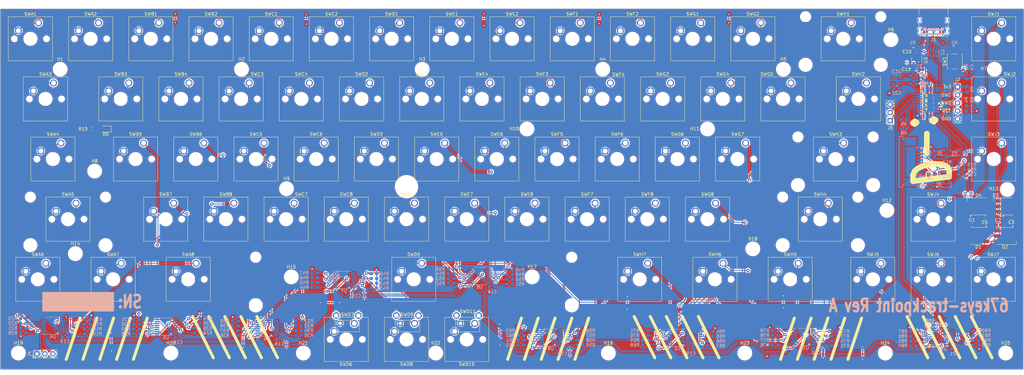
<source format=kicad_pcb>
(kicad_pcb (version 20241229) (generator "pcbnew") (generator_version "9.0")
  (title_block (title "67 Keyboard with Trackpoint") (date "2020-06-22") (rev "A") (company "DNBDMR"))
  (layers (0 "F.Cu" signal) (2 "B.Cu" signal) (5 "F.SilkS" user) (7 "B.SilkS" user) (1 "F.Mask" user) (3 "B.Mask" user) (25 "Edge.Cuts" user))
  (net 0 "")
  (net 1 "GND")
  (net 2 "+5V")
  (net 3 "+3V3")
  (net 4 "Net-(D2-Pad2)")
  (net 5 "Net-(D2-Pad1)")
  (net 6 "Net-(D5-Pad2)")
  (net 7 "Net-(D6-Pad2)")
  (net 8 "Net-(J1-PadB5)")
  (net 9 "Net-(J1-PadA5)")
  (net 10 "/~{RESET}")
  (net 11 "/SWCLK")
  (net 12 "/TP_CLK")
  (net 13 "/TP_DATA")
  (net 14 "Net-(Q1-Pad2)")
  (net 15 "Net-(Q2-Pad2)")
  (net 16 "/D-")
  (net 17 "/D+")
  (net 18 "/Conn_D+")
  (net 19 "/Conn_D-")
  (net 20 "/APA_CI")
  (net 21 "/APA_DI")
  (net 22 "/SWDIO")
  (net 23 "Net-(C4-Pad1)")
  (net 24 "Net-(C6-Pad1)")
  (net 25 "/TP_RESET")
  (net 26 "Net-(D1-Pad1)")
  (net 27 "Net-(D1-Pad2)")
  (net 28 "Net-(D3-Pad2)")
  (net 29 "Net-(D3-Pad1)")
  (net 30 "Net-(D5-Pad1)")
  (net 31 "Net-(D6-Pad1)")
  (net 32 "Net-(R3-Pad2)")
  (net 33 "Net-(R8-Pad2)")
  (net 34 "SW_CP")
  (net 35 "Net-(R9-Pad2)")
  (net 36 "~{SW_PL}")
  (net 37 "Net-(R16-Pad1)")
  (net 38 "Net-(R17-Pad1)")
  (net 39 "Net-(R18-Pad1)")
  (net 40 "Net-(R19-Pad1)")
  (net 41 "Net-(R20-Pad1)")
  (net 42 "Net-(R21-Pad1)")
  (net 43 "Net-(R22-Pad1)")
  (net 44 "Net-(R23-Pad1)")
  (net 45 "Net-(R24-Pad1)")
  (net 46 "Net-(R25-Pad1)")
  (net 47 "Net-(R26-Pad1)")
  (net 48 "Net-(R27-Pad1)")
  (net 49 "Net-(R28-Pad1)")
  (net 50 "Net-(R29-Pad1)")
  (net 51 "Net-(R30-Pad1)")
  (net 52 "Net-(R31-Pad1)")
  (net 53 "Net-(R32-Pad1)")
  (net 54 "Net-(R33-Pad1)")
  (net 55 "Net-(R34-Pad1)")
  (net 56 "Net-(R35-Pad1)")
  (net 57 "Net-(R36-Pad1)")
  (net 58 "Net-(R37-Pad1)")
  (net 59 "Net-(R38-Pad1)")
  (net 60 "Net-(R39-Pad1)")
  (net 61 "Net-(R40-Pad1)")
  (net 62 "Net-(R41-Pad1)")
  (net 63 "Net-(R42-Pad1)")
  (net 64 "Net-(R44-Pad1)")
  (net 65 "Net-(R45-Pad1)")
  (net 66 "Net-(R46-Pad1)")
  (net 67 "Net-(R47-Pad1)")
  (net 68 "Net-(R48-Pad1)")
  (net 69 "Net-(R49-Pad1)")
  (net 70 "Net-(R50-Pad1)")
  (net 71 "Net-(R51-Pad1)")
  (net 72 "Net-(R52-Pad1)")
  (net 73 "Net-(R53-Pad1)")
  (net 74 "Net-(R54-Pad1)")
  (net 75 "Net-(R55-Pad1)")
  (net 76 "Net-(R56-Pad1)")
  (net 77 "Net-(R57-Pad1)")
  (net 78 "Net-(R58-Pad1)")
  (net 79 "Net-(R59-Pad1)")
  (net 80 "Net-(R60-Pad1)")
  (net 81 "Net-(R61-Pad1)")
  (net 82 "Net-(R62-Pad1)")
  (net 83 "Net-(R63-Pad1)")
  (net 84 "Net-(R64-Pad1)")
  (net 85 "Net-(R65-Pad1)")
  (net 86 "Net-(R66-Pad1)")
  (net 87 "Net-(R67-Pad1)")
  (net 88 "Net-(R68-Pad1)")
  (net 89 "Net-(R69-Pad1)")
  (net 90 "Net-(R70-Pad1)")
  (net 91 "Net-(R71-Pad1)")
  (net 92 "Net-(R72-Pad1)")
  (net 93 "Net-(R73-Pad1)")
  (net 94 "Net-(R74-Pad1)")
  (net 95 "Net-(R75-Pad1)")
  (net 96 "Net-(R76-Pad1)")
  (net 97 "Net-(R77-Pad1)")
  (net 98 "Net-(R78-Pad1)")
  (net 99 "Net-(R79-Pad1)")
  (net 100 "Net-(R80-Pad1)")
  (net 101 "Net-(R81-Pad1)")
  (net 102 "Net-(R82-Pad1)")
  (net 103 "Net-(R83-Pad1)")
  (net 104 "Net-(R84-Pad1)")
  (net 105 "Net-(R85-Pad1)")
  (net 106 "Net-(R86-Pad1)")
  (net 107 "Net-(R87-Pad1)")
  (net 108 "SW_DO9")
  (net 109 "Net-(R88-Pad2)")
  (net 110 "/EEP_SDA")
  (net 111 "/EEP_SCL")
  (net 112 "/Key Matrix 1/SW_DO1")
  (net 113 "/Key Matrix 1/SW_DO2")
  (net 114 "SW_DO3")
  (net 115 "/Key Matrix 2/SW_DO4")
  (net 116 "/Key Matrix 2/SW_DO5")
  (net 117 "SW_DO6")
  (net 118 "/Key Matrix 3/SW_DO7")
  (net 119 "/Key Matrix 3/SW_DO8")
  (net 120 "Net-(J5-Pad2)")
  (net 121 "Net-(J5-Pad1)")
  (net 122 "SPACE")
  (footprint "Capacitor_SMD:C_0603_1608Metric_Pad1.05x0.95mm_HandSolder" (layer "F.Cu") (at 339.852 119.38)
    (property "Reference" "C1")
    (property "Value" "100n")
  )
  (footprint "Capacitor_SMD:C_0603_1608Metric_Pad1.05x0.95mm_HandSolder" (layer "F.Cu") (at 348.234 119.38)
    (property "Reference" "C2")
    (property "Value" "100n")
  )
  (footprint "Capacitor_SMD:C_0603_1608Metric_Pad1.05x0.95mm_HandSolder" (layer "F.Cu") (at 352.298 117.094 180)
    (property "Reference" "C3")
    (property "Value" "100n")
  )
  (footprint "Capacitor_SMD:C_0603_1608Metric_Pad1.05x0.95mm_HandSolder" (layer "F.Cu") (at 343.916 117.094 180)
    (property "Reference" "C5")
    (property "Value" "100n")
  )
  (footprint "Capacitor_SMD:C_0603_1608Metric_Pad1.05x0.95mm_HandSolder" (layer "F.Cu") (at 327.66 81.534 180)
    (property "Reference" "C6")
    (property "Value" "1u")
  )
  (footprint "Capacitor_SMD:C_0603_1608Metric_Pad1.05x0.95mm_HandSolder" (layer "F.Cu") (at 327.66 80.01 180)
    (property "Reference" "C8")
    (property "Value" "100n")
  )
  (footprint "Capacitor_SMD:C_0603_1608Metric_Pad1.05x0.95mm_HandSolder" (layer "F.Cu") (at 322.326 64.516 180)
    (property "Reference" "C10")
    (property "Value" "4.7u")
  )
  (footprint "LED_SMD:LED_RGB_5050-6" (layer "F.Cu") (at 350.266 113.538)
    (property "Reference" "D3")
    (property "Value" "APA102")
  )
  (footprint "Button_Switch_SMD:SW_SPST_TL3305A" (layer "F.Cu") (at 334.4035 67.654 90)
    (property "Reference" "SW1")
    (property "Value" "RESET")
  )
  (footprint "Button_Switch_Keyboard:SW_Cherry_MX_1.50u_PCB" (layer "F.Cu") (at 49.2125 74.422)
    (property "Reference" "SWA3")
    (property "Value" "TAB")
  )
  (footprint "Button_Switch_Keyboard:SW_Cherry_MX_1.75u_PCB" (layer "F.Cu") (at 51.562 93.472)
    (property "Reference" "SWA4")
    (property "Value" "ESC/CAPS")
  )
  (footprint "Button_Switch_Keyboard:SW_Cherry_MX_1.00u_PCB" (layer "F.Cu") (at 87.249 112.522)
    (property "Reference" "SWB7")
    (property "Value" "Z")
  )
  (footprint "Button_Switch_Keyboard:SW_Cherry_MX_2.25u_PCB" (layer "F.Cu") (at 56.3245 112.522)
    (property "Reference" "SWA5")
    (property "Value" "L SHIFT")
  )
  (footprint "Button_Switch_Keyboard:SW_Cherry_MX_1.25u_PCB" (layer "F.Cu") (at 70.612 131.572)
    (property "Reference" "SWA7")
    (property "Value" "WIN")
  )
  (footprint "Button_Switch_Keyboard:SW_Cherry_MX_1.25u_PCB" (layer "F.Cu") (at 46.7995 131.572)
    (property "Reference" "SWA6")
    (property "Value" "L CTRL")
  )
  (footprint "Button_Switch_Keyboard:SW_Cherry_MX_1.00u_PCB" (layer "F.Cu") (at 63.488 55.372)
    (property "Reference" "SWA2")
    (property "Value" "1")
  )
  (footprint "Button_Switch_Keyboard:SW_Cherry_MX_1.00u_PCB" (layer "F.Cu") (at 73.025 74.422)
    (property "Reference" "SWB3")
    (property "Value" "Q")
  )
  (footprint "Button_Switch_Keyboard:SW_Cherry_MX_1.00u_PCB" (layer "F.Cu") (at 77.724 93.472)
    (property "Reference" "SWB5")
    (property "Value" "A")
  )
  (footprint "Button_Switch_Keyboard:SW_Cherry_MX_1.00u_PCB" (layer "F.Cu") (at 96.774 93.472)
    (property "Reference" "SWB6")
    (property "Value" "S")
  )
  (footprint "Button_Switch_Keyboard:SW_Cherry_MX_1.00u_PCB" (layer "F.Cu") (at 106.299 112.522)
    (property "Reference" "SWB8")
    (property "Value" "X")
  )
  (footprint "Button_Switch_Keyboard:SW_Cherry_MX_1.25u_PCB" (layer "F.Cu") (at 94.361 131.572)
    (property "Reference" "SWA8")
    (property "Value" "L ALT")
  )
  (footprint "Button_Switch_Keyboard:SW_Cherry_MX_1.25u_PCB" (layer "F.Cu") (at 237.236 131.572)
    (property "Reference" "SWH7")
    (property "Value" "R ALT")
  )
  (footprint "Button_Switch_Keyboard:SW_Cherry_MX_1.00u_PCB" (layer "F.Cu") (at 82.55 55.372)
    (property "Reference" "SWB1")
    (property "Value" "2")
  )
  (footprint "Button_Switch_Keyboard:SW_Cherry_MX_1.00u_PCB" (layer "F.Cu") (at 92.075 74.422)
    (property "Reference" "SWB4")
    (property "Value" "W")
  )
  (footprint "Button_Switch_Keyboard:SW_Cherry_MX_1.00u_PCB" (layer "F.Cu") (at 115.824 93.472)
    (property "Reference" "SWC5")
    (property "Value" "D")
  )
  (footprint "Button_Switch_Keyboard:SW_Cherry_MX_1.00u_PCB" (layer "F.Cu") (at 125.349 112.522)
    (property "Reference" "SWC7")
    (property "Value" "C")
  )
  (footprint "Button_Switch_Keyboard:SW_Cherry_MX_1.00u_PCB" (layer "F.Cu") (at 144.399 112.522)
    (property "Reference" "SWC8")
    (property "Value" "V")
  )
  (footprint "Button_Switch_Keyboard:SW_Cherry_MX_6.25u_PCB" (layer "F.Cu") (at 165.735 131.572)
    (property "Reference" "SWD5")
    (property "Value" "SPACE")
  )
  (footprint "Button_Switch_Keyboard:SW_Cherry_MX_1.25u_PCB" (layer "F.Cu") (at 261.0485 131.572)
    (property "Reference" "SWH6")
    (property "Value" "FN")
  )
  (footprint "Button_Switch_Keyboard:SW_Cherry_MX_1.00u_PCB" (layer "F.Cu") (at 101.6 55.372)
    (property "Reference" "SWB2")
    (property "Value" "3")
  )
  (footprint "Button_Switch_Keyboard:SW_Cherry_MX_1.00u_PCB" (layer "F.Cu") (at 111.125 74.422)
    (property "Reference" "SWC3")
    (property "Value" "E")
  )
  (footprint "Button_Switch_Keyboard:SW_Cherry_MX_1.00u_PCB" (layer "F.Cu") (at 149.225 74.422)
    (property "Reference" "SWD2")
    (property "Value" "T")
  )
  (footprint "Button_Switch_Keyboard:SW_Cherry_MX_1.00u_PCB" (layer "F.Cu") (at 134.874 93.472)
    (property "Reference" "SWC6")
    (property "Value" "F")
  )
  (footprint "Button_Switch_Keyboard:SW_Cherry_MX_1.00u_PCB" (layer "F.Cu") (at 182.499 112.522)
    (property "Reference" "SWE7")
    (property "Value" "N")
  )
  (footprint "Button_Switch_Keyboard:SW_Cherry_MX_1.25u_PCB" (layer "F.Cu") (at 284.861 131.572)
    (property "Reference" "SWH5")
    (property "Value" "R CTRL")
  )
  (footprint "Button_Switch_Keyboard:SW_Cherry_MX_1.00u_PCB" (layer "F.Cu") (at 120.65 55.372)
    (property "Reference" "SWC1")
    (property "Value" "4")
  )
  (footprint "Button_Switch_Keyboard:SW_Cherry_MX_1.00u_PCB" (layer "F.Cu") (at 130.175 74.422)
    (property "Reference" "SWC4")
    (property "Value" "R")
  )
  (footprint "Button_Switch_Keyboard:SW_Cherry_MX_1.00u_PCB" (layer "F.Cu") (at 168.275 74.422)
    (property "Reference" "SWE3")
    (property "Value" "Y")
  )
  (footprint "Button_Switch_Keyboard:SW_Cherry_MX_1.00u_PCB" (layer "F.Cu") (at 153.924 93.472)
    (property "Reference" "SWD3")
    (property "Value" "G")
  )
  (footprint "Button_Switch_Keyboard:SW_Cherry_MX_1.00u_PCB" (layer "F.Cu") (at 172.974 93.472)
    (property "Reference" "SWE5")
    (property "Value" "H")
  )
  (footprint "Button_Switch_Keyboard:SW_Cherry_MX_1.00u_PCB" (layer "F.Cu") (at 201.549 112.522)
    (property "Reference" "SWE8")
    (property "Value" "M")
  )
  (footprint "Button_Switch_Keyboard:SW_Cherry_MX_1.00u_PCB" (layer "F.Cu") (at 311.023 131.572)
    (property "Reference" "SWJ5")
    (property "Value" "LEFT")
  )
  (footprint "Button_Switch_Keyboard:SW_Cherry_MX_1.00u_PCB" (layer "F.Cu") (at 139.7 55.372)
    (property "Reference" "SWC2")
    (property "Value" "5")
  )
  (footprint "Button_Switch_Keyboard:SW_Cherry_MX_1.00u_PCB" (layer "F.Cu") (at 158.75 55.372)
    (property "Reference" "SWD1")
    (property "Value" "6")
  )
  (footprint "Button_Switch_Keyboard:SW_Cherry_MX_1.00u_PCB" (layer "F.Cu") (at 177.8 55.372)
    (property "Reference" "SWE1")
    (property "Value" "7")
  )
  (footprint "Button_Switch_Keyboard:SW_Cherry_MX_1.00u_PCB" (layer "F.Cu") (at 187.325 74.422)
    (property "Reference" "SWE4")
    (property "Value" "U")
  )
  (footprint "Button_Switch_Keyboard:SW_Cherry_MX_1.00u_PCB" (layer "F.Cu") (at 192.024 93.472)
    (property "Reference" "SWE6")
    (property "Value" "J")
  )
  (footprint "Button_Switch_Keyboard:SW_Cherry_MX_1.00u_PCB" (layer "F.Cu") (at 196.85 55.372)
    (property "Reference" "SWE2")
    (property "Value" "8")
  )
  (footprint "Button_Switch_Keyboard:SW_Cherry_MX_1.00u_PCB" (layer "F.Cu") (at 206.375 74.422)
    (property "Reference" "SWF3")
    (property "Value" "I")
  )
  (footprint "Button_Switch_Keyboard:SW_Cherry_MX_1.00u_PCB" (layer "F.Cu") (at 211.074 93.472)
    (property "Reference" "SWF5")
    (property "Value" "K")
  )
  (footprint "Button_Switch_Keyboard:SW_Cherry_MX_1.00u_PCB" (layer "F.Cu") (at 220.599 112.522)
    (property "Reference" "SWF7")
    (property "Value" ",")
  )
  (footprint "Button_Switch_Keyboard:SW_Cherry_MX_2.25u_PCB" (layer "F.Cu") (at 299.212 93.472)
    (property "Reference" "SWH3")
    (property "Value" "ENTER")
  )
  (footprint "Button_Switch_Keyboard:SW_Cherry_MX_1.00u_PCB" (layer "F.Cu") (at 282.575 74.422)
    (property "Reference" "SWG5")
    (property "Value" "]")
  )
  (footprint "Button_Switch_Keyboard:SW_Cherry_MX_1.00u_PCB" (layer "F.Cu") (at 215.9 55.372)
    (property "Reference" "SWF1")
    (property "Value" "9")
  )
  (footprint "Button_Switch_Keyboard:SW_Cherry_MX_1.00u_PCB" (layer "F.Cu") (at 225.425 74.422)
    (property "Reference" "SWF4")
    (property "Value" "O")
  )
  (footprint "Button_Switch_Keyboard:SW_Cherry_MX_1.00u_PCB" (layer "F.Cu") (at 230.124 93.472)
    (property "Reference" "SWF6")
    (property "Value" "L")
  )
  (footprint "Button_Switch_Keyboard:SW_Cherry_MX_1.00u_PCB" (layer "F.Cu") (at 239.649 112.522)
    (property "Reference" "SWF8")
    (property "Value" ".")
  )
  (footprint "Button_Switch_Keyboard:SW_Cherry_MX_1.00u_PCB" (layer "F.Cu") (at 349.123 131.572)
    (property "Reference" "SWJ7")
    (property "Value" "RIGHT")
  )
  (footprint "Button_Switch_Keyboard:SW_Cherry_MX_1.00u_PCB" (layer "F.Cu") (at 273.05 55.372)
    (property "Reference" "SWG2")
    (property "Value" "=")
  )
  (footprint "Button_Switch_Keyboard:SW_Cherry_MX_1.00u_PCB" (layer "F.Cu") (at 234.95 55.372)
    (property "Reference" "SWF2")
    (property "Value" "0")
  )
  (footprint "Button_Switch_Keyboard:SW_Cherry_MX_1.00u_PCB" (layer "F.Cu") (at 244.475 74.422)
    (property "Reference" "SWG3")
    (property "Value" "P")
  )
  (footprint "Button_Switch_Keyboard:SW_Cherry_MX_1.00u_PCB" (layer "F.Cu") (at 249.174 93.472)
    (property "Reference" "SWG6")
    (property "Value" ";")
  )
  (footprint "Button_Switch_Keyboard:SW_Cherry_MX_1.00u_PCB" (layer "F.Cu") (at 258.699 112.522)
    (property "Reference" "SWG8")
    (property "Value" "/")
  )
  (footprint "Button_Switch_Keyboard:SW_Cherry_MX_2.00u_PCB" (layer "F.Cu") (at 301.625 55.372)
    (property "Reference" "SWH1")
    (property "Value" "BSP")
  )
  (footprint "Button_Switch_Keyboard:SW_Cherry_MX_1.00u_PCB" (layer "F.Cu") (at 254 55.372)
    (property "Reference" "SWG1")
    (property "Value" "-")
  )
  (footprint "Button_Switch_Keyboard:SW_Cherry_MX_1.00u_PCB" (layer "F.Cu") (at 263.525 74.422)
    (property "Reference" "SWG4")
    (property "Value" "[")
  )
  (footprint "Button_Switch_Keyboard:SW_Cherry_MX_1.00u_PCB" (layer "F.Cu") (at 268.224 93.472)
    (property "Reference" "SWG7")
    (property "Value" "'")
  )
  (footprint "Button_Switch_Keyboard:SW_Cherry_MX_2.75u_PCB" (layer "F.Cu") (at 294.386 112.522)
    (property "Reference" "SWH4")
    (property "Value" "R SHIFT")
  )
  (footprint "Button_Switch_Keyboard:SW_Cherry_MX_1.00u_PCB" (layer "F.Cu") (at 349.25 74.422)
    (property "Reference" "SWJ2")
    (property "Value" "PG UP")
  )
  (footprint "Button_Switch_Keyboard:SW_Cherry_MX_1.00u_PCB" (layer "F.Cu") (at 163.449 112.522)
    (property "Reference" "SWD4")
    (property "Value" "B")
  )
  (footprint "Button_Switch_Keyboard:SW_Cherry_MX_1.00u_PCB" (layer "F.Cu") (at 330.073 131.572)
    (property "Reference" "SWJ6")
    (property "Value" "DOWN")
  )
  (footprint "Button_Switch_Keyboard:SW_Cherry_MX_1.00u_PCB" (layer "F.Cu") (at 144.399 150.622)
    (property "Reference" "SWD6")
    (property "Value" "MB.L")
  )
  (footprint "Button_Switch_Keyboard:SW_Cherry_MX_1.00u_PCB" (layer "F.Cu") (at 44.45 55.372)
    (property "Reference" "SWA1")
    (property "Value" "`")
  )
  (footprint "Button_Switch_Keyboard:SW_Cherry_MX_1.00u_PCB" (layer "F.Cu") (at 349.25 93.472)
    (property "Reference" "SWJ3")
    (property "Value" "PG DN")
  )
  (footprint "Capacitor_SMD:C_0603_1608Metric_Pad1.05x0.95mm_HandSolder" (layer "F.Cu") (at 327.66 78.486 180)
    (property "Reference" "C9")
    (property "Value" "4.7u")
  )
  (footprint "Capacitor_SMD:C_0603_1608Metric_Pad1.05x0.95mm_HandSolder" (layer "F.Cu") (at 327.66 83.058 180)
    (property "Reference" "C7")
    (property "Value" "100n")
  )
  (footprint "Button_Switch_Keyboard:SW_Cherry_MX_1.00u_PCB" (layer "F.Cu") (at 349.25 55.372)
    (property "Reference" "SWJ1")
    (property "Value" "DEL")
  )
  (footprint "Connector_PinHeader_2.54mm:PinHeader_1x05_P2.54mm_Vertical" (layer "F.Cu") (at 335.28 75.692)
    (property "Reference" "J2")
    (property "Value" "SWD")
  )
  (footprint "Button_Switch_Keyboard:SW_Cherry_MX_1.00u_PCB" (layer "F.Cu") (at 330.073 112.522)
    (property "Reference" "SWJ4")
    (property "Value" "UP")
  )
  (footprint "Button_Switch_THT:SW_Tactile_SPST_Angled_PTS645Vx58-2LFS" (layer "F.Cu") (at 163.449 150.622 180)
    (property "Reference" "SWD9")
    (property "Value" "MB.M2")
  )
  (footprint "Button_Switch_THT:SW_Tactile_SPST_Angled_PTS645Vx58-2LFS" (layer "F.Cu") (at 144.399 150.622 180)
    (property "Reference" "SWD7")
    (property "Value" "MB.L2")
  )
  (footprint "Button_Switch_THT:SW_Tactile_SPST_Angled_PTS645Vx58-2LFS" (layer "F.Cu") (at 182.499 150.622 180)
    (property "Reference" "SWD11")
    (property "Value" "MB.R2")
  )
  (footprint "Button_Switch_Keyboard:SW_Cherry_MX_1.00u_PCB" (layer "F.Cu") (at 182.499 150.622)
    (property "Reference" "SWD10")
    (property "Value" "MB.R")
  )
  (footprint "Button_Switch_Keyboard:SW_Cherry_MX_1.00u_PCB" (layer "F.Cu") (at 163.449 150.622)
    (property "Reference" "SWD8")
    (property "Value" "MB.M")
  )
  (footprint "Capacitor_SMD:C_0603_1608Metric_Pad1.05x0.95mm_HandSolder" (layer "F.Cu") (at 322.326 70.104 180)
    (property "Reference" "C11")
    (property "Value" "4.7u")
  )
  (footprint "LED_SMD:LED_RGB_5050-6" (layer "F.Cu") (at 341.884 113.538)
    (property "Reference" "D4")
    (property "Value" "APA102")
  )
  (footprint "MountingHole:MountingHole_2.2mm_M2" (layer "F.Cu") (at 51.308 70.104)
    (property "Reference" "H1")
    (property "Value" "MountingHole")
  )
  (footprint "MountingHole:MountingHole_2.2mm_M2" (layer "F.Cu") (at 165.862 70.104)
    (property "Reference" "H3")
    (property "Value" "MountingHole")
  )
  (footprint "MountingHole:MountingHole_2.2mm_M2" (layer "F.Cu") (at 223.012 70.104)
    (property "Reference" "H4")
    (property "Value" "MountingHole")
  )
  (footprint "MountingHole:MountingHole_2.2mm_M2" (layer "F.Cu") (at 280.162 70.104)
    (property "Reference" "H5")
    (property "Value" "MountingHole")
  )
  (footprint "MountingHole:MountingHole_2.2mm_M2" (layer "F.Cu") (at 314.198 60.706)
    (property "Reference" "H6")
    (property "Value" "MountingHole")
  )
  (footprint "MountingHole:MountingHole_2.2mm_M2" (layer "F.Cu") (at 346.964 70.104)
    (property "Reference" "H7")
    (property "Value" "MountingHole")
  )
  (footprint "MountingHole:MountingHole_2.2mm_M2" (layer "F.Cu") (at 62.23 102.362)
    (property "Reference" "H8")
    (property "Value" "MountingHole")
  )
  (footprint "MountingHole:MountingHole_2.2mm_M2" (layer "F.Cu") (at 122.936 107.95)
    (property "Reference" "H9")
    (property "Value" "MountingHole")
  )
  (footprint "MountingHole:MountingHole_2.2mm_M2" (layer "F.Cu") (at 199.009 89.027)
    (property "Reference" "H10")
    (property "Value" "MountingHole")
  )
  (footprint "MountingHole:MountingHole_2.2mm_M2" (layer "F.Cu") (at 256.159 89.027)
    (property "Reference" "H11")
    (property "Value" "MountingHole")
  )
  (footprint "MountingHole:MountingHole_2.2mm_M2" (layer "F.Cu") (at 312.928 114.808)
    (property "Reference" "H12")
    (property "Value" "MountingHole")
  )
  (footprint "MountingHole:MountingHole_2.2mm_M2" (layer "F.Cu") (at 351.028 108.204)
    (property "Reference" "H13")
    (property "Value" "MountingHole")
  )
  (footprint "MountingHole:MountingHole_2.2mm_M2" (layer "F.Cu") (at 56.134 128.524)
    (property "Reference" "H14")
    (property "Value" "MountingHole")
  )
  (footprint "MountingHole:MountingHole_2.2mm_M2" (layer "F.Cu") (at 124.46 135.89)
    (property "Reference" "H15")
    (property "Value" "MountingHole")
  )
  (footprint "MountingHole:MountingHole_2.2mm_M2" (layer "F.Cu") (at 224.79 160.02)
    (property "Reference" "H16")
    (property "Value" "MountingHole")
  )
  (footprint "MountingHole:MountingHole_2.2mm_M2" (layer "F.Cu") (at 200.66 135.89)
    (property "Reference" "H17")
    (property "Value" "MountingHole")
  )
  (footprint "MountingHole:MountingHole_2.2mm_M2" (layer "F.Cu") (at 270.51 127)
    (property "Reference" "H18")
    (property "Value" "MountingHole")
  )
  (footprint "MountingHole:MountingHole_2.2mm_M2" (layer "F.Cu") (at 38.1 160.02)
    (property "Reference" "H19")
    (property "Value" "MountingHole")
  )
  (footprint "MountingHole:MountingHole_2.2mm_M2" (layer "F.Cu") (at 86.36 160.02)
    (property "Reference" "H20")
    (property "Value" "MountingHole")
  )
  (footprint "MountingHole:MountingHole_2.2mm_M2" (layer "F.Cu") (at 128.27 160.02)
    (property "Reference" "H21")
    (property "Value" "MountingHole")
  )
  (footprint "MountingHole:MountingHole_2.2mm_M2" (layer "F.Cu") (at 170.18 160.02)
    (property "Reference" "H22")
    (property "Value" "MountingHole")
  )
  (footprint "MountingHole:MountingHole_2.2mm_M2" (layer "F.Cu") (at 267.97 160.02)
    (property "Reference" "H23")
    (property "Value" "MountingHole")
  )
  (footprint "MountingHole:MountingHole_2.2mm_M2" (layer "F.Cu") (at 312.42 160.02)
    (property "Reference" "H24")
    (property "Value" "MountingHole")
  )
  (footprint "MountingHole:MountingHole_2.2mm_M2" (layer "F.Cu") (at 350.52 160.02)
    (property "Reference" "H25")
    (property "Value" "MountingHole")
  )
  (footprint "Package_TO_SOT_SMD:SOT-23-5" (layer "F.Cu") (at 322.326 67.31 -90)
    (property "Reference" "U3")
    (property "Value" "AP2127K-3.3")
  )
  (footprint "MountingHole:MountingHole_2.2mm_M2" (layer "F.Cu") (at 108.712 70.104)
    (property "Reference" "H2")
    (property "Value" "MountingHole")
  )
  (footprint "LED_SMD:LED_RGB_5050-6" (layer "F.Cu") (at 350.266 122.936 180)
    (property "Reference" "D2")
    (property "Value" "APA102")
  )
  (footprint "Connector_PinHeader_2.54mm:PinHeader_1x03_P2.54mm_Vertical" (layer "F.Cu") (at 313.944 86.36 180)
    (property "Reference" "J5")
    (property "Value" "Conn_01x03_Male")
  )
  (footprint "Button_Switch_Keyboard:SW_Cherry_MX_1.50u_PCB" (layer "F.Cu") (at 306.451 74.422)
    (property "Reference" "SWH2")
    (property "Value" "\\")
  )
  (footprint "Connector_USB:USB_C_Receptacle_GCT_USB4085" (layer "F.Cu") (at 330.6445 58.928 180)
    (property "Reference" "J1")
    (property "Value" "USB_C_Receptacle_USB2.0")
  )
  (footprint "LED_SMD:LED_0805_2012Metric_Pad1.15x1.40mm_HandSolder" (layer "F.Cu") (at 327.152 103.505 180)
    (property "Reference" "D6")
    (property "Value" "LED_Small")
  )
  (footprint "LED_SMD:LED_RGB_5050-6" (layer "F.Cu") (at 341.884 122.936 180)
    (property "Reference" "D1")
    (property "Value" "APA102")
  )
  (footprint "Resistor_SMD:R_0603_1608Metric_Pad1.05x0.95mm_HandSolder" (layer "F.Cu") (at 61.595 89.027)
    (property "Reference" "R10")
    (property "Value" "330")
  )
  (footprint "LED_SMD:LED_0805_2012Metric_Pad1.15x1.40mm_HandSolder" (layer "F.Cu") (at 65.659 89.027 180)
    (property "Reference" "D5")
    (property "Value" "LED_Small")
  )
  (footprint "Connector_PinHeader_2.54mm:PinHeader_1x03_P2.54mm_Vertical" (layer "F.Cu") (at 43.942 160.274 90)
    (property "Reference" "J4")
    (property "Value" "Conn_01x03_Male")
  )
  (footprint "Capacitor_SMD:C_0603_1608Metric_Pad1.05x0.95mm_HandSolder" (layer "B.Cu") (at 339.852 72.136 90)
    (property "Reference" "C4")
    (property "Value" "100n")
  )
  (footprint "Connector_FFC-FPC:TE_84952-8_1x08-1MP_P1.0mm_Horizontal" (layer "B.Cu") (at 321.55 99.42 90)
    (property "Reference" "J3")
    (property "Value" "Trackpoint")
  )
  (footprint "Package_TO_SOT_SMD:SOT-23" (layer "B.Cu") (at 331.978 96.774 -90)
    (property "Reference" "Q1")
    (property "Value" "2N7002")
  )
  (footprint "Package_TO_SOT_SMD:SOT-23" (layer "B.Cu") (at 336.804 96.774 -90)
    (property "Reference" "Q3")
    (property "Value" "2N7002")
  )
  (footprint "Resistor_SMD:R_0603_1608Metric_Pad1.05x0.95mm_HandSolder" (layer "B.Cu") (at 323.85 61.722)
    (property "Reference" "R1")
    (property "Value" "4.7k")
  )
  (footprint "Resistor_SMD:R_0603_1608Metric_Pad1.05x0.95mm_HandSolder" (layer "B.Cu") (at 331.47 61.722 180)
    (property "Reference" "R2")
    (property "Value" "4.7k")
  )
  (footprint "Resistor_SMD:R_0603_1608Metric_Pad1.05x0.95mm_HandSolder" (layer "B.Cu") (at 338.074 82.55 -90)
    (property "Reference" "R4")
    (property "Value" "330")
  )
  (footprint "Resistor_SMD:R_0603_1608Metric_Pad1.05x0.95mm_HandSolder" (layer "B.Cu") (at 327.914 96.774 -90)
    (property "Reference" "R7")
    (property "Value" "4.7k")
  )
  (footprint "Resistor_SMD:R_0603_1608Metric_Pad1.05x0.95mm_HandSolder" (layer "B.Cu") (at 339.852 82.55 -90)
    (property "Reference" "R6")
    (property "Value" "4.7k")
  )
  (footprint "Resistor_SMD:R_0603_1608Metric_Pad1.05x0.95mm_HandSolder" (layer "B.Cu") (at 331.978 102.616)
    (property "Reference" "R11")
    (property "Value" "4.7k")
  )
  (footprint "Resistor_SMD:R_0603_1608Metric_Pad1.05x0.95mm_HandSolder" (layer "B.Cu") (at 332.032 100.802)
    (property "Reference" "R12")
    (property "Value" "4.7k")
  )
  (footprint "Resistor_SMD:R_0603_1608Metric_Pad1.05x0.95mm_HandSolder" (layer "B.Cu") (at 338.074 72.136 90)
    (property "Reference" "R3")
    (property "Value" "330")
  )
  (footprint "Resistor_SMD:R_0603_1608Metric_Pad1.05x0.95mm_HandSolder" (layer "B.Cu") (at 318.262 86.106)
    (property "Reference" "R9")
    (property "Value" "100")
  )
  (footprint "Resistor_SMD:R_0603_1608Metric_Pad1.05x0.95mm_HandSolder" (layer "B.Cu") (at 318.262 88.9)
    (property "Reference" "R8")
    (property "Value" "100")
  )
  (footprint "Package_TO_SOT_SMD:SOT-23" (layer "B.Cu") (at 331.724 106.68 -90)
    (property "Reference" "Q2")
    (property "Value" "2N7002")
  )
  (footprint "Resistor_SMD:R_0603_1608Metric_Pad1.05x0.95mm_HandSolder" (layer "B.Cu") (at 338.328 76.454 90)
    (property "Reference" "R5")
    (property "Value" "4.7k")
  )
  (footprint "Capacitor_SMD:C_0603_1608Metric_Pad1.05x0.95mm_HandSolder" (layer "B.Cu") (at 336.55 103.378)
    (property "Reference" "C12")
    (property "Value" "4.7u")
  )
  (footprint "Capacitor_SMD:C_0603_1608Metric_Pad1.05x0.95mm_HandSolder" (layer "B.Cu") (at 52.832 154.94)
    (property "Reference" "C13")
    (property "Value" "100n")
  )
  (footprint "Capacitor_SMD:C_0603_1608Metric_Pad1.05x0.95mm_HandSolder" (layer "B.Cu") (at 88.646 155.194)
    (property "Reference" "C14")
    (property "Value" "100n")
  )
  (footprint "Capacitor_SMD:C_0603_1608Metric_Pad1.05x0.95mm_HandSolder" (layer "B.Cu") (at 120.65 155.702)
    (property "Reference" "C15")
    (property "Value" "100n")
  )
  (footprint "Capacitor_SMD:C_0603_1608Metric_Pad1.05x0.95mm_HandSolder" (layer "B.Cu") (at 145.034 140.462)
    (property "Reference" "C16")
    (property "Value" "100n")
  )
  (footprint "Capacitor_SMD:C_0603_1608Metric_Pad1.05x0.95mm_HandSolder" (layer "B.Cu") (at 187.96 139.192)
    (property "Reference" "C17")
    (property "Value" "100n")
  )
  (footprint "Capacitor_SMD:C_0603_1608Metric_Pad1.05x0.95mm_HandSolder" (layer "B.Cu") (at 210.312 158.75)
    (property "Reference" "C18")
    (property "Value" "100n")
  )
  (footprint "Capacitor_SMD:C_0603_1608Metric_Pad1.05x0.95mm_HandSolder" (layer "B.Cu") (at 250.952 158.75)
    (property "Reference" "C19")
    (property "Value" "100n")
  )
  (footprint "Capacitor_SMD:C_0603_1608Metric_Pad1.05x0.95mm_HandSolder" (layer "B.Cu") (at 290.576 158.496)
    (property "Reference" "C20")
    (property "Value" "100n")
  )
  (footprint "Capacitor_SMD:C_0603_1608Metric_Pad1.05x0.95mm_HandSolder" (layer "B.Cu") (at 334.264 158.75)
    (property "Reference" "C21")
    (property "Value" "100n")
  )
  (footprint "Capacitor_SMD:C_0603_1608Metric_Pad1.05x0.95mm_HandSolder" (layer "B.Cu") (at 315.976 76.2)
    (property "Reference" "C22")
    (property "Value" "100n")
  )
  (footprint "Resistor_SMD:R_0603_1608Metric_Pad1.05x0.95mm_HandSolder" (layer "B.Cu") (at 327.914 103.632 -90)
    (property "Reference" "R13")
    (property "Value" "4.7k")
  )
  (footprint "Resistor_SMD:R_0603_1608Metric_Pad1.05x0.95mm_HandSolder" (layer "B.Cu") (at 336.55 101.854 180)
    (property "Reference" "R14")
    (property "Value" "100k")
  )
  (footprint "Resistor_SMD:R_0603_1608Metric_Pad1.05x0.95mm_HandSolder" (layer "B.Cu") (at 336.55 100.33 180)
    (property "Reference" "R15")
    (property "Value" "100k")
  )
  (footprint "Resistor_SMD:R_0603_1608Metric_Pad1.05x0.95mm_HandSolder" (layer "B.Cu") (at 59.944 149.352)
    (property "Reference" "R16")
    (property "Value" "10k")
  )
  (footprint "Resistor_SMD:R_0603_1608Metric_Pad1.05x0.95mm_HandSolder" (layer "B.Cu") (at 59.944 150.876)
    (property "Reference" "R17")
    (property "Value" "10k")
  )
  (footprint "Resistor_SMD:R_0603_1608Metric_Pad1.05x0.95mm_HandSolder" (layer "B.Cu") (at 59.944 152.4)
    (property "Reference" "R18")
    (property "Value" "10k")
  )
  (footprint "Resistor_SMD:R_0603_1608Metric_Pad1.05x0.95mm_HandSolder" (layer "B.Cu") (at 59.944 153.924)
    (property "Reference" "R19")
    (property "Value" "10k")
  )
  (footprint "Resistor_SMD:R_0603_1608Metric_Pad1.05x0.95mm_HandSolder" (layer "B.Cu") (at 39.624 153.67 180)
    (property "Reference" "R20")
    (property "Value" "10k")
  )
  (footprint "Resistor_SMD:R_0603_1608Metric_Pad1.05x0.95mm_HandSolder" (layer "B.Cu") (at 39.624 152.146 180)
    (property "Reference" "R21")
    (property "Value" "10k")
  )
  (footprint "Resistor_SMD:R_0603_1608Metric_Pad1.05x0.95mm_HandSolder" (layer "B.Cu") (at 39.624 150.622 180)
    (property "Reference" "R22")
    (property "Value" "10k")
  )
  (footprint "Resistor_SMD:R_0603_1608Metric_Pad1.05x0.95mm_HandSolder" (layer "B.Cu") (at 39.624 149.098 180)
    (property "Reference" "R23")
    (property "Value" "10k")
  )
  (footprint "Resistor_SMD:R_0603_1608Metric_Pad1.05x0.95mm_HandSolder" (layer "B.Cu") (at 94.742 150.622)
    (property "Reference" "R25")
    (property "Value" "10k")
  )
  (footprint "Resistor_SMD:R_0603_1608Metric_Pad1.05x0.95mm_HandSolder" (layer "B.Cu") (at 94.742 152.146)
    (property "Reference" "R26")
    (property "Value" "10k")
  )
  (footprint "Resistor_SMD:R_0603_1608Metric_Pad1.05x0.95mm_HandSolder" (layer "B.Cu") (at 94.742 153.67)
    (property "Reference" "R27")
    (property "Value" "10k")
  )
  (footprint "Resistor_SMD:R_0603_1608Metric_Pad1.05x0.95mm_HandSolder" (layer "B.Cu") (at 75.438 153.924 180)
    (property "Reference" "R28")
    (property "Value" "10k")
  )
  (footprint "Resistor_SMD:R_0603_1608Metric_Pad1.05x0.95mm_HandSolder" (layer "B.Cu") (at 75.438 150.876 180)
    (property "Reference" "R30")
    (property "Value" "10k")
  )
  (footprint "Resistor_SMD:R_0603_1608Metric_Pad1.05x0.95mm_HandSolder" (layer "B.Cu") (at 75.438 149.352 180)
    (property "Reference" "R31")
    (property "Value" "10k")
  )
  (footprint "Resistor_SMD:R_0603_1608Metric_Pad1.05x0.95mm_HandSolder" (layer "B.Cu") (at 126.746 149.86)
    (property "Reference" "R32")
    (property "Value" "10k")
  )
  (footprint "Resistor_SMD:R_0603_1608Metric_Pad1.05x0.95mm_HandSolder" (layer "B.Cu") (at 126.746 151.384)
    (property "Reference" "R33")
    (property "Value" "10k")
  )
  (footprint "Resistor_SMD:R_0603_1608Metric_Pad1.05x0.95mm_HandSolder" (layer "B.Cu") (at 126.746 152.908)
    (property "Reference" "R34")
    (property "Value" "10k")
  )
  (footprint "Resistor_SMD:R_0603_1608Metric_Pad1.05x0.95mm_HandSolder" (layer "B.Cu") (at 126.746 154.432)
    (property "Reference" "R35")
    (property "Value" "10k")
  )
  (footprint "Resistor_SMD:R_0603_1608Metric_Pad1.05x0.95mm_HandSolder" (layer "B.Cu") (at 106.68 154.432 180)
    (property "Reference" "R36")
    (property "Value" "10k")
  )
  (footprint "Resistor_SMD:R_0603_1608Metric_Pad1.05x0.95mm_HandSolder" (layer "B.Cu") (at 106.68 152.908 180)
    (property "Reference" "R37")
    (property "Value" "10k")
  )
  (footprint "Resistor_SMD:R_0603_1608Metric_Pad1.05x0.95mm_HandSolder" (layer "B.Cu") (at 106.68 151.384 180)
    (property "Reference" "R38")
    (property "Value" "10k")
  )
  (footprint "Resistor_SMD:R_0603_1608Metric_Pad1.05x0.95mm_HandSolder" (layer "B.Cu") (at 106.68 149.86 180)
    (property "Reference" "R39")
    (property "Value" "10k")
  )
  (footprint "Resistor_SMD:R_0603_1608Metric_Pad1.05x0.95mm_HandSolder" (layer "B.Cu") (at 150.622 134.874)
    (property "Reference" "R40")
    (property "Value" "10k")
  )
  (footprint "Resistor_SMD:R_0603_1608Metric_Pad1.05x0.95mm_HandSolder" (layer "B.Cu") (at 150.622 136.398)
    (property "Reference" "R41")
    (property "Value" "10k")
  )
  (footprint "Resistor_SMD:R_0603_1608Metric_Pad1.05x0.95mm_HandSolder" (layer "B.Cu") (at 150.622 137.922)
    (property "Reference" "R42")
    (property "Value" "10k")
  )
  (footprint "Resistor_SMD:R_0603_1608Metric_Pad1.05x0.95mm_HandSolder" (layer "B.Cu") (at 150.622 139.446)
    (property "Reference" "R43")
    (property "Value" "10k")
  )
  (footprint "Resistor_SMD:R_0603_1608Metric_Pad1.05x0.95mm_HandSolder" (layer "B.Cu") (at 131.826 139.192 180)
    (property "Reference" "R44")
    (property "Value" "10k")
  )
  (footprint "Resistor_SMD:R_0603_1608Metric_Pad1.05x0.95mm_HandSolder" (layer "B.Cu") (at 131.826 137.668 180)
    (property "Reference" "R45")
    (property "Value" "10k")
  )
  (footprint "Resistor_SMD:R_0603_1608Metric_Pad1.05x0.95mm_HandSolder" (layer "B.Cu") (at 131.826 136.144 180)
    (property "Reference" "R46")
    (property "Value" "10k")
  )
  (footprint "Resistor_SMD:R_0603_1608Metric_Pad1.05x0.95mm_HandSolder" (layer "B.Cu") (at 131.826 134.62 180)
    (property "Reference" "R47")
    (property "Value" "10k")
  )
  (footprint "Resistor_SMD:R_0603_1608Metric_Pad1.05x0.95mm_HandSolder" (layer "B.Cu") (at 193.548 133.604)
    (property "Reference" "R48")
    (property "Value" "10k")
  )
  (footprint "Resistor_SMD:R_0603_1608Metric_Pad1.05x0.95mm_HandSolder" (layer "B.Cu") (at 193.548 135.128)
    (property "Reference" "R49")
    (property "Value" "10k")
  )
  (footprint "Resistor_SMD:R_0603_1608Metric_Pad1.05x0.95mm_HandSolder" (layer "B.Cu") (at 193.548 136.652)
    (property "Reference" "R50")
    (property "Value" "10k")
  )
  (footprint "Resistor_SMD:R_0603_1608Metric_Pad1.05x0.95mm_HandSolder" (layer "B.Cu") (at 193.548 138.176)
    (property "Reference" "R51")
    (property "Value" "10k")
  )
  (footprint "Resistor_SMD:R_0603_1608Metric_Pad1.05x0.95mm_HandSolder" (layer "B.Cu") (at 175.006 137.922 180)
    (property "Reference" "R52")
    (property "Value" "10k")
  )
  (footprint "Resistor_SMD:R_0603_1608Metric_Pad1.05x0.95mm_HandSolder" (layer "B.Cu") (at 175.006 136.398 180)
    (property "Reference" "R53")
    (property "Value" "10k")
  )
  (footprint "Resistor_SMD:R_0603_1608Metric_Pad1.05x0.95mm_HandSolder" (layer "B.Cu") (at 175.006 134.874 180)
    (property "Reference" "R54")
    (property "Value" "10k")
  )
  (footprint "Resistor_SMD:R_0603_1608Metric_Pad1.05x0.95mm_HandSolder" (layer "B.Cu") (at 175.006 133.35 180)
    (property "Reference" "R55")
    (property "Value" "10k")
  )
  (footprint "Resistor_SMD:R_0603_1608Metric_Pad1.05x0.95mm_HandSolder" (layer "B.Cu") (at 215.9 152.908)
    (property "Reference" "R56")
    (property "Value" "10k")
  )
  (footprint "Resistor_SMD:R_0603_1608Metric_Pad1.05x0.95mm_HandSolder" (layer "B.Cu") (at 215.9 154.432)
    (property "Reference" "R57")
    (property "Value" "10k")
  )
  (footprint "Resistor_SMD:R_0603_1608Metric_Pad1.05x0.95mm_HandSolder" (layer "B.Cu") (at 215.9 155.956)
    (property "Reference" "R58")
    (property "Value" "10k")
  )
  (footprint "Resistor_SMD:R_0603_1608Metric_Pad1.05x0.95mm_HandSolder" (layer "B.Cu") (at 215.9 157.48)
    (property "Reference" "R59")
    (property "Value" "10k")
  )
  (footprint "Resistor_SMD:R_0603_1608Metric_Pad1.05x0.95mm_HandSolder" (layer "B.Cu") (at 197.104 157.48 180)
    (property "Reference" "R60")
    (property "Value" "10k")
  )
  (footprint "Resistor_SMD:R_0603_1608Metric_Pad1.05x0.95mm_HandSolder" (layer "B.Cu") (at 197.104 155.956 180)
    (property "Reference" "R61")
    (property "Value" "10k")
  )
  (footprint "Resistor_SMD:R_0603_1608Metric_Pad1.05x0.95mm_HandSolder" (layer "B.Cu") (at 197.104 154.432 180)
    (property "Reference" "R62")
    (property "Value" "10k")
  )
  (footprint "Resistor_SMD:R_0603_1608Metric_Pad1.05x0.95mm_HandSolder" (layer "B.Cu") (at 197.104 152.908 180)
    (property "Reference" "R63")
    (property "Value" "10k")
  )
  (footprint "Resistor_SMD:R_0603_1608Metric_Pad1.05x0.95mm_HandSolder" (layer "B.Cu") (at 257.048 153.162)
    (property "Reference" "R64")
    (property "Value" "10k")
  )
  (footprint "Resistor_SMD:R_0603_1608Metric_Pad1.05x0.95mm_HandSolder" (layer "B.Cu") (at 257.048 154.686)
    (property "Reference" "R65")
    (property "Value" "10k")
  )
  (footprint "Resistor_SMD:R_0603_1608Metric_Pad1.05x0.95mm_HandSolder" (layer "B.Cu") (at 257.048 156.21)
    (property "Reference" "R66")
    (property "Value" "10k")
  )
  (footprint "Resistor_SMD:R_0603_1608Metric_Pad1.05x0.95mm_HandSolder" (layer "B.Cu") (at 257.048 157.734)
    (property "Reference" "R67")
    (property "Value" "10k")
  )
  (footprint "Resistor_SMD:R_0603_1608Metric_Pad1.05x0.95mm_HandSolder" (layer "B.Cu") (at 236.474 157.48 180)
    (property "Reference" "R68")
    (property "Value" "10k")
  )
  (footprint "Resistor_SMD:R_0603_1608Metric_Pad1.05x0.95mm_HandSolder" (layer "B.Cu") (at 236.474 155.956 180)
    (property "Reference" "R69")
    (property "Value" "10k")
  )
  (footprint "Resistor_SMD:R_0603_1608Metric_Pad1.05x0.95mm_HandSolder" (layer "B.Cu") (at 236.474 154.432 180)
    (property "Reference" "R70")
    (property "Value" "10k")
  )
  (footprint "Resistor_SMD:R_0603_1608Metric_Pad1.05x0.95mm_HandSolder" (layer "B.Cu") (at 236.474 152.908 180)
    (property "Reference" "R71")
    (property "Value" "10k")
  )
  (footprint "Resistor_SMD:R_0603_1608Metric_Pad1.05x0.95mm_HandSolder" (layer "B.Cu") (at 296.418 153.162)
    (property "Reference" "R72")
    (property "Value" "10k")
  )
  (footprint "Resistor_SMD:R_0603_1608Metric_Pad1.05x0.95mm_HandSolder" (layer "B.Cu") (at 296.418 154.686)
    (property "Reference" "R73")
    (property "Value" "10k")
  )
  (footprint "Resistor_SMD:R_0603_1608Metric_Pad1.05x0.95mm_HandSolder" (layer "B.Cu") (at 296.418 156.21)
    (property "Reference" "R74")
    (property "Value" "10k")
  )
  (footprint "Resistor_SMD:R_0603_1608Metric_Pad1.05x0.95mm_HandSolder" (layer "B.Cu") (at 296.418 157.734)
    (property "Reference" "R75")
    (property "Value" "10k")
  )
  (footprint "Resistor_SMD:R_0603_1608Metric_Pad1.05x0.95mm_HandSolder" (layer "B.Cu") (at 277.622 157.48 180)
    (property "Reference" "R76")
    (property "Value" "10k")
  )
  (footprint "Resistor_SMD:R_0603_1608Metric_Pad1.05x0.95mm_HandSolder" (layer "B.Cu") (at 277.622 155.956 180)
    (property "Reference" "R77")
    (property "Value" "10k")
  )
  (footprint "Resistor_SMD:R_0603_1608Metric_Pad1.05x0.95mm_HandSolder" (layer "B.Cu") (at 277.622 154.432 180)
    (property "Reference" "R78")
    (property "Value" "10k")
  )
  (footprint "Resistor_SMD:R_0603_1608Metric_Pad1.05x0.95mm_HandSolder" (layer "B.Cu") (at 277.622 152.908 180)
    (property "Reference" "R79")
    (property "Value" "10k")
  )
  (footprint "Resistor_SMD:R_0603_1608Metric_Pad1.05x0.95mm_HandSolder" (layer "B.Cu") (at 341.122 152.908)
    (property "Reference" "R80")
    (property "Value" "10k")
  )
  (footprint "Resistor_SMD:R_0603_1608Metric_Pad1.05x0.95mm_HandSolder" (layer "B.Cu") (at 341.122 154.432)
    (property "Reference" "R81")
    (property "Value" "10k")
  )
  (footprint "Resistor_SMD:R_0603_1608Metric_Pad1.05x0.95mm_HandSolder" (layer "B.Cu") (at 341.122 155.956)
    (property "Reference" "R82")
    (property "Value" "10k")
  )
  (footprint "Resistor_SMD:R_0603_1608Metric_Pad1.05x0.95mm_HandSolder" (layer "B.Cu") (at 341.122 157.48)
    (property "Reference" "R83")
    (property "Value" "10k")
  )
  (footprint "Resistor_SMD:R_0603_1608Metric_Pad1.05x0.95mm_HandSolder" (layer "B.Cu") (at 321.31 157.734 180)
    (property "Reference" "R84")
    (property "Value" "10k")
  )
  (footprint "Resistor_SMD:R_0603_1608Metric_Pad1.05x0.95mm_HandSolder" (layer "B.Cu") (at 321.31 156.21 180)
    (property "Reference" "R85")
    (property "Value" "10k")
  )
  (footprint "Resistor_SMD:R_0603_1608Metric_Pad1.05x0.95mm_HandSolder" (layer "B.Cu") (at 321.31 154.686 180)
    (property "Reference" "R86")
    (property "Value" "10k")
  )
  (footprint "Resistor_SMD:R_0603_1608Metric_Pad1.05x0.95mm_HandSolder" (layer "B.Cu") (at 321.31 153.162 180)
    (property "Reference" "R87")
    (property "Value" "10k")
  )
  (footprint "Resistor_SMD:R_0603_1608Metric_Pad1.05x0.95mm_HandSolder" (layer "B.Cu") (at 326.644 151.13 180)
    (property "Reference" "R88")
    (property "Value" "100")
  )
  (footprint "Resistor_SMD:R_0603_1608Metric_Pad1.05x0.95mm_HandSolder" (layer "B.Cu") (at 321.31 74.676 180)
    (property "Reference" "R89")
    (property "Value" "10k")
  )
  (footprint "Resistor_SMD:R_0603_1608Metric_Pad1.05x0.95mm_HandSolder" (layer "B.Cu") (at 321.31 72.136 180)
    (property "Reference" "R90")
    (property "Value" "10k")
  )
  (footprint "Resistor_SMD:R_0603_1608Metric_Pad1.05x0.95mm_HandSolder" (layer "B.Cu") (at 326.644 107.188 180)
    (property "Reference" "R91")
    (property "Value" "330")
  )
  (footprint "Package_TO_SOT_SMD:SOT-23-6" (layer "B.Cu") (at 327.66 64.77 90)
    (property "Reference" "U1")
    (property "Value" "USBLC6-2SC6")
  )
  (footprint "Package_QFP:TQFP-32_7x7mm_P0.8mm" (layer "B.Cu") (at 327.406 80.772 90)
    (property "Reference" "U2")
    (property "Value" "ATSAMD21E18A-A")
  )
  (footprint "Package_SO:TSSOP-16_4.4x5mm_P0.65mm" (layer "B.Cu") (at 49.022 151.384)
    (property "Reference" "U4")
    (property "Value" "74LS165")
  )
  (footprint "Package_SO:TSSOP-16_4.4x5mm_P0.65mm" (layer "B.Cu") (at 84.836 151.638)
    (property "Reference" "U5")
    (property "Value" "74LS165")
  )
  (footprint "Package_SO:TSSOP-16_4.4x5mm_P0.65mm" (layer "B.Cu") (at 116.782001 152.017999)
    (property "Reference" "U6")
    (property "Value" "74LS165")
  )
  (footprint "Package_SO:TSSOP-16_4.4x5mm_P0.65mm" (layer "B.Cu") (at 141.224 136.906)
    (property "Reference" "U7")
    (property "Value" "74LS165")
  )
  (footprint "Package_SO:TSSOP-16_4.4x5mm_P0.65mm" (layer "B.Cu") (at 184.15 135.636)
    (property "Reference" "U8")
    (property "Value" "74LS165")
  )
  (footprint "Package_SO:TSSOP-16_4.4x5mm_P0.65mm" (layer "B.Cu") (at 206.588001 155.151999)
    (property "Reference" "U9")
    (property "Value" "74LS165")
  )
  (footprint "Package_SO:TSSOP-16_4.4x5mm_P0.65mm" (layer "B.Cu") (at 247.142 155.194)
    (property "Reference" "U10")
    (property "Value" "74LS165")
  )
  (footprint "Package_SO:TSSOP-16_4.4x5mm_P0.65mm" (layer "B.Cu") (at 286.766 154.94)
    (property "Reference" "U11")
    (property "Value" "74LS165")
  )
  (footprint "Package_SO:TSSOP-16_4.4x5mm_P0.65mm" (layer "B.Cu") (at 330.454 155.194)
    (property "Reference" "U12")
    (property "Value" "74LS165")
  )
  (footprint "Resistor_SMD:R_0603_1608Metric_Pad1.05x0.95mm_HandSolder" (layer "B.Cu") (at 75.438 152.4 180)
    (property "Reference" "R29")
    (property "Value" "10k")
  )
  (footprint "Resistor_SMD:R_0603_1608Metric_Pad1.05x0.95mm_HandSolder" (layer "B.Cu") (at 94.742 149.098)
    (property "Reference" "R24")
    (property "Value" "10k")
  )
  (footprint "Package_TO_SOT_SMD:SOT-23-5" (layer "B.Cu") (at 315.976 73.66 180)
    (property "Reference" "U13")
    (property "Value" "AT24C16C-STUM")
  )
  (gr_poly (pts (xy 68.326 146.812) (xy 45.72 146.812) (xy 45.72 140.716) (xy 68.326 140.716)) (stroke (width 0.1)) (fill yes) (layer "B.SilkS"))
  (gr_line (start 356.108 165.227) (end 32.385 165.227) (stroke (width 0.05)) (layer "Edge.Cuts"))
  (gr_line (start 32.385 50.927) (end 356.235 50.927) (stroke (width 0.05)) (layer "Edge.Cuts"))
  (gr_line (start 356.235 50.927) (end 356.108 165.227) (stroke (width 0.05)) (layer "Edge.Cuts"))
  (gr_line (start 32.385 50.927) (end 32.385 165.227) (stroke (width 0.05)) (layer "Edge.Cuts"))
  (gr_circle (center 160.909 107.315) (end 164.592 107.315) (stroke (width 0.05)) (fill no) (layer "Edge.Cuts"))
  (gr_text "\\\\\\\\\\\n" (at 106.68 154.94 0) (layer "F.SilkS") (effects (font (size 10.16 7.62) (thickness 0.9525))))
  (gr_text "/////" (at 205.74 154.94 0) (layer "F.SilkS") (effects (font (size 10.16 5.08) (thickness 0.9525))))
  (gr_text "\\\\\\\\\\\n" (at 246.38 154.94 0) (layer "F.SilkS") (effects (font (size 10.16 7.62) (thickness 0.9525))))
  (gr_text "/////" (at 292.1 154.94 0) (layer "F.SilkS") (effects (font (size 10.16 5.08) (thickness 0.9525))))
  (gr_text "\\\\\\\\\\\n" (at 332.74 154.94 0) (layer "F.SilkS") (effects (font (size 10.16 7.62) (thickness 0.9525))))
  (gr_text "SWD" (at 331.724 80.73644 0) (layer "F.SilkS") (effects (font (size 1 1))))
  (gr_text "~{RST}" (at 331.724 83.43138 0) (layer "F.SilkS") (effects (font (size 1 1))))
  (gr_text "GND" (at 331.7494 85.78088 0) (layer "F.SilkS") (effects (font (size 1 1))))
  (gr_text "D-:" (at 326.39 96.266 270) (layer "F.SilkS") (effects (font (size 11.43 8.255) (thickness 1.778) (italic yes)) (justify mirror)))
  (gr_text "3v3" (at 331.978 75.63358 0) (layer "F.SilkS") (effects (font (size 1 1))))
  (gr_text "/////" (at 66.04 154.94 0) (layer "F.SilkS") (effects (font (size 10.16 5.08) (thickness 0.9525))))
  (gr_text "SWC" (at 331.724 78.232 0) (layer "F.SilkS") (effects (font (size 1 1))))
  (gr_text "SN:" (at 73.406 143.764 0) (layer "B.SilkS") (effects (font (size 4 2.999999) (thickness 0.75)) (justify mirror)))
  (gr_text "67keys-trackpoint Rev A" (at 323.0118 144.9832 0) (layer "B.SilkS") (effects (font (size 4 3) (thickness 0.75)) (justify mirror)))
  (segment (start 230.8352 142.1892) (end 230.8352 146.1008) (width 0.254) (layer "F.Cu") (net 1))
  (segment (start 321.451 70.104) (end 320.548 70.104) (width 0.508) (layer "F.Cu") (net 1))
  (segment (start 230.8352 146.1008) (end 230.7336 146.1008) (width 0.254) (layer "F.Cu") (net 1))
  (segment (start 340.727 119.38) (end 342.428 119.38) (width 0.254) (layer "F.Cu") (net 1))
  (segment (start 330.6445 58.928) (end 330.6445 57.578) (width 0.508) (layer "F.Cu") (net 1))
  (segment (start 339.484 115.238) (end 341.185 115.238) (width 0.254) (layer "F.Cu") (net 1))
  (segment (start 352.666 121.236) (end 352.666 120.028) (width 0.254) (layer "F.Cu") (net 1))
  (segment (start 338.582 96.012) (end 342.9 96.012) (width 0.254) (layer "F.Cu") (net 1))
  (segment (start 109.22 154.178) (end 109.22 158.242) (width 0.254) (layer "F.Cu") (net 1))
  (segment (start 349.109 119.38) (end 350.81 119.38) (width 0.254) (layer "F.Cu") (net 1))
  (segment (start 337.566 104.521) (end 342.9 99.187) (width 0.508) (layer "F.Cu") (net 1))
  (segment (start 321.451 64.516) (end 322.326 65.391) (width 0.508) (layer "F.Cu") (net 1))
  (segment (start 67.4624 153.67) (end 67.4624 159.2072) (width 0.254) (layer "F.Cu") (net 1))
  (segment (start 280.162 145.5928) (end 280.1112 145.6436) (width 0.254) (layer "F.Cu") (net 1))
  (segment (start 332.9035 63.8445) (end 334.01 62.738) (width 0.508) (layer "F.Cu") (net 1))
  (segment (start 342.9 99.187) (end 342.9 96.012) (width 0.508) (layer "F.Cu") (net 1))
  (segment (start 344.284 120.028) (end 344.424 119.888) (width 0.254) (layer "F.Cu") (net 1))
  (segment (start 280.162 141.8844) (end 280.162 145.5928) (width 0.254) (layer "F.Cu") (net 1))
  (segment (start 349.214 116.586) (end 349.768811 116.586) (width 0.254) (layer "F.Cu") (net 1))
  (segment (start 332.9035 71.254) (end 332.9035 64.054) (width 0.508) (layer "F.Cu") (net 1))
  (segment (start 326.785 78.486) (end 326.785 75.157241) (width 0.508) (layer "F.Cu") (net 1))
  (segment (start 344.284 121.236) (end 344.284 120.028) (width 0.254) (layer "F.Cu") (net 1))
  (segment (start 332.9035 64.054) (end 332.9035 63.8445) (width 0.508) (layer "F.Cu") (net 1))
  (segment (start 342.428 119.38) (end 344.284 121.236) (width 0.254) (layer "F.Cu") (net 1))
  (segment (start 347.866 115.238) (end 349.214 116.586) (width 0.254) (layer "F.Cu") (net 1))
  (segment (start 114.808 148.59) (end 109.22 154.178) (width 0.254) (layer "F.Cu") (net 1))
  (segment (start 350.81 119.38) (end 352.666 121.236) (width 0.254) (layer "F.Cu") (net 1))
  (segment (start 349.567 115.238) (end 351.423 117.094) (width 0.254) (layer "F.Cu") (net 1))
  (segment (start 122.936 156.21) (end 122.936 158.496) (width 0.254) (layer "F.Cu") (net 1))
  (segment (start 147.574 140.462) (end 147.574 143.002) (width 0.254) (layer "F.Cu") (net 1))
  (segment (start 326.785 83.058) (end 325.64541 83.058) (width 0.508) (layer "F.Cu") (net 1))
  (segment (start 328.803 152.4) (end 331.851 155.448) (width 0.254) (layer "F.Cu") (net 1))
  (segment (start 320.548 70.104) (end 320.294 69.85) (width 0.508) (layer "F.Cu") (net 1))
  (segment (start 292.735 158.369) (end 292.735 161.544) (width 0.508) (layer "F.Cu") (net 1))
  (segment (start 322.326 65.391) (end 322.326 66.21) (width 0.508) (layer "F.Cu") (net 1))
  (segment (start 347.866 115.238) (end 349.567 115.238) (width 0.254) (layer "F.Cu") (net 1))
  (segment (start 67.4624 159.2072) (end 67.564 159.3088) (width 0.254) (layer "F.Cu") (net 1))
  (segment (start 352.666 120.028) (end 352.806 119.888) (width 0.254) (layer "F.Cu") (net 1))
  (segment (start 325.64541 83.058) (end 325.39141 82.804) (width 0.508) (layer "F.Cu") (net 1))
  (segment (start 326.785 75.157241) (end 326.698174 75.070415) (width 0.508) (layer "F.Cu") (net 1))
  (segment (start 339.484 116.446) (end 339.344 116.586) (width 0.254) (layer "F.Cu") (net 1))
  (segment (start 305.2572 162.052) (end 305.2064 162.1028) (width 0.254) (layer "F.Cu") (net 1))
  (segment (start 190.4492 150.876) (end 190.4492 157.5816) (width 0.254) (layer "F.Cu") (net 1))
  (segment (start 326.785 78.486) (end 326.785 83.058) (width 0.508) (layer "F.Cu") (net 1))
  (segment (start 326.785 80.01) (end 325.64541 80.01) (width 0.508) (layer "F.Cu") (net 1))
  (segment (start 321.451 64.516) (end 321.451 63.387) (width 0.508) (layer "F.Cu") (net 1))
  (segment (start 212.598 158.75) (end 212.598 161.29) (width 0.254) (layer "F.Cu") (net 1))
  (segment (start 324.6945 58.928) (end 324.6945 57.578) (width 0.508) (layer "F.Cu") (net 1))
  (segment (start 321.451 63.387) (end 321.31 63.246) (width 0.508) (layer "F.Cu") (net 1))
  (segment (start 326.785 83.058) (end 326.785 86.496819) (width 0.508) (layer "F.Cu") (net 1))
  (segment (start 331.851 155.448) (end 331.851 156.337) (width 0.254) (layer "F.Cu") (net 1))
  (segment (start 339.484 115.238) (end 339.484 116.446) (width 0.254) (layer "F.Cu") (net 1))
  (segment (start 139.7508 144.018) (end 133.6548 144.018) (width 0.254) (layer "F.Cu") (net 1))
  (segment (start 305.2572 158.1404) (end 305.2572 162.052) (width 0.254) (layer "F.Cu") (net 1))
  (segment (start 326.785 86.496819) (end 327.546246 87.258065) (width 0.508) (layer "F.Cu") (net 1))
  (segment (start 341.185 115.238) (end 343.041 117.094) (width 0.254) (layer "F.Cu") (net 1))
  (segment (start 337.82 96.774) (end 338.582 96.012) (width 0.254) (layer "F.Cu") (net 1))
  (segment (start 325.64541 80.01) (end 325.39141 80.264) (width 0.508) (layer "F.Cu") (net 1))
  (segment (start 230.7336 146.1008) (end 230.6828 146.1516) (width 0.254) (layer "F.Cu") (net 1))
  (via (at 337.82 96.774) (size 1) (drill 0.4) (layers "F.Cu" "B.Cu") (net 1))
  (via (at 114.808 148.59) (size 1) (drill 0.4) (layers "F.Cu" "B.Cu") (net 1))
  (via (at 334.01 62.738) (size 1) (drill 0.4) (layers "F.Cu" "B.Cu") (net 1))
  (via (at 147.574 143.002) (size 1) (drill 0.4) (layers "F.Cu" "B.Cu") (net 1))
  (via (at 122.936 156.21) (size 1) (drill 0.4) (layers "F.Cu" "B.Cu") (net 1))
  (via (at 280.162 141.8844) (size 0.6858) (drill 0.3302) (layers "F.Cu" "B.Cu") (net 1))
  (via (at 320.294 69.85) (size 1) (drill 0.4) (layers "F.Cu" "B.Cu") (net 1))
  (via (at 212.598 158.75) (size 1) (drill 0.4) (layers "F.Cu" "B.Cu") (net 1))
  (via (at 67.564 159.3088) (size 0.6858) (drill 0.3302) (layers "F.Cu" "B.Cu") (net 1))
  (via (at 305.2064 162.1028) (size 0.6858) (drill 0.3302) (layers "F.Cu" "B.Cu") (net 1))
  (via (at 147.574 140.462) (size 1) (drill 0.4) (layers "F.Cu" "B.Cu") (net 1))
  (via (at 325.39141 82.804) (size 1) (drill 0.4) (layers "F.Cu" "B.Cu") (net 1))
  (via (at 230.8352 142.1892) (size 0.6858) (drill 0.3302) (layers "F.Cu" "B.Cu") (net 1))
  (via (at 133.6548 144.018) (size 0.6858) (drill 0.3302) (layers "F.Cu" "B.Cu") (net 1))
  (via (at 109.22 158.242) (size 1) (drill 0.4) (layers "F.Cu" "B.Cu") (net 1))
  (via (at 352.806 119.888) (size 1) (drill 0.4) (layers "F.Cu" "B.Cu") (net 1))
  (via (at 328.803 152.4) (size 1) (drill 0.4) (layers "F.Cu" "B.Cu") (net 1))
  (via (at 230.6828 146.1516) (size 0.6858) (drill 0.3302) (layers "F.Cu" "B.Cu") (net 1))
  (via (at 305.2572 158.1404) (size 0.6858) (drill 0.3302) (layers "F.Cu" "B.Cu") (net 1))
  (via (at 190.4492 150.876) (size 0.6858) (drill 0.3302) (layers "F.Cu" "B.Cu") (net 1))
  (via (at 331.851 156.337) (size 1) (drill 0.4) (layers "F.Cu" "B.Cu") (net 1))
  (via (at 344.424 119.888) (size 1) (drill 0.4) (layers "F.Cu" "B.Cu") (net 1))
  (via (at 212.598 161.29) (size 1) (drill 0.4) (layers "F.Cu" "B.Cu") (net 1))
  (via (at 326.698174 75.070415) (size 1) (drill 0.4) (layers "F.Cu" "B.Cu") (net 1))
  (via (at 339.344 116.586) (size 1) (drill 0.4) (layers "F.Cu" "B.Cu") (net 1))
  (via (at 349.768811 116.586) (size 1) (drill 0.4) (layers "F.Cu" "B.Cu") (net 1))
  (via (at 292.735 161.544) (size 1) (drill 0.4) (layers "F.Cu" "B.Cu") (net 1))
  (via (at 321.31 63.246) (size 1) (drill 0.4) (layers "F.Cu" "B.Cu") (net 1))
  (via (at 327.546246 87.258065) (size 1) (drill 0.4) (layers "F.Cu" "B.Cu") (net 1))
  (via (at 280.1112 145.6436) (size 0.6858) (drill 0.3302) (layers "F.Cu" "B.Cu") (net 1))
  (via (at 122.936 158.496) (size 1) (drill 0.4) (layers "F.Cu" "B.Cu") (net 1))
  (via (at 325.39141 80.264) (size 1) (drill 0.4) (layers "F.Cu" "B.Cu") (net 1))
  (via (at 139.7508 144.018) (size 0.6858) (drill 0.3302) (layers "F.Cu" "B.Cu") (net 1))
  (via (at 292.735 158.369) (size 1) (drill 0.4) (layers "F.Cu" "B.Cu") (net 1))
  (via (at 67.4624 153.67) (size 0.6858) (drill 0.3302) (layers "F.Cu" "B.Cu") (net 1))
  (via (at 337.566 104.521) (size 1) (drill 0.4) (layers "F.Cu" "B.Cu") (net 1))
  (via (at 190.4492 157.5816) (size 0.6858) (drill 0.3302) (layers "F.Cu" "B.Cu") (net 1))
  (segment (start 46.1595 149.109) (end 46.897 149.109) (width 0.254) (layer "B.Cu") (net 1))
  (segment (start 204.463001 152.876999) (end 208.363001 156.776999) (width 0.254) (layer "B.Cu") (net 1))
  (segment (start 50.797 153.009) (end 51.8845 153.009) (width 0.254) (layer "B.Cu") (net 1))
  (segment (start 283.9035 152.665) (end 284.641 152.665) (width 0.254) (layer "B.Cu") (net 1))
  (segment (start 182.025 133.361) (end 185.925 137.261) (width 0.254) (layer "B.Cu") (net 1))
  (segment (start 331.656 80.372) (end 325.49941 80.372) (width 0.508) (layer "B.Cu") (net 1))
  (segment (start 121.525 155.702) (end 122.428 155.702) (width 0.254) (layer "B.Cu") (net 1))
  (segment (start 187.0125 137.261) (end 187.75 137.261) (width 0.254) (layer "B.Cu") (net 1))
  (segment (start 316.292 73.66) (end 316.266599 73.685401) (width 0.254) (layer "B.Cu") (net 1))
  (segment (start 327.5915 152.919) (end 328.284 152.919) (width 0.254) (layer "B.Cu") (net 1))
  (segment (start 284.641 152.665) (end 288.422598 156.446598) (width 0.254) (layer "B.Cu") (net 1))
  (segment (start 291.451 158.496) (end 292.608 158.496) (width 0.508) (layer "B.Cu") (net 1))
  (segment (start 46.538901 148.729599) (end 46.538901 135.557887) (width 0.254) (layer "B.Cu") (net 1))
  (segment (start 144.824 138.531) (end 145.909 139.616) (width 0.254) (layer "B.Cu") (net 1))
  (segment (start 330.6445 57.578) (end 331.6245 57.578) (width 0.508) (layer "B.Cu") (net 1))
  (segment (start 244.2795 152.919) (end 245.367 152.919) (width 0.254) (layer "B.Cu") (net 1))
  (segment (start 210.188001 156.776999) (end 211.187 157.775998) (width 0.254) (layer "B.Cu") (net 1))
  (segment (start 250.0045 156.819) (end 250.742 156.819) (width 0.254) (layer "B.Cu") (net 1))
  (segment (start 323.7145 57.578) (end 323.3445 57.948) (width 0.508) (layer "B.Cu") (net 1))
  (segment (start 46.1595 149.109) (end 46.538901 148.729599) (width 0.254) (layer "B.Cu") (net 1))
  (segment (start 324.6945 57.578) (end 323.7145 57.578) (width 0.508) (layer "B.Cu") (net 1))
  (segment (start 317.076 73.66) (end 315.826 73.66) (width 0.254) (layer "B.Cu") (net 1))
  (segment (start 113.919501 149.742999) (end 114.5645 149.098) (width 0.254) (layer "B.Cu") (net 1))
  (segment (start 83.061 149.363) (end 81.9735 149.363) (width 0.254) (layer "B.Cu") (net 1))
  (segment (start 208.363001 156.776999) (end 209.450501 156.776999) (width 0.254) (layer "B.Cu") (net 1))
  (segment (start 45.093014 134.112) (end 40.4495 134.112) (width 0.254) (layer "B.Cu") (net 1))
  (segment (start 315.826 73.66) (end 314.876 72.71) (width 0.254) (layer "B.Cu") (net 1))
  (segment (start 46.538901 135.557887) (end 45.093014 134.112) (width 0.254) (layer "B.Cu") (net 1))
  (segment (start 327.66 65.086) (end 328.266599 64.479401) (width 0.254) (layer "B.Cu") (net 1))
  (segment (start 185.925 137.261) (end 187.0125 137.261) (width 0.254) (layer "B.Cu") (net 1))
  (segment (start 209.450501 156.776999) (end 210.188001 156.776999) (width 0.254) (layer "B.Cu") (net 1))
  (segment (start 289.6285 156.565) (end 290.366 156.565) (width 0.254) (layer "B.Cu") (net 1))
  (segment (start 291.451 157.65) (end 291.451 158.496) (width 0.254) (layer "B.Cu") (net 1))
  (segment (start 142.999 138.531) (end 144.0865 138.531) (width 0.254) (layer "B.Cu") (net 1))
  (segment (start 334.054 156.819) (end 335.139 157.904) (width 0.254) (layer "B.Cu") (net 1))
  (segment (start 333.3165 156.819) (end 334.054 156.819) (width 0.254) (layer "B.Cu") (net 1))
  (segment (start 230.886 142.1384) (end 230.8352 142.1892) (width 0.254) (layer "B.Cu") (net 1))
  (segment (start 328.284 152.919) (end 328.803 152.4) (width 0.254) (layer "B.Cu") (net 1))
  (segment (start 249.267 156.819) (end 250.0045 156.819) (width 0.254) (layer "B.Cu") (net 1))
  (segment (start 138.3615 134.631) (end 139.099 134.631) (width 0.254) (layer "B.Cu") (net 1))
  (segment (start 323.156 82.772) (end 325.35941 82.772) (width 0.508) (layer "B.Cu") (net 1))
  (segment (start 187.75 137.261) (end 188.835 138.346) (width 0.254) (layer "B.Cu") (net 1))
  (segment (start 337.754 95.774) (end 337.754 96.708) (width 0.254) (layer "B.Cu") (net 1))
  (segment (start 121.525 154.785998) (end 121.525 155.702) (width 0.254) (layer "B.Cu") (net 1))
  (segment (start 86.961 153.263) (end 83.061 149.363) (width 0.254) (layer "B.Cu") (net 1))
  (segment (start 139.099 134.631) (end 142.999 138.531) (width 0.254) (layer "B.Cu") (net 1))
  (segment (start 88.436 153.263) (end 89.521 154.348) (width 0.254) (layer "B.Cu") (net 1))
  (segment (start 331.6245 57.578) (end 331.9945 57.948) (width 0.508) (layer "B.Cu") (net 1))
  (segment (start 89.521 154.348) (end 89.521 155.194) (width 0.254) (layer "B.Cu") (net 1))
  (segment (start 329.587599 64.479401) (end 332.345 61.722) (width 0.254) (layer "B.Cu") (net 1))
  (segment (start 325.49941 80.372) (end 325.39141 80.264) (width 0.508) (layer "B.Cu") (net 1))
  (segment (start 188.835 138.346) (end 188.835 139.192) (width 0.254) (layer "B.Cu") (net 1))
  (segment (start 325.35941 82.772) (end 325.39141 82.804) (width 0.508) (layer "B.Cu") (net 1))
  (segment (start 316.266599 73.685401) (end 316.266599 75.615599) (width 0.254) (layer "B.Cu") (net 1))
  (segment (start 203.725501 152.876999) (end 204.463001 152.876999) (width 0.254) (layer "B.Cu") (net 1))
  (segment (start 145.909 139.616) (end 145.909 140.462) (width 0.254) (layer "B.Cu") (net 1))
  (segment (start 211.187 157.775998) (end 211.187 158.75) (width 0.254) (layer "B.Cu") (net 1))
  (segment (start 335.139 157.904) (end 335.139 158.75) (width 0.254) (layer "B.Cu") (net 1))
  (segment (start 145.909 140.462) (end 147.574 140.462) (width 0.254) (layer "B.Cu") (net 1))
  (segment (start 250.742 156.819) (end 251.827 157.904) (width 0.254) (layer "B.Cu") (net 1))
  (segment (start 144.0865 138.531) (end 144.824 138.531) (width 0.254) (layer "B.Cu") (net 1))
  (segment (start 251.827 157.904) (end 251.827 158.75) (width 0.254) (layer "B.Cu") (net 1))
  (segment (start 53.707 154.094) (end 53.707 154.94) (width 0.254) (layer "B.Cu") (net 1))
  (segment (start 52.622 153.009) (end 53.707 154.094) (width 0.254) (layer "B.Cu") (net 1))
  (segment (start 87.6985 153.263) (end 86.961 153.263) (width 0.254) (layer "B.Cu") (net 1))
  (segment (start 292.608 158.496) (end 292.735 158.369) (width 0.508) (layer "B.Cu") (net 1))
  (segment (start 316.266599 75.615599) (end 316.851 76.2) (width 0.254) (layer "B.Cu") (net 1))
  (segment (start 331.851 156.337) (end 332.333 156.819) (width 0.254) (layer "B.Cu") (net 1))
  (segment (start 327.66 65.87) (end 327.66 65.086) (width 0.254) (layer "B.Cu") (net 1))
  (segment (start 120.382001 153.642999) (end 121.525 154.785998) (width 0.254) (layer "B.Cu") (net 1))
  (segment (start 245.367 152.919) (end 249.267 156.819) (width 0.254) (layer "B.Cu") (net 1))
  (segment (start 289.510098 156.446598) (end 289.6285 156.565) (width 0.254) (layer "B.Cu") (net 1))
  (segment (start 114.5645 148.8335) (end 114.808 148.59) (width 0.254) (layer "B.Cu") (net 1))
  (segment (start 46.897 149.109) (end 50.797 153.009) (width 0.254) (layer "B.Cu") (net 1))
  (segment (start 87.6985 153.263) (end 88.436 153.263) (width 0.254) (layer "B.Cu") (net 1))
  (segment (start 211.187 158.75) (end 212.598 158.75) (width 0.254) (layer "B.Cu") (net 1))
  (segment (start 337.754 96.708) (end 337.82 96.774) (width 0.254) (layer "B.Cu") (net 1))
  (segment (start 337.425 104.38) (end 337.566 104.521) (width 0.508) (layer "B.Cu") (net 1))
  (segment (start 332.333 156.819) (end 333.3165 156.819) (width 0.254) (layer "B.Cu") (net 1))
  (segment (start 119.644501 153.642999) (end 120.382001 153.642999) (width 0.254) (layer "B.Cu") (net 1))
  (segment (start 288.422598 156.446598) (end 289.510098 156.446598) (width 0.254) (layer "B.Cu") (net 1))
  (segment (start 181.2875 133.361) (end 182.025 133.361) (width 0.254) (layer "B.Cu") (net 1))
  (segment (start 317.076 73.66) (end 316.292 73.66) (width 0.254) (layer "B.Cu") (net 1))
  (segment (start 337.425 103.378) (end 337.425 104.38) (width 0.508) (layer "B.Cu") (net 1))
  (segment (start 51.8845 153.009) (end 52.622 153.009) (width 0.254) (layer "B.Cu") (net 1))
  (segment (start 290.366 156.565) (end 291.451 157.65) (width 0.254) (layer "B.Cu") (net 1))
  (segment (start 122.428 155.702) (end 122.936 156.21) (width 0.254) (layer "B.Cu") (net 1))
  (segment (start 114.5645 149.098) (end 114.5645 148.8335) (width 0.254) (layer "B.Cu") (net 1))
  (segment (start 328.266599 64.479401) (end 329.587599 64.479401) (width 0.254) (layer "B.Cu") (net 1))
  (segment (start 325.805927 56.821599) (end 329.533073 56.821599) (width 0.508) (layer "F.Cu") (net 2))
  (segment (start 324.612 64.516) (end 325.111999 65.015999) (width 0.254) (layer "F.Cu") (net 2))
  (segment (start 323.276 66.8924) (end 323.199799 66.968601) (width 0.1524) (layer "F.Cu") (net 2))
  (segment (start 325.5445 62.1725) (end 323.201 64.516) (width 0.508) (layer "F.Cu") (net 2))
  (segment (start 325.5445 57.578) (end 325.5445 57.083026) (width 0.508) (layer "F.Cu") (net 2))
  (segment (start 325.111999 65.015999) (end 325.111999 71.519515) (width 0.254) (layer "F.Cu") (net 2))
  (segment (start 321.452201 66.968601) (end 321.376 66.8924) (width 0.1524) (layer "F.Cu") (net 2))
  (segment (start 324.612 94.742) (end 325.12 95.25) (width 0.254) (layer "F.Cu") (net 2))
  (segment (start 323.201 64.516) (end 324.612 64.516) (width 0.508) (layer "F.Cu") (net 2))
  (segment (start 325.5445 58.928) (end 325.5445 57.578) (width 0.508) (layer "F.Cu") (net 2))
  (segment (start 329.7945 58.928) (end 329.7945 57.578) (width 0.508) (layer "F.Cu") (net 2))
  (segment (start 329.7945 57.083026) (end 329.7945 57.578) (width 0.508) (layer "F.Cu") (net 2))
  (segment (start 325.111999 71.519515) (end 324.612 72.019514) (width 0.254) (layer "F.Cu") (net 2))
  (segment (start 324.612 72.019514) (end 324.612 94.742) (width 0.254) (layer "F.Cu") (net 2))
  (segment (start 323.276 66.21) (end 323.276 66.8924) (width 0.1524) (layer "F.Cu") (net 2))
  (segment (start 325.12 95.25) (end 325.12 97.536) (width 0.254) (layer "F.Cu") (net 2))
  (segment (start 321.376 66.8924) (end 321.376 66.21) (width 0.1524) (layer "F.Cu") (net 2))
  (segment (start 323.199799 66.968601) (end 321.452201 66.968601) (width 0.1524) (layer "F.Cu") (net 2))
  (segment (start 329.533073 56.821599) (end 329.7945 57.083026) (width 0.508) (layer "F.Cu") (net 2))
  (segment (start 334.772 101.6) (end 337.312 99.06) (width 0.254) (layer "F.Cu") (net 2))
  (segment (start 323.201 66.135) (end 323.276 66.21) (width 0.508) (layer "F.Cu") (net 2))
  (segment (start 323.201 64.516) (end 323.201 66.135) (width 0.508) (layer "F.Cu") (net 2))
  (segment (start 325.5445 58.928) (end 325.5445 62.1725) (width 0.508) (layer "F.Cu") (net 2))
  (segment (start 325.12 97.536) (end 329.184 101.6) (width 0.254) (layer "F.Cu") (net 2))
  (segment (start 329.184 101.6) (end 334.772 101.6) (width 0.254) (layer "F.Cu") (net 2))
  (segment (start 325.5445 57.083026) (end 325.805927 56.821599) (width 0.508) (layer "F.Cu") (net 2))
  (via (at 324.612 64.516) (size 1) (drill 0.4) (layers "F.Cu" "B.Cu") (net 2))
  (via (at 337.312 99.06) (size 1) (drill 0.4) (layers "F.Cu" "B.Cu") (net 2))
  (via (at 329.184 101.6) (size 1) (drill 0.4) (layers "F.Cu" "B.Cu") (net 2))
  (via (at 325.12 95.25) (size 1) (drill 0.4) (layers "F.Cu" "B.Cu") (net 2))
  (segment (start 337.425 100.33) (end 337.425 101.854) (width 0.254) (layer "B.Cu") (net 2))
  (segment (start 329.184 101.6) (end 330.359 101.6) (width 0.254) (layer "B.Cu") (net 2))
  (segment (start 327.598 64.516) (end 324.612 64.516) (width 0.254) (layer "B.Cu") (net 2))
  (segment (start 337.312 100.217) (end 337.425 100.33) (width 0.254) (layer "B.Cu") (net 2))
  (segment (start 329.071 101.6) (end 327.914 102.757) (width 0.254) (layer "B.Cu") (net 2))
  (segment (start 327.66 63.67) (end 327.66 64.454) (width 0.254) (layer "B.Cu") (net 2))
  (segment (start 337.312 99.06) (end 337.312 100.217) (width 0.254) (layer "B.Cu") (net 2))
  (segment (start 329.184 101.6) (end 329.071 101.6) (width 0.254) (layer "B.Cu") (net 2))
  (segment (start 325.12 95.25) (end 324.02 95.25) (width 0.254) (layer "B.Cu") (net 2))
  (segment (start 324.02 95.25) (end 323.35 95.92) (width 0.254) (layer "B.Cu") (net 2))
  (segment (start 327.66 64.454) (end 327.598 64.516) (width 0.254) (layer "B.Cu") (net 2))
  (segment (start 330.359 101.6) (end 331.157 100.802) (width 0.254) (layer "B.Cu") (net 2))
  (segment (start 323.201 70.104) (end 323.201 70.626) (width 0.508) (layer "F.Cu") (net 3))
  (segment (start 323.201 70.626) (end 322.707 71.12) (width 0.508) (layer "F.Cu") (net 3))
  (segment (start 328.535 83.058) (end 329.692 83.058) (width 0.508) (layer "F.Cu") (net 3))
  (segment (start 329.692 83.058) (end 329.946 82.804) (width 0.508) (layer "F.Cu") (net 3))
  (segment (start 275.082 160.909) (end 274.955 161.036) (width 0.254) (layer "F.Cu") (net 3))
  (segment (start 323.201 68.485) (end 323.276 68.41) (width 0.508) (layer "F.Cu") (net 3))
  (segment (start 275.082 157.48) (end 275.082 160.909) (width 0.254) (layer "F.Cu") (net 3))
  (segment (start 323.201 70.104) (end 323.201 68.485) (width 0.508) (layer "F.Cu") (net 3))
  (via (at 87.7824 52.5272) (size 0.6858) (drill 0.3302) (layers "F.Cu" "B.Cu") (net 3))
  (via (at 329.692 103.124) (size 1) (drill 0.4) (layers "F.Cu" "B.Cu") (net 3))
  (via (at 320.04 151.892) (size 1) (drill 0.4) (layers "F.Cu" "B.Cu") (net 3))
  (via (at 187.198 140.716) (size 1) (drill 0.4) (layers "F.Cu" "B.Cu") (net 3))
  (via (at 207.812558 157.328809) (size 1) (drill 0.4) (layers "F.Cu" "B.Cu") (net 3))
  (via (at 129.2352 55.8292) (size 0.6858) (drill 0.3302) (layers "F.Cu" "B.Cu") (net 3))
  (via (at 61.214 148.082) (size 1) (drill 0.4) (layers "F.Cu" "B.Cu") (net 3))
  (via (at 97.155 153.797) (size 1) (drill 0.4) (layers "F.Cu" "B.Cu") (net 3))
  (via (at 221.8436 55.626) (size 0.6858) (drill 0.3302) (layers "F.Cu" "B.Cu") (net 3))
  (via (at 142.722313 139.259646) (size 1) (drill 0.4) (layers "F.Cu" "B.Cu") (net 3))
  (via (at 128.778 149.606) (size 1) (drill 0.4) (layers "F.Cu" "B.Cu") (net 3))
  (via (at 262.8392 55.3212) (size 0.6858) (drill 0.3302) (layers "F.Cu" "B.Cu") (net 3))
  (via (at 263.0424 52.6288) (size 0.6858) (drill 0.3302) (layers "F.Cu" "B.Cu") (net 3))
  (via (at 86.36 153.924) (size 1) (drill 0.4) (layers "F.Cu" "B.Cu") (net 3))
  (via (at 95.333873 147.403873) (size 1) (drill 0.4) (layers "F.Cu" "B.Cu") (net 3))
  (via (at 38.862 154.686) (size 1) (drill 0.4) (layers "F.Cu" "B.Cu") (net 3))
  (via (at 185.3184 56.2864) (size 0.6858) (drill 0.3302) (layers "F.Cu" "B.Cu") (net 3))
  (via (at 105.918 148.59) (size 1) (drill 0.4) (layers "F.Cu" "B.Cu") (net 3))
  (via (at 275.844 151.892) (size 1) (drill 0.4) (layers "F.Cu" "B.Cu") (net 3))
  (via (at 342.138 158.75) (size 1) (drill 0.4) (layers "F.Cu" "B.Cu") (net 3))
  (via (at 196.088 151.638) (size 1) (drill 0.4) (layers "F.Cu" "B.Cu") (net 3))
  (via (at 221.8944 52.6288) (size 0.6858) (drill 0.3302) (layers "F.Cu" "B.Cu") (net 3))
  (via (at 341.376 83.312) (size 1) (drill 0.4) (layers "F.Cu" "B.Cu") (net 3))
  (via (at 185.3184 52.3748) (size 0.6858) (drill 0.3302) (layers "F.Cu" "B.Cu") (net 3))
  (via (at 323.19759 74.676) (size 1) (drill 0.4) (layers "F.Cu" "B.Cu") (net 3))
  (via (at 87.7824 55.3212) (size 0.6858) (drill 0.3302) (layers "F.Cu" "B.Cu") (net 3))
  (via (at 129.2352 52.6796) (size 0.6858) (drill 0.3302) (layers "F.Cu" "B.Cu") (net 3))
  (via (at 131.064 133.35) (size 1) (drill 0.4) (layers "F.Cu" "B.Cu") (net 3))
  (via (at 248.412 157.48) (size 1) (drill 0.4) (layers "F.Cu" "B.Cu") (net 3))
  (via (at 151.384 133.604) (size 1) (drill 0.4) (layers "F.Cu" "B.Cu") (net 3))
  (via (at 172.587814 132.35141) (size 1) (drill 0.4) (layers "F.Cu" "B.Cu") (net 3))
  (via (at 328.803 107.315) (size 1) (drill 0.4) (layers "F.Cu" "B.Cu") (net 3))
  (via (at 53.213 148.463) (size 0.6858) (drill 0.3302) (layers "F.Cu" "B.Cu") (net 3))
  (via (at 194.189385 133.216615) (size 1) (drill 0.4) (layers "F.Cu" "B.Cu") (net 3))
  (via (at 322.707 71.12) (size 1) (drill 0.4) (layers "F.Cu" "B.Cu") (net 3))
  (via (at 74.676 148.082) (size 1) (drill 0.4) (layers "F.Cu" "B.Cu") (net 3))
  (via (at 217.678 151.892) (size 1) (drill 0.4) (layers "F.Cu" "B.Cu") (net 3))
  (via (at 313.69 77.724) (size 1) (drill 0.4) (layers "F.Cu" "B.Cu") (net 3))
  (via (at 288.29 157.226) (size 1) (drill 0.4) (layers "F.Cu" "B.Cu") (net 3))
  (via (at 322.58 84.836) (size 1) (drill 0.4) (layers "F.Cu" "B.Cu") (net 3))
  (via (at 329.946 82.804) (size 1) (drill 0.4) (layers "F.Cu" "B.Cu") (net 3))
  (via (at 274.955 161.036) (size 1) (drill 0.4) (layers "F.Cu" "B.Cu") (net 3))
  (via (at 297.942 151.892) (size 1) (drill 0.4) (layers "F.Cu" "B.Cu") (net 3))
  (via (at 331.978 157.734) (size 1) (drill 0.4) (layers "F.Cu" "B.Cu") (net 3))
  (via (at 326.898 94.742) (size 1) (drill 0.4) (layers "F.Cu" "B.Cu") (net 3))
  (via (at 234.95 151.892) (size 1) (drill 0.4) (layers "F.Cu" "B.Cu") (net 3))
  (via (at 118.11 154.432) (size 1) (drill 0.4) (layers "F.Cu" "B.Cu") (net 3))
  (via (at 258.572 152.146) (size 1) (drill 0.4) (layers "F.Cu" "B.Cu") (net 3))
  (via (at 50.520794 153.737828) (size 1) (drill 0.4) (layers "F.Cu" "B.Cu") (net 3))
  (via (at 275.082 157.48) (size 1) (drill 0.4) (layers "F.Cu" "B.Cu") (net 3))
  (segment (start 329.946 82.804) (end 330.778 81.972) (width 0.508) (layer "B.Cu") (net 3))
  (segment (start 320.435 157.734) (end 320.435 153.162) (width 0.254) (layer "B.Cu") (net 3))
  (segment (start 297.293 152.541) (end 297.942 151.892) (width 0.254) (layer "B.Cu") (net 3))
  (segment (start 53.213 149.168) (end 53.213 148.463) (width 0.254) (layer "B.Cu") (net 3))
  (segment (start 330.778 81.972) (end 331.656 81.972) (width 0.508) (layer "B.Cu") (net 3))
  (segment (start 38.749 153.67) (end 38.749 154.573) (width 0.254) (layer "B.Cu") (net 3))
  (segment (start 320.435 152.287) (end 320.04 151.892) (width 0.254) (layer "B.Cu") (net 3))
  (segment (start 87.6985 153.913) (end 87.6985 155.1215) (width 0.254) (layer "B.Cu") (net 3))
  (segment (start 196.229 157.48) (end 196.229 152.908) (width 0.254) (layer "B.Cu") (net 3))
  (segment (start 327.914 95.899) (end 327.914 95.758) (width 0.254) (layer "B.Cu") (net 3))
  (segment (start 262.8392 55.3212) (end 262.8392 52.832) (width 0.254) (layer "B.Cu") (net 3))
  (segment (start 333.3165 157.469) (end 333.3165 158.6775) (width 0.254) (layer "B.Cu") (net 3))
  (segment (start 207.910748 157.426999) (end 207.812558 157.328809) (width 0.254) (layer "B.Cu") (net 3))
  (segment (start 328.676 107.188) (end 328.803 107.315) (width 0.254) (layer "B.Cu") (net 3))
  (segment (start 151.497 134.874) (end 151.497 133.717) (width 0.254) (layer "B.Cu") (net 3))
  (segment (start 250.0045 157.469) (end 250.0045 158.6775) (width 0.254) (layer "B.Cu") (net 3))
  (segment (start 51.8845 153.659) (end 50.599622 153.659) (width 0.254) (layer "B.Cu") (net 3))
  (segment (start 38.749 154.573) (end 38.862 154.686) (width 0.254) (layer "B.Cu") (net 3))
  (segment (start 216.775 152.908) (end 216.775 152.795) (width 0.254) (layer "B.Cu") (net 3))
  (segment (start 60.819 149.352) (end 60.819 148.477) (width 0.254) (layer "B.Cu") (net 3))
  (segment (start 276.747 152.908) (end 276.747 152.795) (width 0.254) (layer "B.Cu") (net 3))
  (segment (start 257.923 153.162) (end 257.923 152.795) (width 0.254) (layer "B.Cu") (net 3))
  (segment (start 320.435 153.162) (end 320.435 152.287) (width 0.254) (layer "B.Cu") (net 3))
  (segment (start 187.0125 139.1195) (end 187.085 139.192) (width 0.254) (layer "B.Cu") (net 3))
  (segment (start 194.423 133.604) (end 194.423 133.45023) (width 0.254) (layer "B.Cu") (net 3))
  (segment (start 322.707 71.12) (end 322.450894 72.136) (width 0.254) (layer "B.Cu") (net 3))
  (segment (start 331.103 102.616) (end 330.2 102.616) (width 0.254) (layer "B.Cu") (net 3))
  (segment (start 119.644501 154.292999) (end 119.644501 155.571501) (width 0.254) (layer "B.Cu") (net 3))
  (segment (start 142.800959 139.181) (end 142.722313 139.259646) (width 0.254) (layer "B.Cu") (net 3))
  (segment (start 338.328 75.579) (end 335.393 75.579) (width 0.508) (layer "B.Cu") (net 3))
  (segment (start 322.450894 72.136) (end 322.185 72.136) (width 0.254) (layer "B.Cu") (net 3))
  (segment (start 289.6285 157.215) (end 289.6285 158.4235) (width 0.254) (layer "B.Cu") (net 3))
  (segment (start 221.8944 52.6288) (end 221.8944 55.5752) (width 0.254) (layer "B.Cu") (net 3))
  (segment (start 128.524 149.86) (end 128.778 149.606) (width 0.254) (layer "B.Cu") (net 3))
  (segment (start 315.101 76.2) (end 315.101 76.313) (width 0.254) (layer "B.Cu") (net 3))
  (segment (start 50.599622 153.659) (end 50.520794 153.737828) (width 0.254) (layer "B.Cu") (net 3))
  (segment (start 327.914 95.758) (end 326.898 94.742) (width 0.254) (layer "B.Cu") (net 3))
  (segment (start 187.085 140.603) (end 187.198 140.716) (width 0.254) (layer "B.Cu") (net 3))
  (segment (start 327.519 107.188) (end 328.676 107.188) (width 0.254) (layer "B.Cu") (net 3))
  (segment (start 341.997 157.48) (end 341.997 158.609) (width 0.254) (layer "B.Cu") (net 3))
  (segment (start 335.393 75.579) (end 335.28 75.692) (width 0.508) (layer "B.Cu") (net 3))
  (segment (start 185.3184 52.3748) (end 185.3184 56.2864) (width 0.254) (layer "B.Cu") (net 3))
  (segment (start 331.028 95.774) (end 328.039 95.774) (width 0.254) (layer "B.Cu") (net 3))
  (segment (start 323.156 84.26) (end 322.58 84.836) (width 0.508) (layer "B.Cu") (net 3))
  (segment (start 276.747 152.795) (end 275.844 151.892) (width 0.254) (layer "B.Cu") (net 3))
  (segment (start 151.497 133.717) (end 151.384 133.604) (width 0.254) (layer "B.Cu") (net 3))
  (segment (start 341.997 158.609) (end 342.138 158.75) (width 0.254) (layer "B.Cu") (net 3))
  (segment (start 51.957 154.94) (end 51.957 153.7315) (width 0.254) (layer "B.Cu") (net 3))
  (segment (start 130.951 133.463) (end 131.064 133.35) (width 0.254) (layer "B.Cu") (net 3))
  (segment (start 87.6985 153.913) (end 86.371 153.913) (width 0.254) (layer "B.Cu") (net 3))
  (segment (start 144.0865 139.181) (end 142.800959 139.181) (width 0.254) (layer "B.Cu") (net 3))
  (segment (start 314.876 75.975) (end 315.101 76.2) (width 0.254) (layer "B.Cu") (net 3))
  (segment (start 97.028 153.67) (end 97.155 153.797) (width 0.508) (layer "B.Cu") (net 3))
  (segment (start 151.497 139.446) (end 151.497 134.874) (width 0.254) (layer "B.Cu") (net 3))
  (segment (start 262.8392 52.832) (end 263.0424 52.6288) (width 0.254) (layer "B.Cu") (net 3))
  (segment (start 328.039 95.774) (end 327.914 95.899) (width 0.254) (layer "B.Cu") (net 3))
  (segment (start 130.951 134.62) (end 130.951 133.463) (width 0.254) (layer "B.Cu") (net 3))
  (segment (start 51.957 153.7315) (end 51.8845 153.659) (width 0.254) (layer "B.Cu") (net 3))
  (segment (start 95.617 153.67) (end 97.028 153.67) (width 0.508) (layer "B.Cu") (net 3))
  (segment (start 38.749 149.098) (end 38.749 153.67) (width 0.254) (layer "B.Cu") (net 3))
  (segment (start 95.617 153.67) (end 95.617 149.098) (width 0.254) (layer "B.Cu") (net 3))
  (segment (start 315.101 76.313) (end 313.69 77.724) (width 0.254) (layer "B.Cu") (net 3))
  (segment (start 322.185 74.676) (end 323.19759 74.676) (width 0.254) (layer "B.Cu") (net 3))
  (segment (start 187.0125 137.911) (end 187.0125 139.1195) (width 0.254) (layer "B.Cu") (net 3))
  (segment (start 87.7824 52.5272) (end 87.7824 55.3212) (width 0.254) (layer "B.Cu") (net 3))
  (segment (start 289.6285 158.4235) (end 289.701 158.496) (width 0.254) (layer "B.Cu") (net 3))
  (segment (start 235.599 152.908) (end 235.599 152.541) (width 0.254) (layer "B.Cu") (net 3))
  (segment (start 221.8944 55.5752) (end 221.8436 55.626) (width 0.254) (layer "B.Cu") (net 3))
  (segment (start 339.852 83.425) (end 341.263 83.425) (width 0.254) (layer "B.Cu") (net 3))
  (segment (start 60.819 148.477) (end 61.214 148.082) (width 0.254) (layer "B.Cu") (net 3))
  (segment (start 87.6985 155.1215) (end 87.771 155.194) (width 0.254) (layer "B.Cu") (net 3))
  (segment (start 60.819 149.352) (end 60.819 153.924) (width 0.254) (layer "B.Cu") (net 3))
  (segment (start 74.563 148.195) (end 74.676 148.082) (width 0.254) (layer "B.Cu") (net 3))
  (segment (start 119.644501 155.571501) (end 119.775 155.702) (width 0.254) (layer "B.Cu") (net 3))
  (segment (start 194.423 133.45023) (end 194.189385 133.216615) (width 0.254) (layer "B.Cu") (net 3))
  (segment (start 297.293 157.734) (end 297.293 153.162) (width 0.254) (layer "B.Cu") (net 3))
  (segment (start 235.599 152.908) (end 235.599 157.48) (width 0.254) (layer "B.Cu") (net 3))
  (segment (start 95.617 149.098) (end 95.617 147.687) (width 0.254) (layer "B.Cu") (net 3))
  (segment (start 314.876 74.61) (end 314.876 75.975) (width 0.254) (layer "B.Cu") (net 3))
  (segment (start 297.293 153.162) (end 297.293 152.541) (width 0.254) (layer "B.Cu") (net 3))
  (segment (start 209.450501 158.736499) (end 209.437 158.75) (width 0.254) (layer "B.Cu") (net 3))
  (segment (start 250.0045 158.6775) (end 250.077 158.75) (width 0.254) (layer "B.Cu") (net 3))
  (segment (start 51.8845 149.759) (end 52.622 149.759) (width 0.254) (layer "B.Cu") (net 3))
  (segment (start 74.563 153.924) (end 74.563 149.352) (width 0.254) (layer "B.Cu") (net 3))
  (segment (start 194.423 138.176) (end 194.423 133.604) (width 0.254) (layer "B.Cu") (net 3))
  (segment (start 341.263 83.425) (end 341.376 83.312) (width 0.254) (layer "B.Cu") (net 3))
  (segment (start 257.923 152.795) (end 258.572 152.146) (width 0.254) (layer "B.Cu") (net 3))
  (segment (start 105.805 149.86) (end 105.805 148.703) (width 0.254) (layer "B.Cu") (net 3))
  (segment (start 257.923 157.734) (end 257.923 153.162) (width 0.254) (layer "B.Cu") (net 3))
  (segment (start 289.6285 157.215) (end 288.301 157.215) (width 0.254) (layer "B.Cu") (net 3))
  (segment (start 196.229 152.908) (end 196.229 151.779) (width 0.254) (layer "B.Cu") (net 3))
  (segment (start 341.997 152.908) (end 341.997 154.432) (width 0.254) (layer "B.Cu") (net 3))
  (segment (start 52.622 149.759) (end 53.213 149.168) (width 0.254) (layer "B.Cu") (net 3))
  (segment (start 235.599 152.541) (end 234.95 151.892) (width 0.254) (layer "B.Cu") (net 3))
  (segment (start 330.2 102.616) (end 329.692 103.124) (width 0.254) (layer "B.Cu") (net 3))
  (segment (start 174.131 133.35) (end 173.586404 133.35) (width 0.254) (layer "B.Cu") (net 3))
  (segment (start 174.131 137.922) (end 174.131 133.35) (width 0.254) (layer "B.Cu") (net 3))
  (segment (start 330.774 102.945) (end 331.103 102.616) (width 0.254) (layer "B.Cu") (net 3))
  (segment (start 95.617 147.687) (end 95.333873 147.403873) (width 0.254) (layer "B.Cu") (net 3))
  (segment (start 250.0045 157.469) (end 248.423 157.469) (width 0.254) (layer "B.Cu") (net 3))
  (segment (start 216.775 157.48) (end 216.775 152.908) (width 0.254) (layer "B.Cu") (net 3))
  (segment (start 332.243 157.469) (end 331.978 157.734) (width 0.254) (layer "B.Cu") (net 3))
  (segment (start 105.805 154.432) (end 105.805 149.86) (width 0.254) (layer "B.Cu") (net 3))
  (segment (start 119.644501 154.292999) (end 118.249001 154.292999) (width 0.254) (layer "B.Cu") (net 3))
  (segment (start 130.951 134.62) (end 130.951 139.192) (width 0.254) (layer "B.Cu") (net 3))
  (segment (start 127.621 154.432) (end 127.621 149.86) (width 0.254) (layer "B.Cu") (net 3))
  (segment (start 209.450501 157.426999) (end 207.910748 157.426999) (width 0.254) (layer "B.Cu") (net 3))
  (segment (start 323.156 83.572) (end 323.156 84.26) (width 0.508) (layer "B.Cu") (net 3))
  (segment (start 209.450501 157.426999) (end 209.450501 158.736499) (width 0.254) (layer "B.Cu") (net 3))
  (segment (start 341.997 154.432) (end 341.997 157.48) (width 0.254) (layer "B.Cu") (net 3))
  (segment (start 216.775 152.795) (end 217.678 151.892) (width 0.254) (layer "B.Cu") (net 3))
  (segment (start 276.747 157.48) (end 276.747 152.908) (width 0.254) (layer "B.Cu") (net 3))
  (segment (start 144.0865 140.3895) (end 144.159 140.462) (width 0.254) (layer "B.Cu") (net 3))
  (segment (start 74.563 149.352) (end 74.563 148.195) (width 0.254) (layer "B.Cu") (net 3))
  (segment (start 288.301 157.215) (end 288.29 157.226) (width 0.254) (layer "B.Cu") (net 3))
  (segment (start 86.371 153.913) (end 86.36 153.924) (width 0.254) (layer "B.Cu") (net 3))
  (segment (start 333.3165 158.6775) (end 333.389 158.75) (width 0.254) (layer "B.Cu") (net 3))
  (segment (start 105.805 148.703) (end 105.918 148.59) (width 0.254) (layer "B.Cu") (net 3))
  (segment (start 118.249001 154.292999) (end 118.11 154.432) (width 0.254) (layer "B.Cu") (net 3))
  (segment (start 248.423 157.469) (end 248.412 157.48) (width 0.254) (layer "B.Cu") (net 3))
  (segment (start 187.085 139.192) (end 187.085 140.603) (width 0.254) (layer "B.Cu") (net 3))
  (segment (start 87.7824 52.5272) (end 87.7824 55.0672) (width 0.254) (layer "B.Cu") (net 3))
  (segment (start 129.2352 52.6796) (end 129.2352 55.8292) (width 0.254) (layer "B.Cu") (net 3))
  (segment (start 330.774 105.68) (end 330.774 102.945) (width 0.254) (layer "B.Cu") (net 3))
  (segment (start 333.3165 157.469) (end 332.243 157.469) (width 0.254) (layer "B.Cu") (net 3))
  (segment (start 144.0865 139.181) (end 144.0865 140.3895) (width 0.254) (layer "B.Cu") (net 3))
  (segment (start 196.229 151.779) (end 196.088 151.638) (width 0.254) (layer "B.Cu") (net 3))
  (segment (start 276.747 157.48) (end 275.082 157.48) (width 0.254) (layer "B.Cu") (net 3))
  (segment (start 127.621 149.86) (end 128.524 149.86) (width 0.254) (layer "B.Cu") (net 3))
  (segment (start 173.586404 133.35) (end 172.587814 132.35141) (width 0.254) (layer "B.Cu") (net 3))
  (segment (start 353.97741 122.87859) (end 353.92 122.936) (width 0.254) (layer "F.Cu") (net 4))
  (segment (start 352.666 113.538) (end 353.92 113.538) (width 0.254) (layer "F.Cu") (net 4))
  (segment (start 353.92 122.936) (end 352.666 122.936) (width 0.254) (layer "F.Cu") (net 4))
  (segment (start 353.97741 113.59541) (end 353.97741 122.87859) (width 0.254) (layer "F.Cu") (net 4))
  (segment (start 353.92 113.538) (end 353.97741 113.59541) (width 0.254) (layer "F.Cu") (net 4))
  (segment (start 353.92 111.838) (end 352.666 111.838) (width 0.254) (layer "F.Cu") (net 5))
  (segment (start 354.5332 124.0228) (end 354.5332 112.4512) (width 0.254) (layer "F.Cu") (net 5))
  (segment (start 352.666 124.636) (end 353.92 124.636) (width 0.254) (layer "F.Cu") (net 5))
  (segment (start 354.5332 112.4512) (end 353.92 111.838) (width 0.254) (layer "F.Cu") (net 5))
  (segment (start 353.92 124.636) (end 354.5332 124.0228) (width 0.254) (layer "F.Cu") (net 5))
  (segment (start 64.634 89.027) (end 62.47 89.027) (width 0.254) (layer "F.Cu") (net 6))
  (segment (start 326.127 103.505) (end 326.127 105.165) (width 0.254) (layer "F.Cu") (net 7))
  (segment (start 326.127 105.165) (end 324.231 107.061) (width 0.254) (layer "F.Cu") (net 7))
  (via (at 324.231 107.061) (size 1) (drill 0.4) (layers "F.Cu" "B.Cu") (net 7))
  (segment (start 325.261 107.061) (end 325.515 107.315) (width 0.254) (layer "B.Cu") (net 7))
  (segment (start 325.769 107.188) (end 324.358 107.188) (width 0.254) (layer "B.Cu") (net 7))
  (segment (start 324.358 107.188) (end 324.231 107.061) (width 0.254) (layer "B.Cu") (net 7))
  (segment (start 324.115899 61.112899) (end 324.725 61.722) (width 0.1524) (layer "B.Cu") (net 8))
  (segment (start 326.3945 57.578) (end 325.623101 58.349399) (width 0.1524) (layer "B.Cu") (net 8))
  (segment (start 325.623101 58.349399) (end 324.416771 58.349399) (width 0.1524) (layer "B.Cu") (net 8))
  (segment (start 324.115899 58.650271) (end 324.115899 61.112899) (width 0.1524) (layer "B.Cu") (net 8))
  (segment (start 324.416771 58.349399) (end 324.115899 58.650271) (width 0.1524) (layer "B.Cu") (net 8))
  (segment (start 328.9445 58.928) (end 328.9445 60.0715) (width 0.254) (layer "B.Cu") (net 9))
  (segment (start 328.9445 60.0715) (end 330.595 61.722) (width 0.254) (layer "B.Cu") (net 9))
  (segment (start 335.393 83.425) (end 335.28 83.312) (width 0.254) (layer "B.Cu") (net 10))
  (segment (start 338.074 83.425) (end 335.393 83.425) (width 0.254) (layer "B.Cu") (net 10))
  (segment (start 335.28 78.232) (end 332.735401 80.776599) (width 0.254) (layer "B.Cu") (net 11))
  (segment (start 338.328 77.329) (end 336.183 77.329) (width 0.254) (layer "B.Cu") (net 11))
  (segment (start 332.735401 80.776599) (end 332.735401 82.470521) (width 0.254) (layer "B.Cu") (net 11))
  (segment (start 332.433922 82.772) (end 331.656 82.772) (width 0.254) (layer "B.Cu") (net 11))
  (segment (start 332.735401 82.470521) (end 332.433922 82.772) (width 0.254) (layer "B.Cu") (net 11))
  (segment (start 336.183 77.329) (end 335.28 78.232) (width 0.254) (layer "B.Cu") (net 11))
  (segment (start 332.907 100.802) (end 332.382 100.802) (width 0.254) (layer "B.Cu") (net 12))
  (segment (start 332.382 100.802) (end 331.978 100.398) (width 0.254) (layer "B.Cu") (net 12))
  (segment (start 324.604 97.92) (end 323.35 97.92) (width 0.254) (layer "B.Cu") (net 12))
  (segment (start 331.29859 98.45341) (end 325.13741 98.45341) (width 0.254) (layer "B.Cu") (net 12))
  (segment (start 325.13741 98.45341) (end 324.604 97.92) (width 0.254) (layer "B.Cu") (net 12))
  (segment (start 331.978 97.774) (end 331.29859 98.45341) (width 0.254) (layer "B.Cu") (net 12))
  (segment (start 335.854 95.774) (end 333.854 97.774) (width 0.254) (layer "B.Cu") (net 12))
  (segment (start 333.854 97.774) (end 331.978 97.774) (width 0.254) (layer "B.Cu") (net 12))
  (segment (start 331.978 100.398) (end 331.978 97.774) (width 0.254) (layer "B.Cu") (net 12))
  (segment (start 331.724 107.68) (end 330.562 107.68) (width 0.254) (layer "B.Cu") (net 13))
  (segment (start 327.914 105.032) (end 327.914 104.507) (width 0.254) (layer "B.Cu") (net 13))
  (segment (start 330.562 107.68) (end 327.914 105.032) (width 0.254) (layer "B.Cu") (net 13))
  (segment (start 327.914 104.507) (end 324.937 104.507) (width 0.254) (layer "B.Cu") (net 13))
  (segment (start 324.937 104.507) (end 323.35 102.92) (width 0.254) (layer "B.Cu") (net 13))
  (segment (start 327.572323 86.101401) (end 327.031401 86.101401) (width 0.254) (layer "B.Cu") (net 14))
  (segment (start 331.657401 97.044599) (end 332.928 95.774) (width 0.254) (layer "B.Cu") (net 14))
  (segment (start 328.518401 97.044599) (end 331.657401 97.044599) (width 0.254) (layer "B.Cu") (net 14))
  (segment (start 332.928 95.774) (end 332.928 91.457078) (width 0.254) (layer "B.Cu") (net 14))
  (segment (start 327.006 86.076) (end 327.006 85.022) (width 0.254) (layer "B.Cu") (net 14))
  (segment (start 332.928 91.457078) (end 327.572323 86.101401) (width 0.254) (layer "B.Cu") (net 14))
  (segment (start 327.031401 86.101401) (end 327.006 86.076) (width 0.254) (layer "B.Cu") (net 14))
  (segment (start 327.914 97.649) (end 328.518401 97.044599) (width 0.254) (layer "B.Cu") (net 14))
  (segment (start 333.71141 101.75759) (end 333.71141 99.269512) (width 0.254) (layer "B.Cu") (net 15))
  (segment (start 332.674 102.795) (end 332.853 102.616) (width 0.254) (layer "B.Cu") (net 15))
  (segment (start 333.71141 99.269512) (end 336.533401 96.447521) (width 0.254) (layer "B.Cu") (net 15))
  (segment (start 327.806 85.760327) (end 327.806 85.022) (width 0.254) (layer "B.Cu") (net 15))
  (segment (start 336.533401 96.447521) (end 336.533401 94.487728) (width 0.254) (layer "B.Cu") (net 15))
  (segment (start 332.853 102.616) (end 333.71141 101.75759) (width 0.254) (layer "B.Cu") (net 15))
  (segment (start 332.674 105.68) (end 332.674 102.795) (width 0.254) (layer "B.Cu") (net 15))
  (segment (start 336.533401 94.487728) (end 327.806 85.760327) (width 0.254) (layer "B.Cu") (net 15))
  (segment (start 327.106399 66.266399) (end 327.106399 66.582881) (width 0.1524) (layer "B.Cu") (net 16))
  (segment (start 329.406 75.321999) (end 329.406 76.522) (width 0.1524) (layer "B.Cu") (net 16))
  (segment (start 327.106399 66.582881) (end 327.152119 66.628601) (width 0.1524) (layer "B.Cu") (net 16))
  (segment (start 329.6536 75.074399) (end 329.406 75.321999) (width 0.1524) (layer "B.Cu") (net 16))
  (segment (start 329.6536 68.8136) (end 329.6536 75.074399) (width 0.1524) (layer "B.Cu") (net 16))
  (segment (start 327.152119 66.628601) (end 327.468601 66.628601) (width 0.1524) (layer "B.Cu") (net 16))
  (segment (start 326.71 65.87) (end 327.106399 66.266399) (width 0.1524) (layer "B.Cu") (net 16))
  (segment (start 327.468601 66.628601) (end 329.6536 68.8136) (width 0.1524) (layer "B.Cu") (net 16))
  (segment (start 329.9584 68.687347) (end 328.61 67.338947) (width 0.1524) (layer "B.Cu") (net 17))
  (segment (start 329.9584 75.074399) (end 329.9584 68.687347) (width 0.1524) (layer "B.Cu") (net 17))
  (segment (start 328.61 67.338947) (end 328.61 65.9027) (width 0.1524) (layer "B.Cu") (net 17))
  (segment (start 330.206 76.522) (end 330.206 75.321999) (width 0.1524) (layer "B.Cu") (net 17))
  (segment (start 328.61 65.9027) (end 328.61 65.87) (width 0.1524) (layer "B.Cu") (net 17))
  (segment (start 330.206 75.321999) (end 329.9584 75.074399) (width 0.1524) (layer "B.Cu") (net 17))
  (segment (start 327.2445 57.578) (end 327.2445 57.996486) (width 0.254) (layer "B.Cu") (net 18))
  (segment (start 328.0945 58.846486) (end 328.0945 58.928) (width 0.254) (layer "B.Cu") (net 18))
  (segment (start 327.2445 57.996486) (end 328.0945 58.846486) (width 0.254) (layer "B.Cu") (net 18))
  (segment (start 327.0148 60.0077) (end 327.0148 62.0748) (width 0.1524) (layer "B.Cu") (net 18))
  (segment (start 328.213601 62.957119) (end 328.213601 63.273601) (width 0.1524) (layer "B.Cu") (net 18))
  (segment (start 328.167881 62.911399) (end 328.213601 62.957119) (width 0.1524) (layer "B.Cu") (net 18))
  (segment (start 327.0148 62.0748) (end 327.851399 62.911399) (width 0.1524) (layer "B.Cu") (net 18))
  (segment (start 328.213601 63.273601) (end 328.61 63.67) (width 0.1524) (layer "B.Cu") (net 18))
  (segment (start 328.0945 58.928) (end 327.0148 60.0077) (width 0.1524) (layer "B.Cu") (net 18))
  (segment (start 327.851399 62.911399) (end 328.167881 62.911399) (width 0.1524) (layer "B.Cu") (net 18))
  (segment (start 327.2445 58.846486) (end 327.2445 58.928) (width 0.254) (layer "F.Cu") (net 19))
  (segment (start 328.0945 57.578) (end 328.0945 57.996486) (width 0.254) (layer "F.Cu") (net 19))
  (segment (start 328.0945 57.996486) (end 327.2445 58.846486) (width 0.254) (layer "F.Cu") (net 19))
  (segment (start 326.71 59.881447) (end 326.71 62.0748) (width 0.1524) (layer "B.Cu") (net 19))
  (segment (start 327.2445 58.928) (end 327.2445 59.346947) (width 0.1524) (layer "B.Cu") (net 19))
  (segment (start 326.71 62.0748) (end 326.71 63.67) (width 0.1524) (layer "B.Cu") (net 19))
  (segment (start 327.2445 59.346947) (end 326.71 59.881447) (width 0.1524) (layer "B.Cu") (net 19))
  (segment (start 338.23 113.538) (end 337.6676 112.9756) (width 0.254) (layer "F.Cu") (net 20))
  (segment (start 337.6676 112.9756) (end 337.6676 109.45659) (width 0.254) (layer "F.Cu") (net 20))
  (segment (start 339.484 113.538) (end 338.23 113.538) (width 0.254) (layer "F.Cu") (net 20))
  (via (at 337.6676 109.45659) (size 1) (drill 0.4) (layers "F.Cu" "B.Cu") (net 20))
  (segment (start 338.599402 95.269402) (end 338.599402 108.524788) (width 0.254) (layer "B.Cu") (net 20))
  (segment (start 338.599402 108.524788) (end 337.6676 109.45659) (width 0.254) (layer "B.Cu") (net 20))
  (segment (start 329.406 86.076) (end 338.599402 95.269402) (width 0.254) (layer "B.Cu") (net 20))
  (segment (start 329.406 85.022) (end 329.406 86.076) (width 0.254) (layer "B.Cu") (net 20))
  (segment (start 339.484 111.838) (end 339.484 109.51979) (width 0.254) (layer "F.Cu") (net 21))
  (segment (start 339.484 109.51979) (end 339.5472 109.45659) (width 0.254) (layer "F.Cu") (net 21))
  (via (at 339.5472 109.45659) (size 1) (drill 0.4) (layers "F.Cu" "B.Cu") (net 21))
  (segment (start 339.5472 93.8342) (end 339.5472 109.45659) (width 0.254) (layer "B.Cu") (net 21))
  (segment (start 330.206 85.022) (end 330.735 85.022) (width 0.254) (layer "B.Cu") (net 21))
  (segment (start 330.735 85.022) (end 339.5472 93.8342) (width 0.254) (layer "B.Cu") (net 21))
  (segment (start 331.656 83.572) (end 332.71 83.572) (width 0.254) (layer "B.Cu") (net 22))
  (segment (start 335.28 81.002) (end 335.28 80.772) (width 0.254) (layer "B.Cu") (net 22))
  (segment (start 332.71 83.572) (end 335.28 81.002) (width 0.254) (layer "B.Cu") (net 22))
  (segment (start 331.656 78.772) (end 332.71 78.772) (width 0.254) (layer "B.Cu") (net 23))
  (segment (start 334.150599 77.331401) (end 334.150599 74.618479) (width 0.254) (layer "B.Cu") (net 23))
  (segment (start 339.852 73.011) (end 339.852 81.675) (width 0.254) (layer "B.Cu") (net 23))
  (segment (start 339.852 81.675) (end 338.074 81.675) (width 0.254) (layer "B.Cu") (net 23))
  (segment (start 335.758078 73.011) (end 338.074 73.011) (width 0.254) (layer "B.Cu") (net 23))
  (segment (start 339.852 73.011) (end 338.074 73.011) (width 0.508) (layer "B.Cu") (net 23))
  (segment (start 332.71 78.772) (end 334.150599 77.331401) (width 0.254) (layer "B.Cu") (net 23))
  (segment (start 334.150599 74.618479) (end 335.758078 73.011) (width 0.254) (layer "B.Cu") (net 23))
  (segment (start 329.692 81.534) (end 329.946 81.28) (width 0.508) (layer "F.Cu") (net 24))
  (segment (start 328.535 81.534) (end 329.692 81.534) (width 0.508) (layer "F.Cu") (net 24))
  (via (at 329.946 81.28) (size 1) (drill 0.4) (layers "F.Cu" "B.Cu") (net 24))
  (segment (start 329.946 81.28) (end 331.548 81.28) (width 0.508) (layer "B.Cu") (net 24))
  (segment (start 331.548 81.28) (end 331.656 81.172) (width 0.508) (layer "B.Cu") (net 24))
  (segment (start 326.24541 103.56141) (end 324.604 101.92) (width 0.254) (layer "B.Cu") (net 25))
  (segment (start 330.150479 106.409401) (end 328.66841 104.927332) (width 0.254) (layer "B.Cu") (net 25))
  (segment (start 335.675 101.854) (end 335.675 104.031922) (width 0.254) (layer "B.Cu") (net 25))
  (segment (start 333.297521 106.409401) (end 330.150479 106.409401) (width 0.254) (layer "B.Cu") (net 25))
  (segment (start 324.604 101.92) (end 323.35 101.92) (width 0.254) (layer "B.Cu") (net 25))
  (segment (start 328.66841 104.927332) (end 328.66841 104.005386) (width 0.254) (layer "B.Cu") (net 25))
  (segment (start 335.675 103.378) (end 335.675 100.33) (width 0.254) (layer "B.Cu") (net 25))
  (segment (start 328.66841 104.005386) (end 328.224434 103.56141) (width 0.254) (layer "B.Cu") (net 25))
  (segment (start 335.675 100.33) (end 335.675 98.903) (width 0.254) (layer "B.Cu") (net 25))
  (segment (start 335.675 104.031922) (end 333.297521 106.409401) (width 0.254) (layer "B.Cu") (net 25))
  (segment (start 328.224434 103.56141) (end 326.24541 103.56141) (width 0.254) (layer "B.Cu") (net 25))
  (segment (start 335.675 98.903) (end 336.804 97.774) (width 0.254) (layer "B.Cu") (net 25))
  (segment (start 347.866 124.636) (end 344.284 124.636) (width 0.254) (layer "F.Cu") (net 26))
  (segment (start 347.866 122.936) (end 344.284 122.936) (width 0.254) (layer "F.Cu") (net 27))
  (segment (start 344.284 113.538) (end 347.866 113.538) (width 0.254) (layer "F.Cu") (net 28))
  (segment (start 344.284 111.838) (end 347.866 111.838) (width 0.254) (layer "F.Cu") (net 29))
  (segment (start 274.975915 55.256401) (end 273.712113 53.992599) (width 0.254) (layer "F.Cu") (net 30))
  (segment (start 64.275599 86.618599) (end 66.684 89.027) (width 0.254) (layer "F.Cu") (net 30))
  (segment (start 273.712113 53.992599) (end 78.077887 53.992599) (width 0.254) (layer "F.Cu") (net 30))
  (segment (start 319.278 67.9704) (end 316.264914 67.9704) (width 0.254) (layer "F.Cu") (net 30))
  (segment (start 288.051113 55.256401) (end 274.975915 55.256401) (width 0.254) (layer "F.Cu") (net 30))
  (segment (start 316.264914 67.9704) (end 302.287113 53.992599) (width 0.254) (layer "F.Cu") (net 30))
  (segment (start 78.077887 53.992599) (end 64.275599 67.794887) (width 0.254) (layer "F.Cu") (net 30))
  (segment (start 289.314915 53.992599) (end 288.051113 55.256401) (width 0.254) (layer "F.Cu") (net 30))
  (segment (start 64.275599 67.794887) (end 64.275599 86.618599) (width 0.254) (layer "F.Cu") (net 30))
  (segment (start 302.287113 53.992599) (end 289.314915 53.992599) (width 0.254) (layer "F.Cu") (net 30))
  (via (at 319.278 67.9704) (size 0.6858) (drill 0.3302) (layers "F.Cu" "B.Cu") (net 30))
  (segment (start 322.600568 67.9704) (end 319.278 67.9704) (width 0.254) (layer "B.Cu") (net 30))
  (segment (start 328.606 76.522) (end 328.606 73.975832) (width 0.254) (layer "B.Cu") (net 30))
  (segment (start 328.606 73.975832) (end 322.600568 67.9704) (width 0.254) (layer "B.Cu") (net 30))
  (segment (start 324.104 99.568) (end 324.24 99.568) (width 0.254) (layer "F.Cu") (net 31))
  (segment (start 324.24 99.568) (end 328.177 103.505) (width 0.254) (layer "F.Cu") (net 31))
  (segment (start 323.978694 71.499306) (end 324.104 99.568) (width 0.254) (layer "F.Cu") (net 31))
  (via (at 323.978694 71.499306) (size 1) (drill 0.4) (layers "F.Cu" "B.Cu") (net 31))
  (segment (start 323.978694 71.499306) (end 327.806 74.949) (width 0.254) (layer "B.Cu") (net 31))
  (segment (start 327.806 74.949) (end 327.806 76.522) (width 0.254) (layer "B.Cu") (net 31))
  (segment (start 335.908 71.254) (end 337.312 69.85) (width 0.508) (layer "F.Cu") (net 32))
  (segment (start 335.9035 71.254) (end 335.908 71.254) (width 0.508) (layer "F.Cu") (net 32))
  (segment (start 335.9035 64.054) (end 335.9035 71.254) (width 0.508) (layer "F.Cu") (net 32))
  (via (at 337.312 69.85) (size 1) (drill 0.4) (layers "F.Cu" "B.Cu") (net 32))
  (segment (start 337.312 69.85) (end 337.312 70.499) (width 0.508) (layer "B.Cu") (net 32))
  (segment (start 337.312 70.499) (end 338.074 71.261) (width 0.508) (layer "B.Cu") (net 32))
  (segment (start 319.137 88.9) (end 319.94141 88.09559) (width 0.254) (layer "B.Cu") (net 33))
  (segment (start 319.94141 88.09559) (end 319.94141 83.33259) (width 0.254) (layer "B.Cu") (net 33))
  (segment (start 319.94141 83.33259) (end 322.102 81.172) (width 0.254) (layer "B.Cu") (net 33))
  (segment (start 322.102 81.172) (end 323.156 81.172) (width 0.254) (layer "B.Cu") (net 33))
  (segment (start 241.166114 159.275402) (end 229.004904 159.275402) (width 0.254) (layer "B.Cu") (net 34))
  (segment (start 245.017 156.819) (end 244.2795 156.819) (width 0.254) (layer "B.Cu") (net 34))
  (segment (start 180.630516 137.261) (end 176.243703 141.647813) (width 0.254) (layer "B.Cu") (net 34))
  (segment (start 138.3615 138.531) (end 137.624 138.531) (width 0.254) (layer "B.Cu") (net 34))
  (segment (start 200.412566 159.664411) (end 196.17366 159.664411) (width 0.254) (layer "B.Cu") (net 34))
  (segment (start 114.657001 153.642999) (end 113.919501 153.642999) (width 0.254) (layer "B.Cu") (net 34))
  (segment (start 326.51277 156.819) (end 325.606851 157.724919) (width 0.254) (layer "B.Cu") (net 34))
  (segment (start 137.624 138.531) (end 136.415402 139.739598) (width 0.254) (layer "B.Cu") (net 34))
  (segment (start 176.243703 141.647813) (end 142.215813 141.647813) (width 0.254) (layer "B.Cu") (net 34))
  (segment (start 265.26166 156.819589) (end 262.170429 159.910821) (width 0.254) (layer "B.Cu") (net 34))
  (segment (start 273.878751 159.512) (end 271.18634 156.819589) (width 0.254) (layer "B.Cu") (net 34))
  (segment (start 243.622516 156.819) (end 241.166114 159.275402) (width 0.254) (layer "B.Cu") (net 34))
  (segment (start 45.422 153.009) (end 45.14259 153.28841) (width 0.254) (layer "B.Cu") (net 34))
  (segment (start 226.142682 156.41318) (end 219.672595 156.41318) (width 0.254) (layer "B.Cu") (net 34))
  (segment (start 82.711 153.263) (end 81.9735 153.263) (width 0.254) (layer "B.Cu") (net 34))
  (segment (start 201.517964 158.247036) (end 201.517964 158.559013) (width 0.254) (layer "B.Cu") (net 34))
  (segment (start 201.517964 158.559013) (end 200.412566 159.664411) (width 0.254) (layer "B.Cu") (net 34))
  (segment (start 329.59341 149.662386) (end 329.59341 155.55459) (width 0.254) (layer "B.Cu") (net 34))
  (segment (start 136.415402 139.739598) (end 136.415402 147.468373) (width 0.254) (layer "B.Cu") (net 34))
  (segment (start 283.204182 156.565) (end 281.686 158.083182) (width 0.254) (layer "B.Cu") (net 34))
  (segment (start 142.215813 141.647813) (end 139.099 138.531) (width 0.254) (layer "B.Cu") (net 34))
  (segment (start 325.073772 158.902411) (end 316.31566 158.902411) (width 0.254) (layer "B.Cu") (net 34))
  (segment (start 113.919501 153.642999) (end 113.182001 153.642999) (width 0.254) (layer "B.Cu") (net 34))
  (segment (start 204.463001 156.776999) (end 203.725501 156.776999) (width 0.254) (layer "B.Cu") (net 34))
  (segment (start 281.686 158.083182) (end 281.686 158.75) (width 0.254) (layer "B.Cu") (net 34))
  (segment (start 280.924 159.512) (end 273.878751 159.512) (width 0.254) (layer "B.Cu") (net 34))
  (segment (start 248.108821 159.910821) (end 245.017 156.819) (width 0.254) (layer "B.Cu") (net 34))
  (segment (start 81.9735 153.263) (end 80.880606 153.263) (width 0.254) (layer "B.Cu") (net 34))
  (segment (start 271.18634 156.819589) (end 265.26166 156.819589) (width 0.254) (layer "B.Cu") (net 34))
  (segment (start 316.31566 158.902411) (end 314.38525 156.972) (width 0.254) (layer "B.Cu") (net 34))
  (segment (start 202.988001 156.776999) (end 201.517964 158.247036) (width 0.254) (layer "B.Cu") (net 34))
  (segment (start 262.170429 159.910821) (end 248.108821 159.910821) (width 0.254) (layer "B.Cu") (net 34))
  (segment (start 306.492339 160.172411) (end 288.248411 160.172411) (width 0.254) (layer "B.Cu") (net 34))
  (segment (start 136.415402 147.468373) (end 126.759364 157.124411) (width 0.254) (layer "B.Cu") (net 34))
  (segment (start 314.38525 156.972) (end 309.69275 156.972) (width 0.254) (layer "B.Cu") (net 34))
  (segment (start 229.004904 159.275402) (end 226.142682 156.41318) (width 0.254) (layer "B.Cu") (net 34))
  (segment (start 317.387 88.9) (end 317.387 137.455976) (width 0.254) (layer "B.Cu") (net 34))
  (segment (start 111.955459 154.869541) (end 111.955459 155.175985) (width 0.254) (layer "B.Cu") (net 34))
  (segment (start 139.099 138.531) (end 138.3615 138.531) (width 0.254) (layer "B.Cu") (net 34))
  (segment (start 309.69275 156.972) (end 306.492339 160.172411) (width 0.254) (layer "B.Cu") (net 34))
  (segment (start 325.606851 157.724919) (end 325.606851 158.369332) (width 0.254) (layer "B.Cu") (net 34))
  (segment (start 244.2795 156.819) (end 243.622516 156.819) (width 0.254) (layer "B.Cu") (net 34))
  (segment (start 45.14259 158.93459) (end 46.482 160.274) (width 0.254) (layer "B.Cu") (net 34))
  (segment (start 126.759364 157.124411) (end 118.138413 157.124411) (width 0.254) (layer "B.Cu") (net 34))
  (segment (start 85.810411 156.362411) (end 82.711 153.263) (width 0.254) (layer "B.Cu") (net 34))
  (segment (start 78.042785 156.100821) (end 49.988821 156.100821) (width 0.254) (layer "B.Cu") (net 34))
  (segment (start 325.606851 158.369332) (end 325.073772 158.902411) (width 0.254) (layer "B.Cu") (net 34))
  (segment (start 216.149962 159.935813) (end 207.621815 159.935813) (width 0.254) (layer "B.Cu") (net 34))
  (segment (start 118.138413 157.124411) (end 114.657001 153.642999) (width 0.254) (layer "B.Cu") (net 34))
  (segment (start 46.897 153.009) (end 46.1595 153.009) (width 0.254) (layer "B.Cu") (net 34))
  (segment (start 196.17366 159.664411) (end 185.589179 149.07993) (width 0.254) (layer "B.Cu") (net 34))
  (segment (start 203.725501 156.776999) (end 202.988001 156.776999) (width 0.254) (layer "B.Cu") (net 34))
  (segment (start 46.1595 153.009) (end 45.422 153.009) (width 0.254) (layer "B.Cu") (net 34))
  (segment (start 207.621815 159.935813) (end 204.463001 156.776999) (width 0.254) (layer "B.Cu") (net 34))
  (segment (start 113.182001 153.642999) (end 111.955459 154.869541) (width 0.254) (layer "B.Cu") (net 34))
  (segment (start 110.769033 156.362411) (end 85.810411 156.362411) (width 0.254) (layer "B.Cu") (net 34))
  (segment (start 283.9035 156.565) (end 283.204182 156.565) (width 0.254) (layer "B.Cu") (net 34))
  (segment (start 182.025 137.261) (end 181.2875 137.261) (width 0.254) (layer "B.Cu") (net 34))
  (segment (start 49.988821 156.100821) (end 46.897 153.009) (width 0.254) (layer "B.Cu") (net 34))
  (segment (start 284.641 156.565) (end 283.9035 156.565) (width 0.254) (layer "B.Cu") (net 34))
  (segment (start 328.329 156.819) (end 327.5915 156.819) (width 0.254) (layer "B.Cu") (net 34))
  (segment (start 329.59341 155.55459) (end 328.329 156.819) (width 0.254) (layer "B.Cu") (net 34))
  (segment (start 181.2875 137.261) (end 180.630516 137.261) (width 0.254) (layer "B.Cu") (net 34))
  (segment (start 111.955459 155.175985) (end 110.769033 156.362411) (width 0.254) (layer "B.Cu") (net 34))
  (segment (start 45.14259 153.28841) (end 45.14259 158.93459) (width 0.254) (layer "B.Cu") (net 34))
  (segment (start 327.5915 156.819) (end 326.51277 156.819) (width 0.254) (layer "B.Cu") (net 34))
  (segment (start 288.248411 160.172411) (end 284.641 156.565) (width 0.254) (layer "B.Cu") (net 34))
  (segment (start 80.880606 153.263) (end 78.042785 156.100821) (width 0.254) (layer "B.Cu") (net 34))
  (segment (start 185.589179 140.825179) (end 182.025 137.261) (width 0.254) (layer "B.Cu") (net 34))
  (segment (start 317.387 137.455976) (end 329.59341 149.662386) (width 0.254) (layer "B.Cu") (net 34))
  (segment (start 185.589179 149.07993) (end 185.589179 140.825179) (width 0.254) (layer "B.Cu") (net 34))
  (segment (start 281.686 158.75) (end 280.924 159.512) (width 0.254) (layer "B.Cu") (net 34))
  (segment (start 219.672595 156.41318) (end 216.149962 159.935813) (width 0.254) (layer "B.Cu") (net 34))
  (segment (start 319.137 86.106) (end 319.137 83.337) (width 0.254) (layer "B.Cu") (net 35))
  (segment (start 322.102 80.372) (end 323.156 80.372) (width 0.254) (layer "B.Cu") (net 35))
  (segment (start 319.137 83.337) (end 322.102 80.372) (width 0.254) (layer "B.Cu") (net 35))
  (segment (start 201.081678 160.070822) (end 203.725501 157.426999) (width 0.254) (layer "B.Cu") (net 36))
  (segment (start 247.127732 160.317232) (end 262.338768 160.317232) (width 0.254) (layer "B.Cu") (net 36))
  (segment (start 244.2795 157.469) (end 247.127732 160.317232) (width 0.254) (layer "B.Cu") (net 36))
  (segment (start 316.026822 159.308822) (end 314.198 157.48) (width 0.254) (layer "B.Cu") (net 36))
  (segment (start 327.5915 157.469) (end 328.329 157.469) (width 0.254) (layer "B.Cu") (net 36))
  (segment (start 273.812 160.02) (end 281.0985 160.02) (width 0.254) (layer "B.Cu") (net 36))
  (segment (start 79.379268 156.507232) (end 81.9735 153.913) (width 0.254) (layer "B.Cu") (net 36))
  (segment (start 327.5915 157.469) (end 325.751678 159.308822) (width 0.254) (layer "B.Cu") (net 36))
  (segment (start 138.3615 139.181) (end 137.309599 140.232901) (width 0.254) (layer "B.Cu") (net 36))
  (segment (start 185.182768 141.806268) (end 185.182768 149.24827) (width 0.254) (layer "B.Cu") (net 36))
  (segment (start 46.1595 157.4115) (end 49.022 160.274) (width 0.254) (layer "B.Cu") (net 36))
  (segment (start 137.309599 140.232901) (end 137.309599 147.714043) (width 0.254) (layer "B.Cu") (net 36))
  (segment (start 262.338768 160.317232) (end 265.43 157.226) (width 0.254) (layer "B.Cu") (net 36))
  (segment (start 84.829322 156.768822) (end 111.443678 156.768822) (width 0.254) (layer "B.Cu") (net 36))
  (segment (start 310.134 157.48) (end 307.035178 160.578822) (width 0.254) (layer "B.Cu") (net 36))
  (segment (start 307.035178 160.578822) (end 287.267322 160.578822) (width 0.254) (layer "B.Cu") (net 36))
  (segment (start 281.0985 160.02) (end 283.9035 157.215) (width 0.254) (layer "B.Cu") (net 36))
  (segment (start 330.2 155.598) (end 330.2 148.910751) (width 0.254) (layer "B.Cu") (net 36))
  (segment (start 244.2795 157.469) (end 242.066687 159.681813) (width 0.254) (layer "B.Cu") (net 36))
  (segment (start 206.640726 160.342224) (end 203.725501 157.426999) (width 0.254) (layer "B.Cu") (net 36))
  (segment (start 318.064188 91.063061) (end 318.19141 90.935839) (width 0.254) (layer "B.Cu") (net 36))
  (segment (start 225.974342 156.819591) (end 219.840935 156.819591) (width 0.254) (layer "B.Cu") (net 36))
  (segment (start 265.43 157.226) (end 271.018 157.226) (width 0.254) (layer "B.Cu") (net 36))
  (segment (start 46.1595 153.659) (end 49.007732 156.507232) (width 0.254) (layer "B.Cu") (net 36))
  (segment (start 137.309599 147.714043) (end 127.49282 157.530822) (width 0.254) (layer "B.Cu") (net 36))
  (segment (start 127.49282 157.530822) (end 117.157324 157.530822) (width 0.254) (layer "B.Cu") (net 36))
  (segment (start 81.9735 153.913) (end 84.829322 156.768822) (width 0.254) (layer "B.Cu") (net 36))
  (segment (start 325.751678 159.308822) (end 316.026822 159.308822) (width 0.254) (layer "B.Cu") (net 36))
  (segment (start 314.198 157.48) (end 310.134 157.48) (width 0.254) (layer "B.Cu") (net 36))
  (segment (start 330.2 148.910751) (end 318.064188 136.774939) (width 0.254) (layer "B.Cu") (net 36))
  (segment (start 46.1595 153.659) (end 46.1595 157.4115) (width 0.254) (layer "B.Cu") (net 36))
  (segment (start 287.267322 160.578822) (end 283.9035 157.215) (width 0.254) (layer "B.Cu") (net 36))
  (segment (start 181.2875 137.911) (end 185.182768 141.806268) (width 0.254) (layer "B.Cu") (net 36))
  (segment (start 242.066687 159.681813) (end 228.836564 159.681813) (width 0.254) (layer "B.Cu") (net 36))
  (segment (start 141.234724 142.054224) (end 138.3615 139.181) (width 0.254) (layer "B.Cu") (net 36))
  (segment (start 196.00532 160.070822) (end 201.081678 160.070822) (width 0.254) (layer "B.Cu") (net 36))
  (segment (start 111.443678 156.768822) (end 113.919501 154.292999) (width 0.254) (layer "B.Cu") (net 36))
  (segment (start 328.329 157.469) (end 330.2 155.598) (width 0.254) (layer "B.Cu") (net 36))
  (segment (start 271.018 157.226) (end 273.812 160.02) (width 0.254) (layer "B.Cu") (net 36))
  (segment (start 228.836564 159.681813) (end 225.974342 156.819591) (width 0.254) (layer "B.Cu") (net 36))
  (segment (start 318.19141 86.91041) (end 317.387 86.106) (width 0.254) (layer "B.Cu") (net 36))
  (segment (start 181.2875 137.911) (end 177.144276 142.054224) (width 0.254) (layer "B.Cu") (net 36))
  (segment (start 219.840935 156.819591) (end 216.318302 160.342224) (width 0.254) (layer "B.Cu") (net 36))
  (segment (start 185.182768 149.24827) (end 196.00532 160.070822) (width 0.254) (layer "B.Cu") (net 36))
  (segment (start 318.19141 90.935839) (end 318.19141 86.91041) (width 0.254) (layer "B.Cu") (net 36))
  (segment (start 117.157324 157.530822) (end 113.919501 154.292999) (width 0.254) (layer "B.Cu") (net 36))
  (segment (start 49.007732 156.507232) (end 79.379268 156.507232) (width 0.254) (layer "B.Cu") (net 36))
  (segment (start 177.144276 142.054224) (end 141.234724 142.054224) (width 0.254) (layer "B.Cu") (net 36))
  (segment (start 216.318302 160.342224) (end 206.640726 160.342224) (width 0.254) (layer "B.Cu") (net 36))
  (segment (start 318.064188 136.774939) (end 318.064188 91.063061) (width 0.254) (layer "B.Cu") (net 36))
  (segment (start 59.82341 150.10641) (end 60.317386 150.10641) (width 0.254) (layer "B.Cu") (net 37))
  (segment (start 59.069 149.352) (end 59.82341 150.10641) (width 0.254) (layer "B.Cu") (net 37))
  (segment (start 76.570486 131.572) (end 94.361 131.572) (width 0.254) (layer "B.Cu") (net 37))
  (segment (start 53.679 149.352) (end 52.622 150.409) (width 0.254) (layer "B.Cu") (net 37))
  (segment (start 52.622 150.409) (end 51.8845 150.409) (width 0.254) (layer "B.Cu") (net 37))
  (segment (start 59.069 149.352) (end 53.679 149.352) (width 0.254) (layer "B.Cu") (net 37))
  (segment (start 60.01459 148.127896) (end 76.570486 131.572) (width 0.254) (layer "B.Cu") (net 37))
  (segment (start 60.317386 150.10641) (end 60.01459 149.803614) (width 0.254) (layer "B.Cu") (net 37))
  (segment (start 60.01459 149.803614) (end 60.01459 148.127896) (width 0.254) (layer "B.Cu") (net 37))
  (segment (start 64.121401 143.142599) (end 64.121401 137.229085) (width 0.254) (layer "F.Cu") (net 38))
  (segment (start 69.778486 131.572) (end 70.612 131.572) (width 0.254) (layer "F.Cu") (net 38))
  (segment (start 56.388 150.876) (end 64.121401 143.142599) (width 0.254) (layer "F.Cu") (net 38))
  (segment (start 64.121401 137.229085) (end 69.778486 131.572) (width 0.254) (layer "F.Cu") (net 38))
  (via (at 56.388 150.876) (size 1) (drill 0.4) (layers "F.Cu" "B.Cu") (net 38))
  (segment (start 51.8845 151.059) (end 56.205 151.059) (width 0.254) (layer "B.Cu") (net 38))
  (segment (start 59.069 150.876) (end 56.388 150.876) (width 0.254) (layer "B.Cu") (net 38))
  (segment (start 56.205 151.059) (end 56.388 150.876) (width 0.254) (layer "B.Cu") (net 38))
  (segment (start 50.791999 135.564499) (end 46.7995 131.572) (width 0.254) (layer "F.Cu") (net 39))
  (segment (start 50.292 150.114) (end 50.791999 149.614001) (width 0.254) (layer "F.Cu") (net 39))
  (segment (start 50.791999 149.614001) (end 50.791999 135.564499) (width 0.254) (layer "F.Cu") (net 39))
  (via (at 50.292 150.114) (size 1) (drill 0.4) (layers "F.Cu" "B.Cu") (net 39))
  (segment (start 50.292 150.854) (end 50.292 150.114) (width 0.254) (layer "B.Cu") (net 39))
  (segment (start 51.147 151.709) (end 50.292 150.854) (width 0.254) (layer "B.Cu") (net 39))
  (segment (start 51.8845 151.709) (end 51.147 151.709) (width 0.254) (layer "B.Cu") (net 39))
  (segment (start 59.069 152.4) (end 58.378 151.709) (width 0.254) (layer "B.Cu") (net 39))
  (segment (start 58.378 151.709) (end 51.8845 151.709) (width 0.254) (layer "B.Cu") (net 39))
  (segment (start 55.118 152.908) (end 54.618001 152.408001) (width 0.254) (layer "F.Cu") (net 40))
  (segment (start 54.618001 130.818001) (end 53.34 129.54) (width 0.254) (layer "F.Cu") (net 40))
  (segment (start 53.34 121.420014) (end 56.3245 118.435514) (width 0.254) (layer "F.Cu") (net 40))
  (segment (start 54.618001 152.408001) (end 54.618001 130.818001) (width 0.254) (layer "F.Cu") (net 40))
  (segment (start 56.3245 118.435514) (end 56.3245 112.522) (width 0.254) (layer "F.Cu") (net 40))
  (segment (start 53.34 129.54) (end 53.34 121.420014) (width 0.254) (layer "F.Cu") (net 40))
  (via (at 55.118 152.908) (size 1) (drill 0.4) (layers "F.Cu" "B.Cu") (net 40))
  (segment (start 54.569 152.359) (end 55.118 152.908) (width 0.254) (layer "B.Cu") (net 40))
  (segment (start 56.134 153.924) (end 55.118 152.908) (width 0.254) (layer "B.Cu") (net 40))
  (segment (start 59.069 153.924) (end 56.134 153.924) (width 0.254) (layer "B.Cu") (net 40))
  (segment (start 51.8845 152.359) (end 54.569 152.359) (width 0.254) (layer "B.Cu") (net 40))
  (segment (start 50.728486 93.472) (end 51.562 93.472) (width 0.254) (layer "F.Cu") (net 41))
  (segment (start 38.050099 106.150387) (end 50.728486 93.472) (width 0.254) (layer "F.Cu") (net 41))
  (segment (start 44.196 152.908) (end 38.050099 146.762099) (width 0.254) (layer "F.Cu") (net 41))
  (segment (start 38.050099 146.762099) (end 38.050099 106.150387) (width 0.254) (layer "F.Cu") (net 41))
  (via (at 44.196 152.908) (size 1) (drill 0.4) (layers "F.Cu" "B.Cu") (net 41))
  (segment (start 44.745 152.359) (end 44.196 152.908) (width 0.254) (layer "B.Cu") (net 41))
  (segment (start 43.434 153.67) (end 44.196 152.908) (width 0.254) (layer "B.Cu") (net 41))
  (segment (start 40.499 153.67) (end 43.434 153.67) (width 0.254) (layer "B.Cu") (net 41))
  (segment (start 46.1595 152.359) (end 44.745 152.359) (width 0.254) (layer "B.Cu") (net 41))
  (segment (start 37.643688 146.930439) (end 42.152121 151.438872) (width 0.254) (layer "F.Cu") (net 42))
  (segment (start 47.656866 74.422) (end 44.393099 77.685767) (width 0.254) (layer "F.Cu") (net 42))
  (segment (start 44.393099 77.685767) (end 44.393099 80.574901) (width 0.254) (layer "F.Cu") (net 42))
  (segment (start 42.152121 151.438872) (end 42.152121 151.966374) (width 0.254) (layer "F.Cu") (net 42))
  (segment (start 49.2125 74.422) (end 47.656866 74.422) (width 0.254) (layer "F.Cu") (net 42))
  (segment (start 44.393099 80.574901) (end 37.643688 87.324312) (width 0.254) (layer "F.Cu") (net 42))
  (segment (start 37.643688 87.324312) (end 37.643688 146.930439) (width 0.254) (layer "F.Cu") (net 42))
  (via (at 42.152121 151.966374) (size 1) (drill 0.4) (layers "F.Cu" "B.Cu") (net 42))
  (segment (start 41.972495 152.146) (end 42.152121 151.966374) (width 0.254) (layer "B.Cu") (net 42))
  (segment (start 46.1595 151.709) (end 42.409495 151.709) (width 0.254) (layer "B.Cu") (net 42))
  (segment (start 40.499 152.146) (end 41.972495 152.146) (width 0.254) (layer "B.Cu") (net 42))
  (segment (start 42.409495 151.709) (end 42.152121 151.966374) (width 0.254) (layer "B.Cu") (net 42))
  (segment (start 63.488 55.372) (end 62.108599 53.992599) (width 0.254) (layer "F.Cu") (net 43))
  (segment (start 43.070599 54.982915) (end 37.959401 60.094112) (width 0.254) (layer "F.Cu") (net 43))
  (segment (start 37.959401 85.859098) (end 36.830866 86.987633) (width 0.254) (layer "F.Cu") (net 43))
  (segment (start 36.830866 148.373387) (end 39.208215 150.750736) (width 0.254) (layer "F.Cu") (net 43))
  (segment (start 43.070599 54.709887) (end 43.070599 54.982915) (width 0.254) (layer "F.Cu") (net 43))
  (segment (start 37.959401 60.094112) (end 37.959401 85.859098) (width 0.254) (layer "F.Cu") (net 43))
  (segment (start 62.108599 53.992599) (end 43.787887 53.992599) (width 0.254) (layer "F.Cu") (net 43))
  (segment (start 36.830866 86.987633) (end 36.830866 148.373387) (width 0.254) (layer "F.Cu") (net 43))
  (segment (start 43.787887 53.992599) (end 43.070599 54.709887) (width 0.254) (layer "F.Cu") (net 43))
  (segment (start 39.208215 150.750736) (end 40.361732 150.750736) (width 0.254) (layer "F.Cu") (net 43))
  (via (at 40.361732 150.750736) (size 1) (drill 0.4) (layers "F.Cu" "B.Cu") (net 43))
  (segment (start 40.669996 151.059) (end 40.361732 150.750736) (width 0.254) (layer "B.Cu") (net 43))
  (segment (start 40.499 150.622) (end 40.370264 150.750736) (width 0.254) (layer "B.Cu") (net 43))
  (segment (start 46.1595 151.059) (end 40.669996 151.059) (width 0.254) (layer "B.Cu") (net 43))
  (segment (start 40.370264 150.750736) (end 40.361732 150.750736) (width 0.254) (layer "B.Cu") (net 43))
  (segment (start 37.237277 147.626282) (end 37.823868 148.212873) (width 0.254) (layer "F.Cu") (net 44))
  (segment (start 37.237277 87.155973) (end 37.237277 147.626282) (width 0.254) (layer "F.Cu") (net 44))
  (segment (start 38.365812 60.262452) (end 38.365812 86.027438) (width 0.254) (layer "F.Cu") (net 44))
  (segment (start 43.256265 55.372) (end 38.365812 60.262452) (width 0.254) (layer "F.Cu") (net 44))
  (segment (start 38.365812 86.027438) (end 37.237277 87.155973) (width 0.254) (layer "F.Cu") (net 44))
  (segment (start 44.45 55.372) (end 43.256265 55.372) (width 0.254) (layer "F.Cu") (net 44))
  (via (at 37.823868 148.212873) (size 1) (drill 0.4) (layers "F.Cu" "B.Cu") (net 44))
  (segment (start 41.542024 150.409) (end 39.345897 148.212873) (width 0.254) (layer "B.Cu") (net 44))
  (segment (start 39.613873 148.212873) (end 37.823868 148.212873) (width 0.254) (layer "B.Cu") (net 44))
  (segment (start 46.1595 150.409) (end 41.542024 150.409) (width 0.254) (layer "B.Cu") (net 44))
  (segment (start 39.345897 148.212873) (end 37.823868 148.212873) (width 0.254) (layer "B.Cu") (net 44))
  (segment (start 40.499 149.098) (end 39.613873 148.212873) (width 0.254) (layer "B.Cu") (net 44))
  (segment (start 91.948 149.098) (end 94.100401 146.945599) (width 0.254) (layer "F.Cu") (net 45))
  (segment (start 91.948 133.405486) (end 91.948 120.142) (width 0.254) (layer "F.Cu") (net 45))
  (segment (start 94.100401 135.557887) (end 91.948 133.405486) (width 0.254) (layer "F.Cu") (net 45))
  (segment (start 91.948 120.142) (end 99.314 112.776) (width 0.254) (layer "F.Cu") (net 45))
  (segment (start 94.100401 146.945599) (end 94.100401 135.557887) (width 0.254) (layer "F.Cu") (net 45))
  (via (at 99.314 112.776) (size 1) (drill 0.4) (layers "F.Cu" "B.Cu") (net 45))
  (via (at 91.948 149.098) (size 1) (drill 0.4) (layers "F.Cu" "B.Cu") (net 45))
  (segment (start 87.6985 150.663) (end 90.383 150.663) (width 0.254) (layer "B.Cu") (net 45))
  (segment (start 93.867 149.098) (end 91.948 149.098) (width 0.254) (layer "B.Cu") (net 45))
  (segment (start 99.314 112.776) (end 106.045 112.776) (width 0.254) (layer "B.Cu") (net 45))
  (segment (start 106.045 112.776) (end 106.299 112.522) (width 0.254) (layer "B.Cu") (net 45))
  (segment (start 90.383 150.663) (end 91.948 149.098) (width 0.254) (layer "B.Cu") (net 45))
  (segment (start 89.541599 135.557887) (end 89.541599 149.044993) (width 0.254) (layer "F.Cu") (net 46))
  (segment (start 91.44 133.659486) (end 89.541599 135.557887) (width 0.254) (layer "F.Cu") (net 46))
  (segment (start 91.44 115.824) (end 91.44 133.659486) (width 0.254) (layer "F.Cu") (net 46))
  (segment (start 89.541599 149.044993) (end 91.32243 150.825824) (width 0.254) (layer "F.Cu") (net 46))
  (via (at 91.32243 150.825824) (size 1) (drill 0.4) (layers "F.Cu" "B.Cu") (net 46))
  (via (at 91.44 115.824) (size 1) (drill 0.4) (layers "F.Cu" "B.Cu") (net 46))
  (segment (start 91.44 115.824) (end 90.551 115.824) (width 0.254) (layer "B.Cu") (net 46))
  (segment (start 90.551 115.824) (end 87.249 112.522) (width 0.254) (layer "B.Cu") (net 46))
  (segment (start 90.835254 151.313) (end 91.32243 150.825824) (width 0.254) (layer "B.Cu") (net 46))
  (segment (start 93.867 150.622) (end 91.526254 150.622) (width 0.254) (layer "B.Cu") (net 46))
  (segment (start 91.526254 150.622) (end 91.32243 150.825824) (width 0.254) (layer "B.Cu") (net 46))
  (segment (start 87.6985 151.313) (end 90.835254 151.313) (width 0.254) (layer "B.Cu") (net 46))
  (segment (start 102.87 115.117486) (end 102.87 97.282) (width 0.254) (layer "F.Cu") (net 47))
  (segment (start 91.948 151.892) (end 101.479599 142.360401) (width 0.254) (layer "F.Cu") (net 47))
  (segment (start 101.479599 116.507887) (end 102.87 115.117486) (width 0.254) (layer "F.Cu") (net 47))
  (segment (start 101.479599 142.360401) (end 101.479599 116.507887) (width 0.254) (layer "F.Cu") (net 47))
  (via (at 91.948 151.892) (size 1) (drill 0.4) (layers "F.Cu" "B.Cu") (net 47))
  (via (at 102.87 97.282) (size 1) (drill 0.4) (layers "F.Cu" "B.Cu") (net 47))
  (segment (start 91.877 151.963) (end 91.948 151.892) (width 0.254) (layer "B.Cu") (net 47))
  (segment (start 102.87 97.282) (end 100.584 97.282) (width 0.254) (layer "B.Cu") (net 47))
  (segment (start 93.867 152.146) (end 92.202 152.146) (width 0.254) (layer "B.Cu") (net 47))
  (segment (start 87.6985 151.963) (end 91.877 151.963) (width 0.254) (layer "B.Cu") (net 47))
  (segment (start 92.202 152.146) (end 91.948 151.892) (width 0.254) (layer "B.Cu") (net 47))
  (segment (start 100.584 97.282) (end 96.774 93.472) (width 0.254) (layer "B.Cu") (net 47))
  (segment (start 82.042 145.362037) (end 89.422373 152.74241) (width 0.254) (layer "F.Cu") (net 48))
  (segment (start 82.042 125.73) (end 82.042 145.362037) (width 0.254) (layer "F.Cu") (net 48))
  (via (at 89.422373 152.74241) (size 1) (drill 0.4) (layers "F.Cu" "B.Cu") (net 48))
  (via (at 82.042 125.73) (size 1) (drill 0.4) (layers "F.Cu" "B.Cu") (net 48))
  (segment (start 82.042 125.73) (end 82.278401 125.493599) (width 0.254) (layer "B.Cu") (net 48))
  (segment (start 93.867 153.67) (end 90.349963 153.67) (width 0.254) (layer "B.Cu") (net 48))
  (segment (start 90.349963 153.67) (end 89.422373 152.74241) (width 0.254) (layer "B.Cu") (net 48))
  (segment (start 87.6985 152.613) (end 89.292963 152.613) (width 0.254) (layer "B.Cu") (net 48))
  (segment (start 82.278401 98.026401) (end 77.724 93.472) (width 0.254) (layer "B.Cu") (net 48))
  (segment (start 89.292963 152.613) (end 89.422373 152.74241) (width 0.254) (layer "B.Cu") (net 48))
  (segment (start 82.278401 125.493599) (end 82.278401 98.026401) (width 0.254) (layer "B.Cu") (net 48))
  (segment (start 79.256001 152.501223) (end 79.756 153.001222) (width 0.254) (layer "F.Cu") (net 49))
  (segment (start 83.977075 91.236688) (end 83.977075 114.960411) (width 0.254) (layer "F.Cu") (net 49))
  (segment (start 92.075 74.422) (end 92.075 83.138764) (width 0.254) (layer "F.Cu") (net 49))
  (segment (start 79.256001 119.681485) (end 79.256001 152.501223) (width 0.254) (layer "F.Cu") (net 49))
  (segment (start 83.977075 114.960411) (end 79.256001 119.681485) (width 0.254) (layer "F.Cu") (net 49))
  (segment (start 92.075 83.138764) (end 83.977075 91.236688) (width 0.254) (layer "F.Cu") (net 49))
  (via (at 79.756 153.001222) (size 1) (drill 0.4) (layers "F.Cu" "B.Cu") (net 49))
  (segment (start 80.851328 152.613) (end 80.463106 153.001222) (width 0.254) (layer "B.Cu") (net 49))
  (segment (start 81.9735 152.613) (end 80.851328 152.613) (width 0.254) (layer "B.Cu") (net 49))
  (segment (start 77.867304 153.924) (end 78.790082 153.001222) (width 0.254) (layer "B.Cu") (net 49))
  (segment (start 80.463106 153.001222) (end 79.756 153.001222) (width 0.254) (layer "B.Cu") (net 49))
  (segment (start 78.790082 153.001222) (end 79.756 153.001222) (width 0.254) (layer "B.Cu") (net 49))
  (segment (start 76.313 153.924) (end 77.867304 153.924) (width 0.254) (layer "B.Cu") (net 49))
  (segment (start 72.764401 74.682599) (end 73.025 74.422) (width 0.254) (layer "F.Cu") (net 50))
  (segment (start 72.764401 99.505915) (end 72.764401 74.682599) (width 0.254) (layer "F.Cu") (net 50))
  (segment (start 78.232 104.973514) (end 72.764401 99.505915) (width 0.254) (layer "F.Cu") (net 50))
  (segment (start 78.232 151.892) (end 78.232 104.973514) (width 0.254) (layer "F.Cu") (net 50))
  (via (at 78.232 151.892) (size 1) (drill 0.4) (layers "F.Cu" "B.Cu") (net 50))
  (segment (start 77.724 152.4) (end 78.232 151.892) (width 0.254) (layer "B.Cu") (net 50))
  (segment (start 80.468376 152.221812) (end 78.561812 152.221812) (width 0.254) (layer "B.Cu") (net 50))
  (segment (start 81.9735 151.963) (end 80.727188 151.963) (width 0.254) (layer "B.Cu") (net 50))
  (segment (start 80.727188 151.963) (end 80.468376 152.221812) (width 0.254) (layer "B.Cu") (net 50))
  (segment (start 78.561812 152.221812) (end 78.232 151.892) (width 0.254) (layer "B.Cu") (net 50))
  (segment (start 76.313 152.4) (end 77.724 152.4) (width 0.254) (layer "B.Cu") (net 50))
  (segment (start 101.6 55.372) (end 101.6 104.084514) (width 0.254) (layer "F.Cu") (net 51))
  (segment (start 101.6 104.084514) (end 80.094262 125.590252) (width 0.254) (layer "F.Cu") (net 51))
  (segment (start 80.094262 125.590252) (end 80.094262 151.44241) (width 0.254) (layer "F.Cu") (net 51))
  (via (at 80.094262 151.44241) (size 1) (drill 0.4) (layers "F.Cu" "B.Cu") (net 51))
  (segment (start 81.9735 151.313) (end 80.223672 151.313) (width 0.254) (layer "B.Cu") (net 51))
  (segment (start 79.721263 151.069411) (end 80.094262 151.44241) (width 0.254) (layer "B.Cu") (net 51))
  (segment (start 80.223672 151.313) (end 80.094262 151.44241) (width 0.254) (layer "B.Cu") (net 51))
  (segment (start 76.313 150.876) (end 76.506411 151.069411) (width 0.254) (layer "B.Cu") (net 51))
  (segment (start 76.506411 151.069411) (end 79.721263 151.069411) (width 0.254) (layer "B.Cu") (net 51))
  (segment (start 68.205599 68.882887) (end 81.716486 55.372) (width 0.254) (layer "F.Cu") (net 52))
  (segment (start 81.716486 55.372) (end 82.55 55.372) (width 0.254) (layer "F.Cu") (net 52))
  (segment (start 68.205599 102.495599) (end 68.205599 68.882887) (width 0.254) (layer "F.Cu") (net 52))
  (segment (start 76.2 110.49) (end 68.205599 102.495599) (width 0.254) (layer "F.Cu") (net 52))
  (segment (start 76.2 147.574) (end 76.2 110.49) (width 0.254) (layer "F.Cu") (net 52))
  (via (at 76.2 147.574) (size 1) (drill 0.4) (layers "F.Cu" "B.Cu") (net 52))
  (segment (start 76.313 149.352) (end 76.313 147.687) (width 0.254) (layer "B.Cu") (net 52))
  (segment (start 77.624 150.663) (end 76.313 149.352) (width 0.254) (layer "B.Cu") (net 52))
  (segment (start 76.313 147.687) (end 76.2 147.574) (width 0.254) (layer "B.Cu") (net 52))
  (segment (start 81.9735 150.663) (end 77.624 150.663) (width 0.254) (layer "B.Cu") (net 52))
  (segment (start 128.016 128.036514) (end 143.530514 112.522) (width 0.254) (layer "F.Cu") (net 53))
  (segment (start 143.530514 112.522) (end 144.399 112.522) (width 0.254) (layer "F.Cu") (net 53))
  (segment (start 128.016 148.59) (end 128.016 128.036514) (width 0.254) (layer "F.Cu") (net 53))
  (via (at 128.016 148.59) (size 1) (drill 0.4) (layers "F.Cu" "B.Cu") (net 53))
  (segment (start 127.141 148.59) (end 128.016 148.59) (width 0.254) (layer "B.Cu") (net 53))
  (segment (start 125.871 149.86) (end 127.141 148.59) (width 0.254) (layer "B.Cu") (net 53))
  (segment (start 124.688001 151.042999) (end 125.871 149.86) (width 0.254) (layer "B.Cu") (net 53))
  (segment (start 119.644501 151.042999) (end 124.688001 151.042999) (width 0.254) (layer "B.Cu") (net 53))
  (segment (start 120.529599 136.912599) (end 120.529599 123.254915) (width 0.254) (layer "F.Cu") (net 54))
  (segment (start 125.349 112.522) (end 125.349 118.435514) (width 0.254) (layer "F.Cu") (net 54))
  (segment (start 122.671487 139.054487) (end 120.529599 136.912599) (width 0.254) (layer "F.Cu") (net 54))
  (segment (start 122.781257 121.003257) (end 122.671487 121.113027) (width 0.254) (layer "F.Cu") (net 54))
  (segment (start 120.529599 123.254915) (end 122.781257 121.003257) (width 0.254) (layer "F.Cu") (net 54))
  (segment (start 123.171486 151.822409) (end 122.671487 151.32241) (width 0.254) (layer "F.Cu") (net 54))
  (segment (start 125.349 118.435514) (end 122.781257 121.003257) (width 0.254) (layer "F.Cu") (net 54))
  (segment (start 122.671487 151.32241) (end 122.671487 139.054487) (width 0.254) (layer "F.Cu") (net 54))
  (via (at 123.171486 151.822409) (size 1) (drill 0.4) (layers "F.Cu" "B.Cu") (net 54))
  (segment (start 119.644501 151.692999) (end 123.042076 151.692999) (width 0.254) (layer "B.Cu") (net 54))
  (segment (start 125.432591 151.822409) (end 123.171486 151.822409) (width 0.254) (layer "B.Cu") (net 54))
  (segment (start 123.042076 151.692999) (end 123.171486 151.822409) (width 0.254) (layer "B.Cu") (net 54))
  (segment (start 125.871 151.384) (end 125.432591 151.822409) (width 0.254) (layer "B.Cu") (net 54))
  (segment (start 127.609589 132.054589) (end 127.609589 134.705661) (width 0.254) (layer "F.Cu") (net 55))
  (segment (start 134.874 120.603764) (end 127.609589 127.868174) (width 0.254) (layer "F.Cu") (net 55))
  (segment (start 134.874 93.472) (end 134.874 120.603764) (width 0.254) (layer "F.Cu") (net 55))
  (segment (start 127.609589 138.455411) (end 127.609589 132.054589) (width 0.254) (layer "F.Cu") (net 55))
  (segment (start 124.714 151.731673) (end 124.714 141.351) (width 0.254) (layer "F.Cu") (net 55))
  (segment (start 127.609589 127.868174) (end 127.609589 132.054589) (width 0.254) (layer "F.Cu") (net 55))
  (segment (start 124.714 141.351) (end 127.609589 138.455411) (width 0.254) (layer "F.Cu") (net 55))
  (segment (start 123.52709 152.918583) (end 124.714 151.731673) (width 0.254) (layer "F.Cu") (net 55))
  (via (at 123.52709 152.918583) (size 1) (drill 0.4) (layers "F.Cu" "B.Cu") (net 55))
  (segment (start 119.644501 152.342999) (end 122.552834 152.342999) (width 0.254) (layer "B.Cu") (net 55))
  (segment (start 125.871 152.908) (end 123.537673 152.908) (width 0.254) (layer "B.Cu") (net 55))
  (segment (start 122.552834 152.342999) (end 123.128418 152.918583) (width 0.254) (layer "B.Cu") (net 55))
  (segment (start 123.128418 152.918583) (end 123.52709 152.918583) (width 0.254) (layer "B.Cu") (net 55))
  (segment (start 123.537673 152.908) (end 123.52709 152.918583) (width 0.254) (layer "B.Cu") (net 55))
  (segment (start 117.348 100.838) (end 117.602 100.584) (width 0.254) (layer "F.Cu") (net 56))
  (segment (start 117.348 116.311486) (end 117.348 100.838) (width 0.254) (layer "F.Cu") (net 56))
  (segment (start 118.11 152.146) (end 118.11 119.654514) (width 0.254) (layer "F.Cu") (net 56))
  (segment (start 116.599599 118.144113) (end 116.599599 117.059887) (width 0.254) (layer "F.Cu") (net 56))
  (segment (start 116.599599 117.059887) (end 117.348 116.311486) (width 0.254) (layer "F.Cu") (net 56))
  (segment (start 118.11 119.654514) (end 116.599599 118.144113) (width 0.254) (layer "F.Cu") (net 56))
  (via (at 118.11 152.146) (size 1) (drill 0.4) (layers "F.Cu" "B.Cu") (net 56))
  (via (at 117.602 100.584) (size 1) (drill 0.4) (layers "F.Cu" "B.Cu") (net 56))
  (segment (start 119.644501 152.992999) (end 118.956999 152.992999) (width 0.254) (layer "B.Cu") (net 56))
  (segment (start 115.824 98.806) (end 115.824 93.472) (width 0.254) (layer "B.Cu") (net 56))
  (segment (start 123.895724 154.432) (end 125.871 154.432) (width 0.254) (layer "B.Cu") (net 56))
  (segment (start 118.956999 152.992999) (end 118.11 152.146) (width 0.254) (layer "B.Cu") (net 56))
  (segment (start 117.602 100.584) (end 115.824 98.806) (width 0.254) (layer "B.Cu") (net 56))
  (segment (start 119.644501 152.992999) (end 122.456723 152.992999) (width 0.254) (layer "B.Cu") (net 56))
  (segment (start 122.456723 152.992999) (end 123.895724 154.432) (width 0.254) (layer "B.Cu") (net 56))
  (segment (start 116.193188 118.887204) (end 116.193188 149.05845) (width 0.254) (layer "F.Cu") (net 57))
  (segment (start 130.175 74.422) (end 130.175 84.267765) (width 0.254) (layer "F.Cu") (net 57))
  (segment (start 115.786777 116.723207) (end 115.786777 118.480793) (width 0.254) (layer "F.Cu") (net 57))
  (segment (start 116.193188 149.05845) (end 111.874121 153.377517) (width 0.254) (layer "F.Cu") (net 57))
  (segment (start 115.786777 118.480793) (end 116.193188 118.887204) (width 0.254) (layer "F.Cu") (net 57))
  (segment (start 130.175 84.267765) (end 116.193188 98.249577) (width 0.254) (layer "F.Cu") (net 57))
  (segment (start 116.193188 116.316797) (end 115.786777 116.723207) (width 0.254) (layer "F.Cu") (net 57))
  (segment (start 116.193188 98.249577) (end 116.193188 116.316797) (width 0.254) (layer "F.Cu") (net 57))
  (via (at 111.874121 153.377517) (size 1) (drill 0.4) (layers "F.Cu" "B.Cu") (net 57))
  (segment (start 112.258639 152.992999) (end 111.874121 153.377517) (width 0.254) (layer "B.Cu") (net 57))
  (segment (start 111.167015 153.377517) (end 111.874121 153.377517) (width 0.254) (layer "B.Cu") (net 57))
  (segment (start 113.919501 152.992999) (end 112.258639 152.992999) (width 0.254) (layer "B.Cu") (net 57))
  (segment (start 110.112532 154.432) (end 111.167015 153.377517) (width 0.254) (layer "B.Cu") (net 57))
  (segment (start 107.555 154.432) (end 110.112532 154.432) (width 0.254) (layer "B.Cu") (net 57))
  (segment (start 110.915599 151.380148) (end 109.781706 152.514041) (width 0.254) (layer "F.Cu") (net 58))
  (segment (start 110.915599 74.631401) (end 110.915599 151.380148) (width 0.254) (layer "F.Cu") (net 58))
  (segment (start 111.125 74.422) (end 110.915599 74.631401) (width 0.254) (layer "F.Cu") (net 58))
  (via (at 109.781706 152.514041) (size 1) (drill 0.4) (layers "F.Cu" "B.Cu") (net 58))
  (segment (start 113.919501 152.342999) (end 109.952748 152.342999) (width 0.254) (layer "B.Cu") (net 58))
  (segment (start 109.387747 152.908) (end 109.781706 152.514041) (width 0.254) (layer "B.Cu") (net 58))
  (segment (start 107.555 152.908) (end 109.387747 152.908) (width 0.254) (layer "B.Cu") (net 58))
  (segment (start 109.952748 152.342999) (end 109.781706 152.514041) (width 0.254) (layer "B.Cu") (net 58))
  (segment (start 116.193188 118.312453) (end 116.599599 118.718863) (width 0.254) (layer "F.Cu") (net 59))
  (segment (start 139.7 75.317516) (end 116.599599 98.417917) (width 0.254) (layer "F.Cu") (net 59))
  (segment (start 115.474915 150.441759) (end 115.474915 151.544901) (width 0.254) (layer "F.Cu") (net 59))
  (segment (start 116.599599 116.485137) (end 116.193188 116.891547) (width 0.254) (layer "F.Cu") (net 59))
  (segment (start 116.599599 98.417917) (end 116.599599 116.485137) (width 0.254) (layer "F.Cu") (net 59))
  (segment (start 116.599599 149.317075) (end 115.474915 150.441759) (width 0.254) (layer "F.Cu") (net 59))
  (segment (start 116.599599 118.718863) (end 116.599599 149.317075) (width 0.254) (layer "F.Cu") (net 59))
  (segment (start 116.193188 116.891547) (end 116.193188 118.312453) (width 0.254) (layer "F.Cu") (net 59))
  (segment (start 139.7 55.372) (end 139.7 75.317516) (width 0.254) (layer "F.Cu") (net 59))
  (via (at 115.474915 151.544901) (size 1) (drill 0.4) (layers "F.Cu" "B.Cu") (net 59))
  (segment (start 107.863999 151.692999) (end 107.555 151.384) (width 0.254) (layer "B.Cu") (net 59))
  (segment (start 113.919501 151.692999) (end 115.326817 151.692999) (width 0.254) (layer "B.Cu") (net 59))
  (segment (start 115.326817 151.692999) (end 115.474915 151.544901) (width 0.254) (layer "B.Cu") (net 59))
  (segment (start 113.919501 151.692999) (end 107.863999 151.692999) (width 0.254) (layer "B.Cu") (net 59))
  (segment (start 115.786777 119.055543) (end 115.786777 146.50897) (width 0.254) (layer "F.Cu") (net 60))
  (segment (start 120.65 55.372) (end 120.65 93.218015) (width 0.254) (layer "F.Cu") (net 60))
  (segment (start 115.786777 98.081237) (end 115.786777 116.148457) (width 0.254) (layer "F.Cu") (net 60))
  (segment (start 115.380366 116.554867) (end 115.380366 118.649133) (width 0.254) (layer "F.Cu") (net 60))
  (segment (start 120.65 93.218015) (end 115.786777 98.081237) (width 0.254) (layer "F.Cu") (net 60))
  (segment (start 115.786777 146.50897) (end 111.789632 150.506115) (width 0.254) (layer "F.Cu") (net 60))
  (segment (start 115.380366 118.649133) (end 115.786777 119.055543) (width 0.254) (layer "F.Cu") (net 60))
  (segment (start 115.786777 116.148457) (end 115.380366 116.554867) (width 0.254) (layer "F.Cu") (net 60))
  (via (at 111.789632 150.506115) (size 1) (drill 0.4) (layers "F.Cu" "B.Cu") (net 60))
  (segment (start 107.555 149.86) (end 111.143517 149.86) (width 0.254) (layer "B.Cu") (net 60))
  (segment (start 111.143517 149.86) (end 111.789632 150.506115) (width 0.254) (layer "B.Cu") (net 60))
  (segment (start 113.919501 151.042999) (end 112.326516 151.042999) (width 0.254) (layer "B.Cu") (net 60))
  (segment (start 112.326516 151.042999) (end 111.789632 150.506115) (width 0.254) (layer "B.Cu") (net 60))
  (segment (start 148.336 134.62) (end 153.154514 134.62) (width 0.254) (layer "F.Cu") (net 61))
  (segment (start 170.317113 151.782599) (end 181.338401 151.782599) (width 0.254) (layer "F.Cu") (net 61))
  (segment (start 181.338401 151.782599) (end 182.499 150.622) (width 0.254) (layer "F.Cu") (net 61))
  (segment (start 153.154514 134.62) (end 170.317113 151.782599) (width 0.254) (layer "F.Cu") (net 61))
  (via (at 148.336 134.62) (size 1) (drill 0.4) (layers "F.Cu" "B.Cu") (net 61))
  (segment (start 148.59 134.874) (end 148.336 134.62) (width 0.254) (layer "B.Cu") (net 61))
  (segment (start 144.0865 135.931) (end 147.025 135.931) (width 0.254) (layer "B.Cu") (net 61))
  (segment (start 149.747 134.874) (end 148.59 134.874) (width 0.254) (layer "B.Cu") (net 61))
  (segment (start 147.025 135.931) (end 148.336 134.62) (width 0.254) (layer "B.Cu") (net 61))
  (segment (start 148.082 136.144) (end 162.56 150.622) (width 0.254) (layer "F.Cu") (net 62))
  (segment (start 162.56 150.622) (end 163.449 150.622) (width 0.254) (layer "F.Cu") (net 62))
  (via (at 148.082 136.144) (size 1) (drill 0.4) (layers "F.Cu" "B.Cu") (net 62))
  (segment (start 144.0865 136.581) (end 147.645 136.581) (width 0.254) (layer "B.Cu") (net 62))
  (segment (start 147.645 136.581) (end 148.082 136.144) (width 0.254) (layer "B.Cu") (net 62))
  (segment (start 148.336 136.398) (end 148.082 136.144) (width 0.254) (layer "B.Cu") (net 62))
  (segment (start 149.747 136.398) (end 148.336 136.398) (width 0.254) (layer "B.Cu") (net 62))
  (segment (start 143.524001 149.747001) (end 143.524001 140.485539) (width 0.254) (layer "F.Cu") (net 63))
  (segment (start 143.524001 140.485539) (end 146.64913 137.36041) (width 0.254) (layer "F.Cu") (net 63))
  (segment (start 144.399 150.622) (end 143.524001 149.747001) (width 0.254) (layer "F.Cu") (net 63))
  (via (at 146.64913 137.36041) (size 1) (drill 0.4) (layers "F.Cu" "B.Cu") (net 63))
  (segment (start 147.21072 137.922) (end 146.64913 137.36041) (width 0.254) (layer "B.Cu") (net 63))
  (segment (start 144.0865 137.231) (end 146.51972 137.231) (width 0.254) (layer "B.Cu") (net 63))
  (segment (start 149.747 137.922) (end 147.21072 137.922) (width 0.254) (layer "B.Cu") (net 63))
  (segment (start 146.51972 137.231) (end 146.64913 137.36041) (width 0.254) (layer "B.Cu") (net 63))
  (segment (start 163.449 112.522) (end 162.693515 112.522) (width 0.254) (layer "F.Cu") (net 64))
  (segment (start 162.693515 112.522) (end 136.674038 138.541477) (width 0.254) (layer "F.Cu") (net 64))
  (segment (start 136.674038 138.541477) (end 136.15957 138.541477) (width 0.254) (layer "F.Cu") (net 64))
  (via (at 136.15957 138.541477) (size 1) (drill 0.4) (layers "F.Cu" "B.Cu") (net 64))
  (segment (start 132.701 139.192) (end 135.509047 139.192) (width 0.254) (layer "B.Cu") (net 64))
  (segment (start 136.55125 138.541477) (end 136.15957 138.541477) (width 0.254) (layer "B.Cu") (net 64))
  (segment (start 135.509047 139.192) (end 136.15957 138.541477) (width 0.254) (layer "B.Cu") (net 64))
  (segment (start 138.3615 137.881) (end 137.211727 137.881) (width 0.254) (layer "B.Cu") (net 64))
  (segment (start 137.211727 137.881) (end 136.55125 138.541477) (width 0.254) (layer "B.Cu") (net 64))
  (segment (start 136.398 137.414) (end 154.699599 119.112401) (width 0.254) (layer "F.Cu") (net 65))
  (segment (start 154.699599 119.112401) (end 154.699599 94.247599) (width 0.254) (layer "F.Cu") (net 65))
  (segment (start 154.699599 94.247599) (end 153.924 93.472) (width 0.254) (layer "F.Cu") (net 65))
  (via (at 136.398 137.414) (size 1) (drill 0.4) (layers "F.Cu" "B.Cu") (net 65))
  (segment (start 132.701 137.668) (end 136.144 137.668) (width 0.254) (layer "B.Cu") (net 65))
  (segment (start 136.144 137.668) (end 136.398 137.414) (width 0.254) (layer "B.Cu") (net 65))
  (segment (start 136.581 137.231) (end 136.398 137.414) (width 0.254) (layer "B.Cu") (net 65))
  (segment (start 138.3615 137.231) (end 136.581 137.231) (width 0.254) (layer "B.Cu") (net 65))
  (segment (start 149.104599 122.929401) (end 149.104599 97.097665) (width 0.254) (layer "F.Cu") (net 66))
  (segment (start 135.382 136.652) (end 149.104599 122.929401) (width 0.254) (layer "F.Cu") (net 66))
  (segment (start 150.324999 95.877265) (end 150.324999 75.521999) (width 0.254) (layer "F.Cu") (net 66))
  (segment (start 149.104599 97.097665) (end 150.324999 95.877265) (width 0.254) (layer "F.Cu") (net 66))
  (segment (start 150.324999 75.521999) (end 149.225 74.422) (width 0.254) (layer "F.Cu") (net 66))
  (via (at 135.382 136.652) (size 1) (drill 0.4) (layers "F.Cu" "B.Cu") (net 66))
  (segment (start 132.701 136.144) (end 134.874 136.144) (width 0.254) (layer "B.Cu") (net 66))
  (segment (start 134.874 136.144) (end 135.382 136.652) (width 0.254) (layer "B.Cu") (net 66))
  (segment (start 138.3615 136.581) (end 135.453 136.581) (width 0.254) (layer "B.Cu") (net 66))
  (segment (start 135.453 136.581) (end 135.382 136.652) (width 0.254) (layer "B.Cu") (net 66))
  (segment (start 135.382 134.874) (end 148.698188 121.557812) (width 0.254) (layer "F.Cu") (net 67))
  (segment (start 148.964401 96.663113) (end 148.964401 77.082401) (width 0.254) (layer "F.Cu") (net 67))
  (segment (start 147.845599 75.963599) (end 147.845599 65.407915) (width 0.254) (layer "F.Cu") (net 67))
  (segment (start 148.698188 121.557812) (end 148.698188 96.929326) (width 0.254) (layer "F.Cu") (net 67))
  (segment (start 148.964401 77.082401) (end 147.845599 75.963599) (width 0.254) (layer "F.Cu") (net 67))
  (segment (start 157.881514 55.372) (end 158.75 55.372) (width 0.254) (layer "F.Cu") (net 67))
  (segment (start 147.845599 65.407915) (end 157.881514 55.372) (width 0.254) (layer "F.Cu") (net 67))
  (segment (start 148.698188 96.929326) (end 148.964401 96.663113) (width 0.254) (layer "F.Cu") (net 67))
  (via (at 135.382 134.874) (size 1) (drill 0.4) (layers "F.Cu" "B.Cu") (net 67))
  (segment (start 138.3615 135.931) (end 136.439 135.931) (width 0.254) (layer "B.Cu") (net 67))
  (segment (start 132.701 134.62) (end 135.128 134.62) (width 0.254) (layer "B.Cu") (net 67))
  (segment (start 135.128 134.62) (end 135.382 134.874) (width 0.254) (layer "B.Cu") (net 67))
  (segment (start 136.439 135.931) (end 135.382 134.874) (width 0.254) (layer "B.Cu") (net 67))
  (segment (start 201.549 112.522) (end 201.549 123.84241) (width 0.254) (layer "F.Cu") (net 68))
  (segment (start 201.549 123.84241) (end 193.04 132.35141) (width 0.254) (layer "F.Cu") (net 68))
  (via (at 193.04 132.35141) (size 1) (drill 0.4) (layers "F.Cu" "B.Cu") (net 68))
  (segment (start 192.673 133.604) (end 192.673 132.71841) (width 0.254) (layer "B.Cu") (net 68))
  (segment (start 187.0125 134.661) (end 191.616 134.661) (width 0.254) (layer "B.Cu") (net 68))
  (segment (start 191.616 134.661) (end 192.673 133.604) (width 0.254) (layer "B.Cu") (net 68))
  (segment (start 192.673 132.71841) (end 193.04 132.35141) (width 0.254) (layer "B.Cu") (net 68))
  (segment (start 188.976 115.57) (end 188.976 135.295062) (width 0.254) (layer "F.Cu") (net 69))
  (segment (start 188.976 135.295062) (end 189.121348 135.44041) (width 0.254) (layer "F.Cu") (net 69))
  (via (at 189.121348 135.44041) (size 1) (drill 0.4) (layers "F.Cu" "B.Cu") (net 69))
  (via (at 188.976 115.57) (size 1) (drill 0.4) (layers "F.Cu" "B.Cu") (net 69))
  (segment (start 188.991938 135.311) (end 189.121348 135.44041) (width 0.254) (layer "B.Cu") (net 69))
  (segment (start 185.547 115.57) (end 182.499 112.522) (width 0.254) (layer "B.Cu") (net 69))
  (segment (start 188.976 115.57) (end 185.547 115.57) (width 0.254) (layer "B.Cu") (net 69))
  (segment (start 192.673 135.128) (end 189.433758 135.128) (width 0.254) (layer "B.Cu") (net 69))
  (segment (start 189.433758 135.128) (end 189.121348 135.44041) (width 0.254) (layer "B.Cu") (net 69))
  (segment (start 187.0125 135.311) (end 188.991938 135.311) (width 0.254) (layer "B.Cu") (net 69))
  (segment (start 192.024 93.472) (end 192.024 134.158458) (width 0.254) (layer "F.Cu") (net 70))
  (segment (start 192.024 134.158458) (end 190.017486 136.164972) (width 0.254) (layer "F.Cu") (net 70))
  (via (at 190.017486 136.164972) (size 1) (drill 0.4) (layers "F.Cu" "B.Cu") (net 70))
  (segment (start 187.0125 135.961) (end 188.488422 135.961) (width 0.254) (layer "B.Cu") (net 70))
  (segment (start 188.747234 136.219812) (end 189.962646 136.219812) (width 0.254) (layer "B.Cu") (net 70))
  (segment (start 190.504514 136.652) (end 190.017486 136.164972) (width 0.254) (layer "B.Cu") (net 70))
  (segment (start 189.962646 136.219812) (end 190.017486 136.164972) (width 0.254) (layer "B.Cu") (net 70))
  (segment (start 188.488422 135.961) (end 188.747234 136.219812) (width 0.254) (layer "B.Cu") (net 70))
  (segment (start 192.673 136.652) (end 190.504514 136.652) (width 0.254) (layer "B.Cu") (net 70))
  (segment (start 187.706 135.636) (end 187.706 102.616) (width 0.254) (layer "F.Cu") (net 71))
  (segment (start 189.23 137.16) (end 187.706 135.636) (width 0.254) (layer "F.Cu") (net 71))
  (via (at 189.23 137.16) (size 1) (drill 0.4) (layers "F.Cu" "B.Cu") (net 71))
  (via (at 187.706 102.616) (size 1) (drill 0.4) (layers "F.Cu" "B.Cu") (net 71))
  (segment (start 182.118 102.616) (end 172.974 93.472) (width 0.254) (layer "B.Cu") (net 71))
  (segment (start 190.246 138.176) (end 189.23 137.16) (width 0.254) (layer "B.Cu") (net 71))
  (segment (start 187.75 136.611) (end 188.299 137.16) (width 0.254) (layer "B.Cu") (net 71))
  (segment (start 188.299 137.16) (end 189.23 137.16) (width 0.254) (layer "B.Cu") (net 71))
  (segment (start 192.673 138.176) (end 190.246 138.176) (width 0.254) (layer "B.Cu") (net 71))
  (segment (start 187.0125 136.611) (end 187.75 136.611) (width 0.254) (layer "B.Cu") (net 71))
  (segment (start 187.706 102.616) (end 182.118 102.616) (width 0.254) (layer "B.Cu") (net 71))
  (segment (start 187.325 74.422) (end 187.064401 74.682599) (width 0.254) (layer "F.Cu") (net 72))
  (segment (start 187.064401 74.682599) (end 187.064401 102.104083) (width 0.254) (layer "F.Cu") (net 72))
  (segment (start 187.064401 102.104083) (end 186.926598 102.241886) (width 0.254) (layer "F.Cu") (net 72))
  (segment (start 186.926598 102.241886) (end 186.926598 129.142623) (width 0.254) (layer "F.Cu") (net 72))
  (segment (start 186.926598 129.142623) (end 179.07 136.999221) (width 0.254) (layer "F.Cu") (net 72))
  (via (at 179.07 136.999221) (size 1) (drill 0.4) (layers "F.Cu" "B.Cu") (net 72))
  (segment (start 175.881 137.922) (end 178.147221 137.922) (width 0.254) (layer "B.Cu") (net 72))
  (segment (start 180.55 136.611) (end 180.161779 136.999221) (width 0.254) (layer "B.Cu") (net 72))
  (segment (start 178.147221 137.922) (end 179.07 136.999221) (width 0.254) (layer "B.Cu") (net 72))
  (segment (start 180.161779 136.999221) (end 179.07 136.999221) (width 0.254) (layer "B.Cu") (net 72))
  (segment (start 181.2875 136.611) (end 180.55 136.611) (width 0.254) (layer "B.Cu") (net 72))
  (segment (start 168.154599 74.542401) (end 168.275 74.422) (width 0.254) (layer "F.Cu") (net 73))
  (segment (start 168.154599 126.498599) (end 168.154599 74.542401) (width 0.254) (layer "F.Cu") (net 73))
  (segment (start 177.8 136.144) (end 168.154599 126.498599) (width 0.254) (layer "F.Cu") (net 73))
  (via (at 177.8 136.144) (size 1) (drill 0.4) (layers "F.Cu" "B.Cu") (net 73))
  (segment (start 177.546 136.398) (end 177.8 136.144) (width 0.254) (layer "B.Cu") (net 73))
  (segment (start 177.875811 136.219811) (end 177.8 136.144) (width 0.254) (layer "B.Cu") (net 73))
  (segment (start 179.444113 136.219811) (end 177.875811 136.219811) (width 0.254) (layer "B.Cu") (net 73))
  (segment (start 175.881 136.398) (end 177.546 136.398) (width 0.254) (layer "B.Cu") (net 73))
  (segment (start 179.702924 135.961) (end 179.444113 136.219811) (width 0.254) (layer "B.Cu") (net 73))
  (segment (start 181.2875 135.961) (end 179.702924 135.961) (width 0.254) (layer "B.Cu") (net 73))
  (segment (start 177.679599 134.050009) (end 179.07 135.44041) (width 0.254) (layer "F.Cu") (net 74))
  (segment (start 177.679599 116.507886) (end 177.679599 134.050009) (width 0.254) (layer "F.Cu") (net 74))
  (segment (start 190.998486 55.372) (end 177.934812 68.435674) (width 0.254) (layer "F.Cu") (net 74))
  (segment (start 177.934812 116.252674) (end 177.679599 116.507886) (width 0.254) (layer "F.Cu") (net 74))
  (segment (start 196.85 55.372) (end 190.998486 55.372) (width 0.254) (layer "F.Cu") (net 74))
  (segment (start 177.934812 68.435674) (end 177.934812 116.252674) (width 0.254) (layer "F.Cu") (net 74))
  (via (at 179.07 135.44041) (size 1) (drill 0.4) (layers "F.Cu" "B.Cu") (net 74))
  (segment (start 179.19941 135.311) (end 179.07 135.44041) (width 0.254) (layer "B.Cu") (net 74))
  (segment (start 177.796484 134.874) (end 178.362894 135.44041) (width 0.254) (layer "B.Cu") (net 74))
  (segment (start 181.2875 135.311) (end 179.19941 135.311) (width 0.254) (layer "B.Cu") (net 74))
  (segment (start 178.362894 135.44041) (end 179.07 135.44041) (width 0.254) (layer "B.Cu") (net 74))
  (segment (start 175.881 134.874) (end 177.796484 134.874) (width 0.254) (layer "B.Cu") (net 74))
  (segment (start 177.528401 61.557113) (end 177.528401 116.084334) (width 0.254) (layer "F.Cu") (net 75))
  (segment (start 176.784 116.828735) (end 176.784 132.35141) (width 0.254) (layer "F.Cu") (net 75))
  (segment (start 177.8 61.285514) (end 177.528401 61.557113) (width 0.254) (layer "F.Cu") (net 75))
  (segment (start 177.8 55.372) (end 177.8 61.285514) (width 0.254) (layer "F.Cu") (net 75))
  (segment (start 177.528401 116.084334) (end 176.784 116.828735) (width 0.254) (layer "F.Cu") (net 75))
  (via (at 176.784 132.35141) (size 1) (drill 0.4) (layers "F.Cu" "B.Cu") (net 75))
  (segment (start 179.09359 134.661) (end 176.784 132.35141) (width 0.254) (layer "B.Cu") (net 75))
  (segment (start 181.2875 134.661) (end 179.09359 134.661) (width 0.254) (layer "B.Cu") (net 75))
  (segment (start 175.881 133.35) (end 175.881 133.25441) (width 0.254) (layer "B.Cu") (net 75))
  (segment (start 175.881 133.25441) (end 176.784 132.35141) (width 0.254) (layer "B.Cu") (net 75))
  (segment (start 238.815486 112.522) (end 239.649 112.522) (width 0.254) (layer "F.Cu") (net 76))
  (segment (start 228.486599 139.051401) (end 228.486599 122.850887) (width 0.254) (layer "F.Cu") (net 76))
  (segment (start 214.122 153.416) (end 228.486599 139.051401) (width 0.254) (layer "F.Cu") (net 76))
  (segment (start 228.486599 122.850887) (end 238.815486 112.522) (width 0.254) (layer "F.Cu") (net 76))
  (via (at 214.122 153.416) (size 1) (drill 0.4) (layers "F.Cu" "B.Cu") (net 76))
  (segment (start 214.63 152.908) (end 214.122 153.416) (width 0.254) (layer "B.Cu") (net 76))
  (segment (start 213.361001 154.176999) (end 214.122 153.416) (width 0.254) (layer "B.Cu") (net 76))
  (segment (start 209.450501 154.176999) (end 213.361001 154.176999) (width 0.254) (layer "B.Cu") (net 76))
  (segment (start 215.025 152.908) (end 214.63 152.908) (width 0.254) (layer "B.Cu") (net 76))
  (segment (start 220.599 112.522) (end 220.599 145.785486) (width 0.254) (layer "F.Cu") (net 77))
  (segment (start 220.599 145.785486) (end 212.716695 153.667791) (width 0.254) (layer "F.Cu") (net 77))
  (segment (start 212.716695 153.667791) (end 212.716695 154.956409) (width 0.254) (layer "F.Cu") (net 77))
  (via (at 212.716695 154.956409) (size 1) (drill 0.4) (layers "F.Cu" "B.Cu") (net 77))
  (segment (start 212.587285 154.826999) (end 212.716695 154.956409) (width 0.254) (layer "B.Cu") (net 77))
  (segment (start 214.500591 154.956409) (end 212.716695 154.956409) (width 0.254) (layer "B.Cu") (net 77))
  (segment (start 215.025 154.432) (end 214.500591 154.956409) (width 0.254) (layer "B.Cu") (net 77))
  (segment (start 209.450501 154.826999) (end 212.587285 154.826999) (width 0.254) (layer "B.Cu") (net 77))
  (segment (start 215.628401 150.181334) (end 211.437671 154.372064) (width 0.254) (layer "F.Cu") (net 78))
  (segment (start 211.437671 154.372064) (end 211.437671 155.305629) (width 0.254) (layer "F.Cu") (net 78))
  (segment (start 215.628401 107.134085) (end 215.628401 150.181334) (width 0.254) (layer "F.Cu") (net 78))
  (segment (start 230.124 93.472) (end 229.290486 93.472) (width 0.254) (layer "F.Cu") (net 78))
  (segment (start 229.290486 93.472) (end 215.628401 107.134085) (width 0.254) (layer "F.Cu") (net 78))
  (segment (start 211.437671 155.305629) (end 211.93767 155.805628) (width 0.254) (layer "F.Cu") (net 78))
  (via (at 211.93767 155.805628) (size 1) (drill 0.4) (layers "F.Cu" "B.Cu") (net 78))
  (segment (start 209.450501 155.476999) (end 211.609041 155.476999) (width 0.254) (layer "B.Cu") (net 78))
  (segment (start 212.088042 155.956) (end 211.93767 155.805628) (width 0.254) (layer "B.Cu") (net 78))
  (segment (start 211.609041 155.476999) (end 211.93767 155.805628) (width 0.254) (layer "B.Cu") (net 78))
  (segment (start 215.025 155.956) (end 212.088042 155.956) (width 0.254) (layer "B.Cu") (net 78))
  (segment (start 212.173999 98.860266) (end 210.915599 100.118666) (width 0.254) (layer "F.Cu") (net 79))
  (segment (start 210.915599 100.118666) (end 210.915599 156.340248) (width 0.254) (layer "F.Cu") (net 79))
  (segment (start 212.173999 94.571999) (end 212.173999 98.860266) (width 0.254) (layer "F.Cu") (net 79))
  (segment (start 210.915599 156.340248) (end 210.918067 156.342716) (width 0.254) (layer "F.Cu") (net 79))
  (segment (start 211.074 93.472) (end 212.173999 94.571999) (width 0.254) (layer "F.Cu") (net 79))
  (via (at 210.918067 156.342716) (size 1) (drill 0.4) (layers "F.Cu" "B.Cu") (net 79))
  (segment (start 210.70235 156.126999) (end 210.918067 156.342716) (width 0.254) (layer "B.Cu") (net 79))
  (segment (start 215.025 157.48) (end 212.055351 157.48) (width 0.254) (layer "B.Cu") (net 79))
  (segment (start 212.055351 157.48) (end 210.918067 156.342716) (width 0.254) (layer "B.Cu") (net 79))
  (segment (start 209.450501 156.126999) (end 210.70235 156.126999) (width 0.254) (layer "B.Cu") (net 79))
  (segment (start 210.509188 147.376812) (end 210.509188 99.950326) (width 0.254) (layer "F.Cu") (net 80))
  (segment (start 225.425 81.086249) (end 225.425 74.422) (width 0.254) (layer "F.Cu") (net 80))
  (segment (start 201.168 156.718) (end 210.509188 147.376812) (width 0.254) (layer "F.Cu") (net 80))
  (segment (start 210.411887 92.092599) (end 214.41865 92.092599) (width 0.254) (layer "F.Cu") (net 80))
  (segment (start 210.921589 99.537926) (end 210.921589 95.361103) (width 0.254) (layer "F.Cu") (net 80))
  (segment (start 210.509188 99.950326) (end 210.921589 99.537926) (width 0.254) (layer "F.Cu") (net 80))
  (segment (start 214.41865 92.092599) (end 225.425 81.086249) (width 0.254) (layer "F.Cu") (net 80))
  (segment (start 209.694599 94.134113) (end 209.694599 92.809887) (width 0.254) (layer "F.Cu") (net 80))
  (segment (start 210.921589 95.361103) (end 209.694599 94.134113) (width 0.254) (layer "F.Cu") (net 80))
  (segment (start 209.694599 92.809887) (end 210.411887 92.092599) (width 0.254) (layer "F.Cu") (net 80))
  (via (at 201.168 156.718) (size 1) (drill 0.4) (layers "F.Cu" "B.Cu") (net 80))
  (segment (start 200.406 157.48) (end 201.168 156.718) (width 0.254) (layer "B.Cu") (net 80))
  (segment (start 197.979 157.48) (end 200.406 157.48) (width 0.254) (layer "B.Cu") (net 80))
  (segment (start 201.759001 156.126999) (end 201.168 156.718) (width 0.254) (layer "B.Cu") (net 80))
  (segment (start 203.725501 156.126999) (end 201.759001 156.126999) (width 0.254) (layer "B.Cu") (net 80))
  (segment (start 207.474999 96.237487) (end 206.254599 97.457887) (width 0.254) (layer "F.Cu") (net 81))
  (segment (start 206.375 74.422) (end 207.474999 75.521999) (width 0.254) (layer "F.Cu") (net 81))
  (segment (start 206.254599 150.233896) (end 200.888499 155.599996) (width 0.254) (layer "F.Cu") (net 81))
  (segment (start 207.474999 75.521999) (end 207.474999 96.237487) (width 0.254) (layer "F.Cu") (net 81))
  (segment (start 206.254599 97.457887) (end 206.254599 150.233896) (width 0.254) (layer "F.Cu") (net 81))
  (via (at 200.888499 155.599996) (size 1) (drill 0.4) (layers "F.Cu" "B.Cu") (net 81))
  (segment (start 201.011496 155.476999) (end 200.888499 155.599996) (width 0.254) (layer "B.Cu") (net 81))
  (segment (start 197.979 155.956) (end 200.532495 155.956) (width 0.254) (layer "B.Cu") (net 81))
  (segment (start 200.532495 155.956) (end 200.888499 155.599996) (width 0.254) (layer "B.Cu") (net 81))
  (segment (start 203.725501 155.476999) (end 201.011496 155.476999) (width 0.254) (layer "B.Cu") (net 81))
  (segment (start 205.848188 97.289547) (end 207.068588 96.069147) (width 0.254) (layer "F.Cu") (net 82))
  (segment (start 204.995599 75.084113) (end 204.995599 73.759887) (width 0.254) (layer "F.Cu") (net 82))
  (segment (start 207.068588 96.069147) (end 207.068588 77.157102) (width 0.254) (layer "F.Cu") (net 82))
  (segment (start 199.898 154.94) (end 205.848188 148.989812) (width 0.254) (layer "F.Cu") (net 82))
  (segment (start 204.995599 73.759887) (end 205.712887 73.042599) (width 0.254) (layer "F.Cu") (net 82))
  (segment (start 227.517249 55.372) (end 234.95 55.372) (width 0.254) (layer "F.Cu") (net 82))
  (segment (start 205.712887 73.042599) (end 209.84665 73.042599) (width 0.254) (layer "F.Cu") (net 82))
  (segment (start 205.848188 148.989812) (end 205.848188 97.289547) (width 0.254) (layer "F.Cu") (net 82))
  (segment (start 209.84665 73.042599) (end 227.517249 55.372) (width 0.254) (layer "F.Cu") (net 82))
  (segment (start 207.068588 77.157102) (end 204.995599 75.084113) (width 0.254) (layer "F.Cu") (net 82))
  (via (at 199.898 154.94) (size 1) (drill 0.4) (layers "F.Cu" "B.Cu") (net 82))
  (segment (start 199.39 154.432) (end 199.898 154.94) (width 0.254) (layer "B.Cu") (net 82))
  (segment (start 200.017406 154.820594) (end 199.898 154.94) (width 0.254) (layer "B.Cu") (net 82))
  (segment (start 197.979 154.432) (end 199.39 154.432) (width 0.254) (layer "B.Cu") (net 82))
  (segment (start 203.719096 154.820594) (end 200.017406 154.820594) (width 0.254) (layer "B.Cu") (net 82))
  (segment (start 203.725501 154.826999) (end 203.719096 154.820594) (width 0.254) (layer "B.Cu") (net 82))
  (segment (start 205.441777 144.570223) (end 205.441777 98.771291) (width 0.254) (layer "F.Cu") (net 83))
  (segment (start 215.9 62.280735) (end 215.9 55.372) (width 0.254) (layer "F.Cu") (net 83))
  (segment (start 201.555599 94.885113) (end 201.555599 76.625136) (width 0.254) (layer "F.Cu") (net 83))
  (segment (start 205.441777 98.771291) (end 201.555599 94.885113) (width 0.254) (layer "F.Cu") (net 83))
  (segment (start 198.12 151.892) (end 205.441777 144.570223) (width 0.254) (layer "F.Cu") (net 83))
  (segment (start 201.555599 76.625136) (end 215.9 62.280735) (width 0.254) (layer "F.Cu") (net 83))
  (via (at 198.12 151.892) (size 1) (drill 0.4) (layers "F.Cu" "B.Cu") (net 83))
  (segment (start 197.979 152.908) (end 197.979 152.033) (width 0.254) (layer "B.Cu") (net 83))
  (segment (start 203.725501 154.176999) (end 200.288515 154.176999) (width 0.254) (layer "B.Cu") (net 83))
  (segment (start 199.019516 152.908) (end 197.979 152.908) (width 0.254) (layer "B.Cu") (net 83))
  (segment (start 197.979 152.033) (end 198.12 151.892) (width 0.254) (layer "B.Cu") (net 83))
  (segment (start 200.288515 154.176999) (end 199.019516 152.908) (width 0.254) (layer "B.Cu") (net 83))
  (segment (start 260.128287 142.357589) (end 267.97 134.515876) (width 0.254) (layer "F.Cu") (net 84))
  (segment (start 267.97 134.515876) (end 267.97 118.618) (width 0.254) (layer "F.Cu") (net 84))
  (segment (start 258.197887 142.357589) (end 260.128287 142.357589) (width 0.254) (layer "F.Cu") (net 84))
  (segment (start 255.016 152.908) (end 255.016 145.539476) (width 0.254) (layer "F.Cu") (net 84))
  (segment (start 255.016 145.539476) (end 258.197887 142.357589) (width 0.254) (layer "F.Cu") (net 84))
  (via (at 267.97 118.618) (size 1) (drill 0.4) (layers "F.Cu" "B.Cu") (net 84))
  (via (at 255.016 152.908) (size 1) (drill 0.4) (layers "F.Cu" "B.Cu") (net 84))
  (segment (start 256.173 153.162) (end 255.27 153.162) (width 0.254) (layer "B.Cu") (net 84))
  (segment (start 253.705 154.219) (end 255.016 152.908) (width 0.254) (layer "B.Cu") (net 84))
  (segment (start 250.0045 154.219) (end 253.705 154.219) (width 0.254) (layer "B.Cu") (net 84))
  (segment (start 267.97 118.618) (end 264.795 118.618) (width 0.254) (layer "B.Cu") (net 84))
  (segment (start 255.27 153.162) (end 255.016 152.908) (width 0.254) (layer "B.Cu") (net 84))
  (segment (start 264.795 118.618) (end 258.699 112.522) (width 0.254) (layer "B.Cu") (net 84))
  (segment (start 254.236599 154.160599) (end 254.551127 154.475127) (width 0.254) (layer "F.Cu") (net 85))
  (segment (start 259.959947 141.951178) (end 258.029547 141.951178) (width 0.254) (layer "F.Cu") (net 85))
  (segment (start 269.494 105.156) (end 267.190598 107.459402) (width 0.254) (layer "F.Cu") (net 85))
  (segment (start 258.029547 141.951178) (end 254.236599 145.744126) (width 0.254) (layer "F.Cu") (net 85))
  (segment (start 267.190598 107.459402) (end 267.190598 134.720527) (width 0.254) (layer "F.Cu") (net 85))
  (segment (start 254.236599 145.744126) (end 254.236599 154.160599) (width 0.254) (layer "F.Cu") (net 85))
  (segment (start 267.190598 134.720527) (end 259.959947 141.951178) (width 0.254) (layer "F.Cu") (net 85))
  (via (at 254.551127 154.475127) (size 1) (drill 0.4) (layers "F.Cu" "B.Cu") (net 85))
  (via (at 269.494 105.156) (size 1) (drill 0.4) (layers "F.Cu" "B.Cu") (net 85))
  (segment (start 256.173 154.686) (end 254.762 154.686) (width 0.254) (layer "B.Cu") (net 85))
  (segment (start 269.494 105.156) (end 269.494 94.742) (width 0.254) (layer "B.Cu") (net 85))
  (segment (start 250.0045 154.869) (end 254.157254 154.869) (width 0.254) (layer "B.Cu") (net 85))
  (segment (start 254.157254 154.869) (end 254.551127 154.475127) (width 0.254) (layer "B.Cu") (net 85))
  (segment (start 254.762 154.686) (end 254.551127 154.475127) (width 0.254) (layer "B.Cu") (net 85))
  (segment (start 269.494 94.742) (end 268.224 93.472) (width 0.254) (layer "B.Cu") (net 85))
  (segment (start 249.174 143.07021) (end 247.396 144.84821) (width 0.254) (layer "F.Cu") (net 86))
  (segment (start 249.174 93.472) (end 249.174 143.07021) (width 0.254) (layer "F.Cu") (net 86))
  (via (at 247.396 144.84821) (size 1) (drill 0.4) (layers "F.Cu" "B.Cu") (net 86))
  (segment (start 255.482 155.519) (end 256.173 156.21) (width 0.254) (layer "B.Cu") (net 86))
  (segment (start 247.396 154.178) (end 247.396 144.84821) (width 0.254) (layer "B.Cu") (net 86))
  (segment (start 248.737 155.519) (end 247.396 154.178) (width 0.254) (layer "B.Cu") (net 86))
  (segment (start 250.0045 155.519) (end 248.737 155.519) (width 0.254) (layer "B.Cu") (net 86))
  (segment (start 250.0045 155.519) (end 255.482 155.519) (width 0.254) (layer "B.Cu") (net 86))
  (segment (start 264.401333 134.167653) (end 264.401333 109.095151) (width 0.254) (layer "F.Cu") (net 87))
  (segment (start 262.459099 138.064475) (end 262.459099 136.109887) (width 0.254) (layer "F.Cu") (net 87))
  (segment (start 264.401333 109.095151) (end 282.575 90.921484) (width 0.254) (layer "F.Cu") (net 87))
  (segment (start 262.459099 136.109887) (end 264.401333 134.167653) (width 0.254) (layer "F.Cu") (net 87))
  (segment (start 253.728599 155.938599) (end 253.728599 145.677375) (width 0.254) (layer "F.Cu") (net 87))
  (segment (start 282.575 90.921484) (end 282.575 74.422) (width 0.254) (layer "F.Cu") (net 87))
  (segment (start 253.728599 145.677375) (end 257.861207 141.544767) (width 0.254) (layer "F.Cu") (net 87))
  (segment (start 257.861207 141.544767) (end 258.978807 141.544767) (width 0.254) (layer "F.Cu") (net 87))
  (segment (start 254.508 156.718) (end 253.728599 155.938599) (width 0.254) (layer "F.Cu") (net 87))
  (segment (start 258.978807 141.544767) (end 262.459099 138.064475) (width 0.254) (layer "F.Cu") (net 87))
  (via (at 254.508 156.718) (size 1) (drill 0.4) (layers "F.Cu" "B.Cu") (net 87))
  (segment (start 253.959 156.169) (end 254.508 156.718) (width 0.254) (layer "B.Cu") (net 87))
  (segment (start 255.524 157.734) (end 254.508 156.718) (width 0.254) (layer "B.Cu") (net 87))
  (segment (start 250.0045 156.169) (end 253.959 156.169) (width 0.254) (layer "B.Cu") (net 87))
  (segment (start 256.173 157.734) (end 255.524 157.734) (width 0.254) (layer "B.Cu") (net 87))
  (segment (start 258.20848 140.325534) (end 260.787901 137.746113) (width 0.254) (layer "F.Cu") (net 88))
  (segment (start 263.525 96.402514) (end 263.525 74.422) (width 0.254) (layer "F.Cu") (net 88))
  (segment (start 263.1821 131.479914) (end 263.1821 96.745414) (width 0.254) (layer "F.Cu") (net 88))
  (segment (start 240.5634 157.1498) (end 240.5634 154.581196) (width 0.254) (layer "F.Cu") (net 88))
  (segment (start 254.819062 140.325534) (end 258.20848 140.325534) (width 0.254) (layer "F.Cu") (net 88))
  (segment (start 260.787901 137.746113) (end 260.787901 133.874113) (width 0.254) (layer "F.Cu") (net 88))
  (segment (start 263.1821 96.745414) (end 263.525 96.402514) (width 0.254) (layer "F.Cu") (net 88))
  (segment (start 260.787901 133.874113) (end 263.1821 131.479914) (width 0.254) (layer "F.Cu") (net 88))
  (segment (start 240.5634 154.581196) (end 254.819062 140.325534) (width 0.254) (layer "F.Cu") (net 88))
  (via (at 240.5634 157.1498) (size 0.6858) (drill 0.3302) (layers "F.Cu" "B.Cu") (net 88))
  (segment (start 240.2332 157.48) (end 240.5634 157.1498) (width 0.254) (layer "B.Cu") (net 88))
  (segment (start 243.5 156.169) (end 242.5192 157.1498) (width 0.254) (layer "B.Cu") (net 88))
  (segment (start 242.5192 157.1498) (end 240.5634 157.1498) (width 0.254) (layer "B.Cu") (net 88))
  (segment (start 237.349 157.48) (end 240.2332 157.48) (width 0.254) (layer "B.Cu") (net 88))
  (segment (start 244.2795 156.169) (end 243.5 156.169) (width 0.254) (layer "B.Cu") (net 88))
  (segment (start 239.776 155.448) (end 239.776 153.47625) (width 0.254) (layer "F.Cu") (net 89))
  (segment (start 244.354599 74.542401) (end 244.475 74.422) (width 0.254) (layer "F.Cu") (net 89))
  (segment (start 244.354599 148.897651) (end 244.354599 74.542401) (width 0.254) (layer "F.Cu") (net 89))
  (segment (start 239.776 153.47625) (end 244.354599 148.897651) (width 0.254) (layer "F.Cu") (net 89))
  (via (at 239.776 155.448) (size 1) (drill 0.4) (layers "F.Cu" "B.Cu") (net 89))
  (segment (start 239.268 155.956) (end 239.776 155.448) (width 0.254) (layer "B.Cu") (net 89))
  (segment (start 243.056122 155.947999) (end 240.275999 155.947999) (width 0.254) (layer "B.Cu") (net 89))
  (segment (start 237.349 155.956) (end 239.268 155.956) (width 0.254) (layer "B.Cu") (net 89))
  (segment (start 240.275999 155.947999) (end 239.776 155.448) (width 0.254) (layer "B.Cu") (net 89))
  (segment (start 243.485121 155.519) (end 243.056122 155.947999) (width 0.254) (layer "B.Cu") (net 89))
  (segment (start 244.2795 155.519) (end 243.485121 155.519) (width 0.254) (layer "B.Cu") (net 89))
  (segment (start 273.05 99.871733) (end 263.994922 108.926811) (width 0.254) (layer "F.Cu") (net 90))
  (segment (start 273.05 55.372) (end 273.05 99.871733) (width 0.254) (layer "F.Cu") (net 90))
  (segment (start 261.600723 138.082793) (end 258.54516 141.138356) (width 0.254) (layer "F.Cu") (net 90))
  (segment (start 256.712249 141.138356) (end 242.782136 155.068469) (width 0.254) (layer "F.Cu") (net 90))
  (segment (start 258.54516 141.138356) (end 256.712249 141.138356) (width 0.254) (layer "F.Cu") (net 90))
  (segment (start 263.994922 133.999313) (end 261.600723 136.393512) (width 0.254) (layer "F.Cu") (net 90))
  (segment (start 261.600723 136.393512) (end 261.600723 138.082793) (width 0.254) (layer "F.Cu") (net 90))
  (segment (start 263.994922 108.926811) (end 263.994922 133.999313) (width 0.254) (layer "F.Cu") (net 90))
  (via (at 242.782136 155.068469) (size 1) (drill 0.4) (layers "F.Cu" "B.Cu") (net 90))
  (segment (start 237.349 154.432) (end 241.502287 154.432) (width 0.254) (layer "B.Cu") (net 90))
  (segment (start 242.138756 155.068469) (end 242.782136 155.068469) (width 0.254) (layer "B.Cu") (net 90))
  (segment (start 244.2795 154.869) (end 242.981605 154.869) (width 0.254) (layer "B.Cu") (net 90))
  (segment (start 242.981605 154.869) (end 242.782136 155.068469) (width 0.254) (layer "B.Cu") (net 90))
  (segment (start 241.502287 154.432) (end 242.138756 155.068469) (width 0.254) (layer "B.Cu") (net 90))
  (segment (start 261.194312 137.914453) (end 258.37682 140.731945) (width 0.254) (layer "F.Cu") (net 91))
  (segment (start 264.935599 66.307599) (end 264.935599 94.430085) (width 0.254) (layer "F.Cu") (net 91))
  (segment (start 261.194312 136.225172) (end 261.194312 137.914453) (width 0.254) (layer "F.Cu") (net 91))
  (segment (start 267.963401 97.457887) (end 267.963401 99.646113) (width 0.254) (layer "F.Cu") (net 91))
  (segment (start 255.566165 140.731945) (end 242.253813 154.044297) (width 0.254) (layer "F.Cu") (net 91))
  (segment (start 258.37682 140.731945) (end 255.566165 140.731945) (width 0.254) (layer "F.Cu") (net 91))
  (segment (start 267.963401 99.646113) (end 263.588511 104.021003) (width 0.254) (layer "F.Cu") (net 91))
  (segment (start 263.588511 104.021003) (end 263.588511 133.830973) (width 0.254) (layer "F.Cu") (net 91))
  (segment (start 263.588511 133.830973) (end 261.194312 136.225172) (width 0.254) (layer "F.Cu") (net 91))
  (segment (start 254 55.372) (end 264.935599 66.307599) (width 0.254) (layer "F.Cu") (net 91))
  (segment (start 264.935599 94.430085) (end 267.963401 97.457887) (width 0.254) (layer "F.Cu") (net 91))
  (via (at 242.253813 154.044297) (size 1) (drill 0.4) (layers "F.Cu" "B.Cu") (net 91))
  (segment (start 242.428516 154.219) (end 242.253813 154.044297) (width 0.254) (layer "B.Cu") (net 91))
  (segment (start 244.2795 154.219) (end 242.428516 154.219) (width 0.254) (layer "B.Cu") (net 91))
  (segment (start 241.117516 152.908) (end 242.253813 154.044297) (width 0.254) (layer "B.Cu") (net 91))
  (segment (start 237.349 152.908) (end 241.117516 152.908) (width 0.254) (layer "B.Cu") (net 91))
  (segment (start 294.386 112.522) (end 294.65741 112.79341) (width 0.254) (layer "F.Cu") (net 92))
  (segment (start 294.65741 112.79341) (end 294.65741 153.162) (width 0.254) (layer "F.Cu") (net 92))
  (via (at 294.65741 153.162) (size 1) (drill 0.4) (layers "F.Cu" "B.Cu") (net 92))
  (segment (start 291.169 153.162) (end 294.65741 153.162) (width 0.254) (layer "B.Cu") (net 92))
  (segment (start 290.366 153.965) (end 291.169 153.162) (width 0.254) (layer "B.Cu") (net 92))
  (segment (start 295.543 153.162) (end 294.65741 153.162) (width 0.254) (layer "B.Cu") (net 92))
  (segment (start 289.6285 153.965) (end 290.366 153.965) (width 0.254) (layer "B.Cu") (net 92))
  (segment (start 293.878 154.686) (end 293.116 154.686) (width 0.254) (layer "F.Cu") (net 93))
  (segment (start 293.006599 98.121767) (end 297.656366 93.472) (width 0.254) (layer "F.Cu") (net 93))
  (segment (start 297.656366 93.472) (end 299.212 93.472) (width 0.254) (layer "F.Cu") (net 93))
  (segment (start 293.116 119.705514) (end 294.125401 118.696113) (width 0.254) (layer "F.Cu") (net 93))
  (segment (start 293.006599 113.184113) (end 293.006599 98.121767) (width 0.254) (layer "F.Cu") (net 93))
  (segment (start 294.125401 118.696113) (end 294.125401 114.302915) (width 0.254) (layer "F.Cu") (net 93))
  (segment (start 294.125401 114.302915) (end 293.006599 113.184113) (width 0.254) (layer "F.Cu") (net 93))
  (segment (start 293.116 154.686) (end 293.116 119.705514) (width 0.254) (layer "F.Cu") (net 93))
  (via (at 293.878 154.686) (size 1) (drill 0.4) (layers "F.Cu" "B.Cu") (net 93))
  (segment (start 289.6285 154.615) (end 293.807 154.615) (width 0.254) (layer "B.Cu") (net 93))
  (segment (start 293.807 154.615) (end 293.878 154.686) (width 0.254) (layer "B.Cu") (net 93))
  (segment (start 295.543 154.686) (end 293.878 154.686) (width 0.254) (layer "B.Cu") (net 93))
  (segment (start 289.566599 116.147666) (end 289.566599 152.788104) (width 0.254) (layer "F.Cu") (net 94))
  (segment (start 289.566599 152.788104) (end 292.582499 155.804004) (width 0.254) (layer "F.Cu") (net 94))
  (segment (start 289.821812 115.892453) (end 289.566599 116.147666) (width 0.254) (layer "F.Cu") (net 94))
  (segment (start 300.599486 74.422) (end 289.821812 85.199674) (width 0.254) (layer "F.Cu") (net 94))
  (segment (start 306.451 74.422) (end 300.599486 74.422) (width 0.254) (layer "F.Cu") (net 94))
  (segment (start 289.821812 85.199674) (end 289.821812 115.892453) (width 0.254) (layer "F.Cu") (net 94))
  (via (at 292.582499 155.804004) (size 1) (drill 0.4) (layers "F.Cu" "B.Cu") (net 94))
  (segment (start 295.543 156.21) (end 292.988495 156.21) (width 0.254) (layer "B.Cu") (net 94))
  (segment (start 292.043495 155.265) (end 292.582499 155.804004) (width 0.254) (layer "B.Cu") (net 94))
  (segment (start 292.988495 156.21) (end 292.582499 155.804004) (width 0.254) (layer "B.Cu") (net 94))
  (segment (start 289.6285 155.265) (end 292.043495 155.265) (width 0.254) (layer "B.Cu") (net 94))
  (segment (start 289.415401 115.724113) (end 289.160188 115.979326) (width 0.254) (layer "F.Cu") (net 95))
  (segment (start 289.160188 153.885787) (end 291.516682 156.242281) (width 0.254) (layer "F.Cu") (net 95))
  (segment (start 289.160188 115.979326) (end 289.160188 153.885787) (width 0.254) (layer "F.Cu") (net 95))
  (segment (start 289.415401 85.031334) (end 289.415401 115.724113) (width 0.254) (layer "F.Cu") (net 95))
  (segment (start 301.625 72.821735) (end 289.415401 85.031334) (width 0.254) (layer "F.Cu") (net 95))
  (segment (start 301.625 55.372) (end 301.625 72.821735) (width 0.254) (layer "F.Cu") (net 95))
  (via (at 291.516682 156.242281) (size 1) (drill 0.4) (layers "F.Cu" "B.Cu") (net 95))
  (segment (start 292.016681 156.74228) (end 291.516682 156.242281) (width 0.254) (layer "B.Cu") (net 95))
  (segment (start 289.6285 155.915) (end 291.189401 155.915) (width 0.254) (layer "B.Cu") (net 95))
  (segment (start 295.543 157.734) (end 294.55128 156.74228) (width 0.254) (layer "B.Cu") (net 95))
  (segment (start 294.55128 156.74228) (end 292.016681 156.74228) (width 0.254) (layer "B.Cu") (net 95))
  (segment (start 291.189401 155.915) (end 291.516682 156.242281) (width 0.254) (layer "B.Cu") (net 95))
  (segment (start 278.497 157.48) (end 281.714432 157.48) (width 0.254) (layer "B.Cu") (net 96))
  (segment (start 283.279432 155.915) (end 283.9035 155.915) (width 0.254) (layer "B.Cu") (net 96))
  (segment (start 281.714432 157.48) (end 283.279432 155.915) (width 0.254) (layer "B.Cu") (net 96))
  (segment (start 271.39101 155.956) (end 258.572 143.13699) (width 0.254) (layer "F.Cu") (net 97))
  (segment (start 280.162 155.956) (end 271.39101 155.956) (width 0.254) (layer "F.Cu") (net 97))
  (via (at 258.572 143.13699) (size 1) (drill 0.4) (layers "F.Cu" "B.Cu") (net 97))
  (via (at 280.162 155.956) (size 1) (drill 0.4) (layers "F.Cu" "B.Cu") (net 97))
  (segment (start 278.497 155.956) (end 280.162 155.956) (width 0.254) (layer "B.Cu") (net 97))
  (segment (start 283.9035 155.265) (end 280.853 155.265) (width 0.254) (layer "B.Cu") (net 97))
  (segment (start 248.80099 143.13699) (end 258.572 143.13699) (width 0.254) (layer "B.Cu") (net 97))
  (segment (start 237.236 131.572) (end 248.80099 143.13699) (width 0.254) (layer "B.Cu") (net 97))
  (segment (start 280.853 155.265) (end 280.162 155.956) (width 0.254) (layer "B.Cu") (net 97))
  (segment (start 268.986 142.494) (end 268.986 133.858) (width 0.254) (layer "F.Cu") (net 98))
  (segment (start 280.67 154.178) (end 268.986 142.494) (width 0.254) (layer "F.Cu") (net 98))
  (via (at 268.986 133.858) (size 1) (drill 0.4) (layers "F.Cu" "B.Cu") (net 98))
  (via (at 280.67 154.178) (size 1) (drill 0.4) (layers "F.Cu" "B.Cu") (net 98))
  (segment (start 263.3345 133.858) (end 261.0485 131.572) (width 0.254) (layer "B.Cu") (net 98))
  (segment (start 280.416 154.432) (end 280.67 154.178) (width 0.254) (layer "B.Cu") (net 98))
  (segment (start 283.9035 154.615) (end 281.107 154.615) (width 0.254) (layer "B.Cu") (net 98))
  (segment (start 281.107 154.615) (end 280.67 154.178) (width 0.254) (layer "B.Cu") (net 98))
  (segment (start 278.497 154.432) (end 280.416 154.432) (width 0.254) (layer "B.Cu") (net 98))
  (segment (start 268.986 133.858) (end 263.3345 133.858) (width 0.254) (layer "B.Cu") (net 98))
  (segment (start 281.94 153.67) (end 284.600401 151.009599) (width 0.254) (layer "F.Cu") (net 99))
  (segment (start 284.600401 151.009599) (end 284.600401 131.832599) (width 0.254) (layer "F.Cu") (net 99))
  (segment (start 284.600401 131.832599) (end 284.861 131.572) (width 0.254) (layer "F.Cu") (net 99))
  (via (at 281.94 153.67) (size 1) (drill 0.4) (layers "F.Cu" "B.Cu") (net 99))
  (segment (start 282.235 153.965) (end 281.94 153.67) (width 0.254) (layer "B.Cu") (net 99))
  (segment (start 283.9035 153.965) (end 282.235 153.965) (width 0.254) (layer "B.Cu") (net 99))
  (segment (start 281.178 152.908) (end 281.94 153.67) (width 0.254) (layer "B.Cu") (net 99))
  (segment (start 278.497 152.908) (end 281.178 152.908) (width 0.254) (layer "B.Cu") (net 99))
  (segment (start 333.3165 154.219) (end 338.936 154.219) (width 0.254) (layer "B.Cu") (net 100))
  (segment (start 338.936 154.219) (end 340.247 152.908) (width 0.254) (layer "B.Cu") (net 100))
  (segment (start 341.376 129.794) (end 338.323777 132.846223) (width 0.254) (layer "F.Cu") (net 101))
  (segment (start 338.323777 132.846223) (end 338.323777 154.99841) (width 0.254) (layer "F.Cu") (net 101))
  (via (at 338.323777 154.99841) (size 1) (drill 0.4) (layers "F.Cu" "B.Cu") (net 101))
  (via (at 341.376 129.794) (size 1) (drill 0.4) (layers "F.Cu" "B.Cu") (net 101))
  (segment (start 348.488 122.301) (end 348.488 104.648) (width 0.254) (layer "B.Cu") (net 101))
  (segment (start 337.950778 154.625411) (end 338.323777 154.99841) (width 0.254) (layer "B.Cu") (net 101))
  (segment (start 350.349999 94.571999) (end 349.25 93.472) (width 0.254) (layer "B.Cu") (net 101))
  (segment (start 334.899339 154.625411) (end 337.950778 154.625411) (width 0.254) (layer "B.Cu") (net 101))
  (segment (start 341.376 129.794) (end 348.488 122.301) (width 0.254) (layer "B.Cu") (net 101))
  (segment (start 334.65575 154.869) (end 334.899339 154.625411) (width 0.254) (layer "B.Cu") (net 101))
  (segment (start 348.488 104.648) (end 350.393 101.571194) (width 0.254) (layer "B.Cu") (net 101))
  (segment (start 333.3165 154.869) (end 334.65575 154.869) (width 0.254) (layer "B.Cu") (net 101))
  (segment (start 340.247 154.432) (end 339.68059 154.99841) (width 0.254) (layer "B.Cu") (net 101))
  (segment (start 339.68059 154.99841) (end 338.323777 154.99841) (width 0.254) (layer "B.Cu") (net 101))
  (segment (start 350.393 101.571194) (end 350.349999 94.571999) (width 0.254) (layer "B.Cu") (net 101))
  (segment (start 335.280785 133.857215) (end 335.280785 155.404821) (width 0.254) (layer "F.Cu") (net 102))
  (segment (start 339.598 129.54) (end 335.280785 133.857215) (width 0.254) (layer "F.Cu") (net 102))
  (via (at 339.598 129.54) (size 1) (drill 0.4) (layers "F.Cu" "B.Cu") (net 102))
  (via (at 335.280785 155.404821) (size 1) (drill 0.4) (layers "F.Cu" "B.Cu") (net 102))
  (segment (start 339.598 129.54) (end 347.98 121.158) (width 0.254) (layer "B.Cu") (net 102))
  (segment (start 335.780784 155.90482) (end 335.280785 155.404821) (width 0.254) (layer "B.Cu") (net 102))
  (segment (start 335.166606 155.519) (end 335.280785 155.404821) (width 0.254) (layer "B.Cu") (net 102))
  (segment (start 340.19582 155.90482) (end 335.780784 155.90482) (width 0.254) (layer "B.Cu") (net 102))
  (segment (start 347.870599 94.134113) (end 347.870599 81.714915) (width 0.254) (layer "B.Cu") (net 102))
  (segment (start 347.98 100.655514) (end 348.989401 99.646113) (width 0.254) (layer "B.Cu") (net 102))
  (segment (start 347.870599 81.714915) (end 349.25 80.335514) (width 0.254) (layer "B.Cu") (net 102))
  (segment (start 347.98 121.158) (end 347.98 100.655514) (width 0.254) (layer "B.Cu") (net 102))
  (segment (start 333.3165 155.519) (end 335.166606 155.519) (width 0.254) (layer "B.Cu") (net 102))
  (segment (start 348.989401 99.646113) (end 348.989401 95.252915) (width 0.254) (layer "B.Cu") (net 102))
  (segment (start 349.25 80.335514) (end 349.25 74.422) (width 0.254) (layer "B.Cu") (net 102))
  (segment (start 348.989401 95.252915) (end 347.870599 94.134113) (width 0.254) (layer "B.Cu") (net 102))
  (segment (start 340.247 155.956) (end 340.19582 155.90482) (width 0.254) (layer "B.Cu") (net 102))
  (segment (start 338.328 156.718) (end 349.123 145.923) (width 0.254) (layer "F.Cu") (net 103))
  (segment (start 349.123 145.923) (end 349.123 131.572) (width 0.254) (layer "F.Cu") (net 103))
  (via (at 338.328 156.718) (size 1) (drill 0.4) (layers "F.Cu" "B.Cu") (net 103))
  (segment (start 335.450938 156.718) (end 338.328 156.718) (width 0.254) (layer "B.Cu") (net 103))
  (segment (start 339.09 157.48) (end 338.328 156.718) (width 0.254) (layer "B.Cu") (net 103))
  (segment (start 334.901938 156.169) (end 335.450938 156.718) (width 0.254) (layer "B.Cu") (net 103))
  (segment (start 340.247 157.48) (end 339.09 157.48) (width 0.254) (layer "B.Cu") (net 103))
  (segment (start 333.3165 156.169) (end 334.901938 156.169) (width 0.254) (layer "B.Cu") (net 103))
  (segment (start 331.876411 118.70366) (end 331.876411 135.717075) (width 0.254) (layer "F.Cu") (net 104))
  (segment (start 331.172999 113.621999) (end 331.172999 118.000248) (width 0.254) (layer "F.Cu") (net 104))
  (segment (start 330.073 112.522) (end 331.172999 113.621999) (width 0.254) (layer "F.Cu") (net 104))
  (segment (start 327.152 140.441486) (end 327.152 154.568413) (width 0.254) (layer "F.Cu") (net 104))
  (segment (start 327.152 154.568413) (end 325.374 156.346413) (width 0.254) (layer "F.Cu") (net 104))
  (segment (start 331.172999 118.000248) (end 331.876411 118.70366) (width 0.254) (layer "F.Cu") (net 104))
  (segment (start 331.876411 135.717075) (end 327.152 140.441486) (width 0.254) (layer "F.Cu") (net 104))
  (via (at 325.374 156.346413) (size 1) (drill 0.4) (layers "F.Cu" "B.Cu") (net 104))
  (segment (start 322.185 157.734) (end 323.986413 157.734) (width 0.254) (layer "B.Cu") (net 104))
  (segment (start 323.986413 157.734) (end 325.374 156.346413) (width 0.254) (layer "B.Cu") (net 104))
  (segment (start 327.5915 156.169) (end 325.551413 156.169) (width 0.254) (layer "B.Cu") (net 104))
  (segment (start 325.551413 156.169) (end 325.374 156.346413) (width 0.254) (layer "B.Cu") (net 104))
  (segment (start 331.452401 130.909887) (end 329.812401 129.269887) (width 0.254) (layer "F.Cu") (net 105))
  (segment (start 329.410887 111.142599) (end 332.884599 111.142599) (width 0.254) (layer "F.Cu") (net 105))
  (segment (start 329.812401 114.302915) (end 328.693599 113.184113) (width 0.254) (layer "F.Cu") (net 105))
  (segment (start 325.253599 137.746113) (end 325.253599 135.557887) (width 0.254) (layer "F.Cu") (net 105))
  (segment (start 325.253599 135.557887) (end 327.860085 132.951401) (width 0.254) (layer "F.Cu") (net 105))
  (segment (start 330.735113 132.951401) (end 331.452401 132.234113) (width 0.254) (layer "F.Cu") (net 105))
  (segment (start 331.452401 132.234113) (end 331.452401 130.909887) (width 0.254) (layer "F.Cu") (net 105))
  (segment (start 332.884599 111.142599) (end 332.775198 111.252) (width 0.254) (layer "F.Cu") (net 105))
  (segment (start 327.860085 132.951401) (end 330.735113 132.951401) (width 0.254) (layer "F.Cu") (net 105))
  (segment (start 325.374 155.194) (end 325.374 137.866514) (width 0.254) (layer "F.Cu") (net 105))
  (segment (start 328.693599 111.859887) (end 329.410887 111.142599) (width 0.254) (layer "F.Cu") (net 105))
  (segment (start 332.775198 111.252) (end 332.74 111.252) (width 0.254) (layer "F.Cu") (net 105))
  (segment (start 328.693599 113.184113) (end 328.693599 111.859887) (width 0.254) (layer "F.Cu") (net 105))
  (segment (start 329.812401 129.269887) (end 329.812401 114.302915) (width 0.254) (layer "F.Cu") (net 105))
  (segment (start 325.374 137.866514) (end 325.253599 137.746113) (width 0.254) (layer "F.Cu") (net 105))
  (via (at 332.74 111.252) (size 1) (drill 0.4) (layers "F.Cu" "B.Cu") (net 105))
  (via (at 325.374 155.194) (size 1) (drill 0.4) (layers "F.Cu" "B.Cu") (net 105))
  (segment (start 332.74 111.252) (end 333.502 111.252) (width 0.254) (layer "B.Cu") (net 105))
  (segment (start 322.185 156.21) (end 324.358 156.21) (width 0.254) (layer "B.Cu") (net 105))
  (segment (start 340.36 110.236) (end 344.430599 106.165401) (width 0.254) (layer "B.Cu") (net 105))
  (segment (start 325.374 155.194) (end 325.699 155.519) (width 0.254) (layer "B.Cu") (net 105))
  (segment (start 324.358 156.21) (end 325.374 155.194) (width 0.254) (layer "B.Cu") (net 105))
  (segment (start 325.699 155.519) (end 327.5915 155.519) (width 0.254) (layer "B.Cu") (net 105))
  (segment (start 344.430599 106.165401) (end 344.430599 59.357887) (width 0.254) (layer "B.Cu") (net 105))
  (segment (start 334.518 110.236) (end 340.36 110.236) (width 0.254) (layer "B.Cu") (net 105))
  (segment (start 348.416486 55.372) (end 349.25 55.372) (width 0.254) (layer "B.Cu") (net 105))
  (segment (start 333.502 111.252) (end 334.518 110.236) (width 0.254) (layer "B.Cu") (net 105))
  (segment (start 344.430599 59.357887) (end 348.416486 55.372) (width 0.254) (layer "B.Cu") (net 105))
  (segment (start 330.073 131.572) (end 328.517366 131.572) (width 0.254) (layer "F.Cu") (net 106))
  (segment (start 328.517366 131.572) (end 324.847188 135.242178) (width 0.254) (layer "F.Cu") (net 106))
  (segment (start 324.847188 135.242178) (end 324.847188 154.091056) (width 0.254) (layer "F.Cu") (net 106))
  (segment (start 324.847188 154.091056) (end 324.559122 154.379122) (width 0.254) (layer "F.Cu") (net 106))
  (via (at 324.559122 154.379122) (size 1) (drill 0.4) (layers "F.Cu" "B.Cu") (net 106))
  (segment (start 326.153402 154.869) (end 325.663524 154.379122) (width 0.254) (layer "B.Cu") (net 106))
  (segment (start 324.252244 154.686) (end 324.559122 154.379122) (width 0.254) (layer "B.Cu") (net 106))
  (segment (start 327.5915 154.869) (end 326.153402 154.869) (width 0.254) (layer "B.Cu") (net 106))
  (segment (start 322.185 154.686) (end 324.252244 154.686) (width 0.254) (layer "B.Cu") (net 106))
  (segment (start 325.663524 154.379122) (end 324.559122 154.379122) (width 0.254) (layer "B.Cu") (net 106))
  (segment (start 311.023 140.589) (end 311.023 131.572) (width 0.254) (layer "F.Cu") (net 107))
  (segment (start 323.85 153.416) (end 311.023 140.589) (width 0.254) (layer "F.Cu") (net 107))
  (via (at 323.85 153.416) (size 1) (drill 0.4) (layers "F.Cu" "B.Cu") (net 107))
  (segment (start 326.127267 154.219) (end 325.324267 153.416) (width 0.254) (layer "B.Cu") (net 107))
  (segment (start 325.324267 153.416) (end 323.85 153.416) (width 0.254) (layer "B.Cu") (net 107))
  (segment (start 323.596 153.162) (end 323.85 153.416) (width 0.254) (layer "B.Cu") (net 107))
  (segment (start 327.5915 154.219) (end 326.127267 154.219) (width 0.254) (layer "B.Cu") (net 107))
  (segment (start 322.185 153.162) (end 323.596 153.162) (width 0.254) (layer "B.Cu") (net 107))
  (segment (start 328.676 151.13) (end 331.216 151.13) (width 0.254) (layer "F.Cu") (net 108))
  (via (at 331.216 151.13) (size 1) (drill 0.4) (layers "F.Cu" "B.Cu") (net 108))
  (via (at 328.676 151.13) (size 1) (drill 0.4) (layers "F.Cu" "B.Cu") (net 108))
  (segment (start 331.216 151.13) (end 331.216 149.352) (width 0.254) (layer "B.Cu") (net 108))
  (segment (start 322.102 81.972) (end 323.156 81.972) (width 0.254) (layer "B.Cu") (net 108))
  (segment (start 318.470599 136.606599) (end 318.470599 91.231401) (width 0.254) (layer "B.Cu") (net 108))
  (segment (start 318.470599 91.231401) (end 321.597189 88.104811) (width 0.254) (layer "B.Cu") (net 108))
  (segment (start 331.216 149.352) (end 318.470599 136.606599) (width 0.254) (layer "B.Cu") (net 108))
  (segment (start 321.597189 82.476811) (end 322.102 81.972) (width 0.254) (layer "B.Cu") (net 108))
  (segment (start 321.597189 88.104811) (end 321.597189 82.476811) (width 0.254) (layer "B.Cu") (net 108))
  (segment (start 327.519 151.13) (end 328.676 151.13) (width 0.254) (layer "B.Cu") (net 108))
  (segment (start 326.854 153.569) (end 325.769 152.484) (width 0.254) (layer "B.Cu") (net 109))
  (segment (start 327.5915 153.569) (end 326.854 153.569) (width 0.254) (layer "B.Cu") (net 109))
  (segment (start 325.769 152.484) (end 325.769 151.13) (width 0.254) (layer "B.Cu") (net 109))
  (segment (start 317.142 74.676) (end 317.076 74.61) (width 0.254) (layer "B.Cu") (net 110))
  (segment (start 320.435 74.676) (end 317.142 74.676) (width 0.254) (layer "B.Cu") (net 110))
  (segment (start 322.281 76.522) (end 320.435 74.676) (width 0.254) (layer "B.Cu") (net 110))
  (segment (start 324.606 76.522) (end 322.281 76.522) (width 0.254) (layer "B.Cu") (net 110))
  (segment (start 322.82841 72.89041) (end 321.18941 72.89041) (width 0.254) (layer "B.Cu") (net 111))
  (segment (start 325.406 75.468) (end 322.82841 72.89041) (width 0.254) (layer "B.Cu") (net 111))
  (segment (start 325.406 76.522) (end 325.406 75.468) (width 0.254) (layer "B.Cu") (net 111))
  (segment (start 321.18941 72.89041) (end 320.435 72.136) (width 0.254) (layer "B.Cu") (net 111))
  (segment (start 320.435 72.136) (end 317.65 72.136) (width 0.254) (layer "B.Cu") (net 111))
  (segment (start 317.65 72.136) (end 317.076 72.71) (width 0.254) (layer "B.Cu") (net 111))
  (segment (start 82.538538 153.935462) (end 85.637127 150.836873) (width 0.254) (layer "F.Cu") (net 112))
  (segment (start 79.081278 153.935462) (end 82.538538 153.935462) (width 0.254) (layer "F.Cu") (net 112))
  (via (at 79.081278 153.935462) (size 1) (drill 0.4) (layers "F.Cu" "B.Cu") (net 112))
  (via (at 85.637127 150.836873) (size 1) (drill 0.4) (layers "F.Cu" "B.Cu") (net 112))
  (segment (start 77.32233 155.69441) (end 79.081278 153.935462) (width 0.254) (layer "B.Cu") (net 112))
  (segment (start 46.897 149.759) (end 49.741392 152.603392) (width 0.254) (layer "B.Cu") (net 112))
  (segment (start 49.741392 154.111942) (end 51.32386 155.69441) (width 0.254) (layer "B.Cu") (net 112))
  (segment (start 51.32386 155.69441) (end 77.32233 155.69441) (width 0.254) (layer "B.Cu") (net 112))
  (segment (start 87.6985 150.013) (end 86.461 150.013) (width 0.254) (layer "B.Cu") (net 112))
  (segment (start 86.461 150.013) (end 85.637127 150.836873) (width 0.254) (layer "B.Cu") (net 112))
  (segment (start 46.1595 149.759) (end 46.897 149.759) (width 0.254) (layer "B.Cu") (net 112))
  (segment (start 49.741392 152.603392) (end 49.741392 154.111942) (width 0.254) (layer "B.Cu") (net 112))
  (segment (start 113.857824 154.801872) (end 111.176058 154.801872) (width 0.254) (layer "F.Cu") (net 113))
  (segment (start 116.31459 152.345106) (end 113.857824 154.801872) (width 0.254) (layer "F.Cu") (net 113))
  (segment (start 116.31459 150.755598) (end 116.31459 152.345106) (width 0.254) (layer "F.Cu") (net 113))
  (via (at 116.31459 150.755598) (size 1) (drill 0.4) (layers "F.Cu" "B.Cu") (net 113))
  (via (at 111.176058 154.801872) (size 1) (drill 0.4) (layers "F.Cu" "B.Cu") (net 113))
  (segment (start 87.269386 155.94841) (end 110.02952 155.94841) (width 0.254) (layer "B.Cu") (net 113))
  (segment (start 116.677189 150.392999) (end 116.31459 150.755598) (width 0.254) (layer "B.Cu") (net 113))
  (segment (start 85.580598 154.259622) (end 87.269386 155.94841) (width 0.254) (layer "B.Cu") (net 113))
  (segment (start 82.711 150.013) (end 85.580598 152.882598) (width 0.254) (layer "B.Cu") (net 113))
  (segment (start 85.580598 152.882598) (end 85.580598 154.259622) (width 0.254) (layer "B.Cu") (net 113))
  (segment (start 110.02952 155.94841) (end 111.176058 154.801872) (width 0.254) (layer "B.Cu") (net 113))
  (segment (start 81.9735 150.013) (end 82.711 150.013) (width 0.254) (layer "B.Cu") (net 113))
  (segment (start 119.644501 150.392999) (end 116.677189 150.392999) (width 0.254) (layer "B.Cu") (net 113))
  (segment (start 137.922 140.462) (end 141.986 136.398) (width 0.254) (layer "F.Cu") (net 114))
  (segment (start 135.636 140.462) (end 137.922 140.462) (width 0.254) (layer "F.Cu") (net 114))
  (via (at 135.636 140.462) (size 1) (drill 0.4) (layers "F.Cu" "B.Cu") (net 114))
  (via (at 141.986 136.398) (size 1) (drill 0.4) (layers "F.Cu" "B.Cu") (net 114))
  (segment (start 114.657001 150.392999) (end 124.588 140.462) (width 0.254) (layer "B.Cu") (net 114))
  (segment (start 124.588 140.462) (end 135.636 140.462) (width 0.254) (layer "B.Cu") (net 114))
  (segment (start 113.919501 150.392999) (end 114.657001 150.392999) (width 0.254) (layer "B.Cu") (net 114))
  (segment (start 141.986 136.398) (end 143.103 135.281) (width 0.254) (layer "B.Cu") (net 114))
  (segment (start 143.103 135.281) (end 144.0865 135.281) (width 0.254) (layer "B.Cu") (net 114))
  (segment (start 184.912 135.128) (end 181.33859 138.70141) (width 0.254) (layer "F.Cu") (net 115))
  (segment (start 181.33859 138.70141) (end 178.054 138.70141) (width 0.254) (layer "F.Cu") (net 115))
  (via (at 184.912 135.128) (size 1) (drill 0.4) (layers "F.Cu" "B.Cu") (net 115))
  (via (at 178.054 138.70141) (size 1) (drill 0.4) (layers "F.Cu" "B.Cu") (net 115))
  (segment (start 143.550553 141.241402) (end 175.514008 141.241402) (width 0.254) (layer "B.Cu") (net 115))
  (segment (start 141.942911 138.124911) (end 141.942911 139.63376) (width 0.254) (layer "B.Cu") (net 115))
  (segment (start 184.912 135.128) (end 186.029 134.011) (width 0.254) (layer "B.Cu") (net 115))
  (segment (start 175.514008 141.241402) (end 178.054 138.70141) (width 0.254) (layer "B.Cu") (net 115))
  (segment (start 141.942911 139.63376) (end 143.550553 141.241402) (width 0.254) (layer "B.Cu") (net 115))
  (segment (start 139.099 135.281) (end 141.942911 138.124911) (width 0.254) (layer "B.Cu") (net 115))
  (segment (start 138.3615 135.281) (end 139.099 135.281) (width 0.254) (layer "B.Cu") (net 115))
  (segment (start 186.029 134.011) (end 187.0125 134.011) (width 0.254) (layer "B.Cu") (net 115))
  (segment (start 207.518 154.686) (end 204.019101 158.184899) (width 0.254) (layer "F.Cu") (net 116))
  (segment (start 204.019101 158.184899) (end 200.738562 158.184899) (width 0.254) (layer "F.Cu") (net 116))
  (via (at 200.738562 158.184899) (size 1) (drill 0.4) (layers "F.Cu" "B.Cu") (net 116))
  (via (at 207.518 154.686) (size 1) (drill 0.4) (layers "F.Cu" "B.Cu") (net 116))
  (segment (start 182.025 134.011) (end 185.99559 137.98159) (width 0.254) (layer "B.Cu") (net 116))
  (segment (start 181.2875 134.011) (end 182.025 134.011) (width 0.254) (layer "B.Cu") (net 116))
  (segment (start 185.99559 148.502614) (end 196.177874 158.684898) (width 0.254) (layer "B.Cu") (net 116))
  (segment (start 196.177874 158.684898) (end 200.238563 158.684898) (width 0.254) (layer "B.Cu") (net 116))
  (segment (start 200.238563 158.684898) (end 200.738562 158.184899) (width 0.254) (layer "B.Cu") (net 116))
  (segment (start 208.677001 153.526999) (end 209.450501 153.526999) (width 0.254) (layer "B.Cu") (net 116))
  (segment (start 207.518 154.686) (end 208.677001 153.526999) (width 0.254) (layer "B.Cu") (net 116))
  (segment (start 185.99559 137.98159) (end 185.99559 148.502614) (width 0.254) (layer "B.Cu") (net 116))
  (segment (start 240.792 158.496) (end 243.458528 158.496) (width 0.254) (layer "F.Cu") (net 117))
  (segment (start 243.458528 158.496) (end 248.17541 153.779118) (width 0.254) (layer "F.Cu") (net 117))
  (via (at 240.792 158.496) (size 1) (drill 0.4) (layers "F.Cu" "B.Cu") (net 117))
  (via (at 248.17541 153.779118) (size 1) (drill 0.4) (layers "F.Cu" "B.Cu") (net 117))
  (segment (start 232.869745 156.006769) (end 235.358976 158.496) (width 0.254) (layer "B.Cu") (net 117))
  (segment (start 203.725501 153.526999) (end 204.463001 153.526999) (width 0.254) (layer "B.Cu") (net 117))
  (segment (start 215.981622 159.529402) (end 219.504255 156.006769) (width 0.254) (layer "B.Cu") (net 117))
  (segment (start 235.358976 158.496) (end 240.792 158.496) (width 0.254) (layer "B.Cu") (net 117))
  (segment (start 208.782267 159.529402) (end 215.981622 159.529402) (width 0.254) (layer "B.Cu") (net 117))
  (segment (start 219.504255 156.006769) (end 232.869745 156.006769) (width 0.254) (layer "B.Cu") (net 117))
  (segment (start 204.463001 153.526999) (end 207.033156 156.097154) (width 0.254) (layer "B.Cu") (net 117))
  (segment (start 250.0045 153.569) (end 248.385528 153.569) (width 0.254) (layer "B.Cu") (net 117))
  (segment (start 207.033156 157.780291) (end 208.782267 159.529402) (width 0.254) (layer "B.Cu") (net 117))
  (segment (start 248.385528 153.569) (end 248.17541 153.779118) (width 0.254) (layer "B.Cu") (net 117))
  (segment (start 207.033156 156.097154) (end 207.033156 157.780291) (width 0.254) (layer "B.Cu") (net 117))
  (segment (start 282.956 158.496) (end 287.274 154.178) (width 0.254) (layer "F.Cu") (net 118))
  (segment (start 280.67 158.496) (end 282.956 158.496) (width 0.254) (layer "F.Cu") (net 118))
  (via (at 287.274 154.178) (size 1) (drill 0.4) (layers "F.Cu" "B.Cu") (net 118))
  (via (at 280.67 158.496) (size 1) (drill 0.4) (layers "F.Cu" "B.Cu") (net 118))
  (segment (start 244.2795 153.569) (end 245.017 153.569) (width 0.254) (layer "B.Cu") (net 118))
  (segment (start 265.194911 156.311589) (end 271.373589 156.311589) (width 0.254) (layer "B.Cu") (net 118))
  (segment (start 273.558 158.496) (end 280.67 158.496) (width 0.254) (layer "B.Cu") (net 118))
  (segment (start 247.632598 157.854114) (end 249.282894 159.50441) (width 0.254) (layer "B.Cu") (net 118))
  (segment (start 247.632598 156.184598) (end 247.632598 157.854114) (width 0.254) (layer "B.Cu") (net 118))
  (segment (start 287.274 154.178) (end 288.137 153.315) (width 0.254) (layer "B.Cu") (net 118))
  (segment (start 288.137 153.315) (end 289.6285 153.315) (width 0.254) (layer "B.Cu") (net 118))
  (segment (start 249.282894 159.50441) (end 262.00209 159.50441) (width 0.254) (layer "B.Cu") (net 118))
  (segment (start 262.00209 159.50441) (end 265.194911 156.311589) (width 0.254) (layer "B.Cu") (net 118))
  (segment (start 245.017 153.569) (end 247.632598 156.184598) (width 0.254) (layer "B.Cu") (net 118))
  (segment (start 271.373589 156.311589) (end 273.558 158.496) (width 0.254) (layer "B.Cu") (net 118))
  (segment (start 330.2 157.734) (end 325.088667 157.734) (width 0.254) (layer "F.Cu") (net 119))
  (segment (start 325.088667 157.734) (end 324.827449 157.995218) (width 0.254) (layer "F.Cu") (net 119))
  (via (at 324.827449 157.995218) (size 1) (drill 0.4) (layers "F.Cu" "B.Cu") (net 119))
  (via (at 330.2 157.734) (size 1) (drill 0.4) (layers "F.Cu" "B.Cu") (net 119))
  (segment (start 324.32745 158.495217) (end 324.827449 157.995218) (width 0.254) (layer "B.Cu") (net 119))
  (segment (start 287.510598 157.561622) (end 289.224378 159.275402) (width 0.254) (layer "B.Cu") (net 119))
  (segment (start 309.626 156.464) (end 314.452 156.464) (width 0.254) (layer "B.Cu") (net 119))
  (segment (start 332.29959 153.84841) (end 332.579 153.569) (width 0.254) (layer "B.Cu") (net 119))
  (segment (start 332.579 153.569) (end 333.3165 153.569) (width 0.254) (layer "B.Cu") (net 119))
  (segment (start 289.224378 159.275402) (end 306.814598 159.275402) (width 0.254) (layer "B.Cu") (net 119))
  (segment (start 284.641 153.315) (end 287.510598 156.184598) (width 0.254) (layer "B.Cu") (net 119))
  (segment (start 316.483217 158.495217) (end 324.32745 158.495217) (width 0.254) (layer "B.Cu") (net 119))
  (segment (start 306.814598 159.275402) (end 309.626 156.464) (width 0.254) (layer "B.Cu") (net 119))
  (segment (start 330.2 157.734) (end 330.2 156.21) (width 0.254) (layer "B.Cu") (net 119))
  (segment (start 332.29959 154.11041) (end 332.29959 153.84841) (width 0.254) (layer "B.Cu") (net 119))
  (segment (start 283.9035 153.315) (end 284.641 153.315) (width 0.254) (layer "B.Cu") (net 119))
  (segment (start 314.452 156.464) (end 316.483217 158.495217) (width 0.254) (layer "B.Cu") (net 119))
  (segment (start 287.510598 156.184598) (end 287.510598 157.561622) (width 0.254) (layer "B.Cu") (net 119))
  (segment (start 330.2 156.21) (end 332.29959 154.11041) (width 0.254) (layer "B.Cu") (net 119))
  (segment (start 319.792 77.972) (end 323.156 77.972) (width 0.254) (layer "B.Cu") (net 120))
  (segment (start 313.944 83.82) (end 319.792 77.972) (width 0.254) (layer "B.Cu") (net 120))
  (segment (start 321.532 78.772) (end 323.156 78.772) (width 0.254) (layer "B.Cu") (net 121))
  (segment (start 313.944 86.36) (end 321.532 78.772) (width 0.254) (layer "B.Cu") (net 121))
  (segment (start 165.735 131.572) (end 150.230486 131.572) (width 0.254) (layer "F.Cu") (net 122))
  (segment (start 147.432406 138.150027) (end 146.932407 138.650026) (width 0.254) (layer "F.Cu") (net 122))
  (segment (start 147.302599 134.499887) (end 147.302599 136.738319) (width 0.254) (layer "F.Cu") (net 122))
  (segment (start 150.230486 131.572) (end 147.302599 134.499887) (width 0.254) (layer "F.Cu") (net 122))
  (segment (start 147.302599 136.738319) (end 147.432406 136.868126) (width 0.254) (layer "F.Cu") (net 122))
  (segment (start 147.432406 136.868126) (end 147.432406 138.150027) (width 0.254) (layer "F.Cu") (net 122))
  (via (at 146.932407 138.650026) (size 1) (drill 0.4) (layers "F.Cu" "B.Cu") (net 122))
  (segment (start 146.833286 138.650026) (end 146.932407 138.650026) (width 0.254) (layer "B.Cu") (net 122))
  (segment (start 193.647024 131.572) (end 165.735 131.572) (width 0.254) (layer "B.Cu") (net 122))
  (segment (start 315.976 135.910514) (end 307.970114 143.9164) (width 0.254) (layer "B.Cu") (net 122))
  (segment (start 144.0865 137.881) (end 146.06426 137.881) (width 0.254) (layer "B.Cu") (net 122))
  (segment (start 147.728381 139.446) (end 146.932407 138.650026) (width 0.254) (layer "B.Cu") (net 122))
  (segment (start 307.970114 143.9164) (end 215.592914 143.9164) (width 0.254) (layer "B.Cu") (net 122))
  (segment (start 149.747 139.446) (end 147.728381 139.446) (width 0.254) (layer "B.Cu") (net 122))
  (segment (start 195.323424 133.2484) (end 193.647024 131.572) (width 0.254) (layer "B.Cu") (net 122))
  (segment (start 215.592914 143.9164) (end 204.924914 133.2484) (width 0.254) (layer "B.Cu") (net 122))
  (segment (start 146.06426 137.881) (end 146.833286 138.650026) (width 0.254) (layer "B.Cu") (net 122))
  (segment (start 323.156 79.572) (end 322.102 79.572) (width 0.254) (layer "B.Cu") (net 122))
  (segment (start 315.976 85.698) (end 315.976 135.910514) (width 0.254) (layer "B.Cu") (net 122))
  (segment (start 322.102 79.572) (end 315.976 85.698) (width 0.254) (layer "B.Cu") (net 122))
  (segment (start 204.924914 133.2484) (end 195.323424 133.2484) (width 0.254) (layer "B.Cu") (net 122))
  (zone (net 3) (net_name "+3V3") (layer "F.Cu") (connect_pads (clearance 0.381)) (min_thickness 0.2032) (fill yes (thermal_gap 0.254) (thermal_bridge_width 0.254))
    (polygon (pts (xy 356.108 165.227) (xy 32.385 165.227) (xy 32.385 50.99) (xy 356.225 50.925)))
  )
  (zone (net 1) (net_name "GND") (layer "B.Cu") (connect_pads (clearance 0.381)) (min_thickness 0.2032) (fill yes (thermal_gap 0.254) (thermal_bridge_width 0.254))
    (polygon (pts (xy 356.108 165.227) (xy 32.4104 165.2016) (xy 32.385 50.927) (xy 356.235 50.927)))
  )
)
</source>
